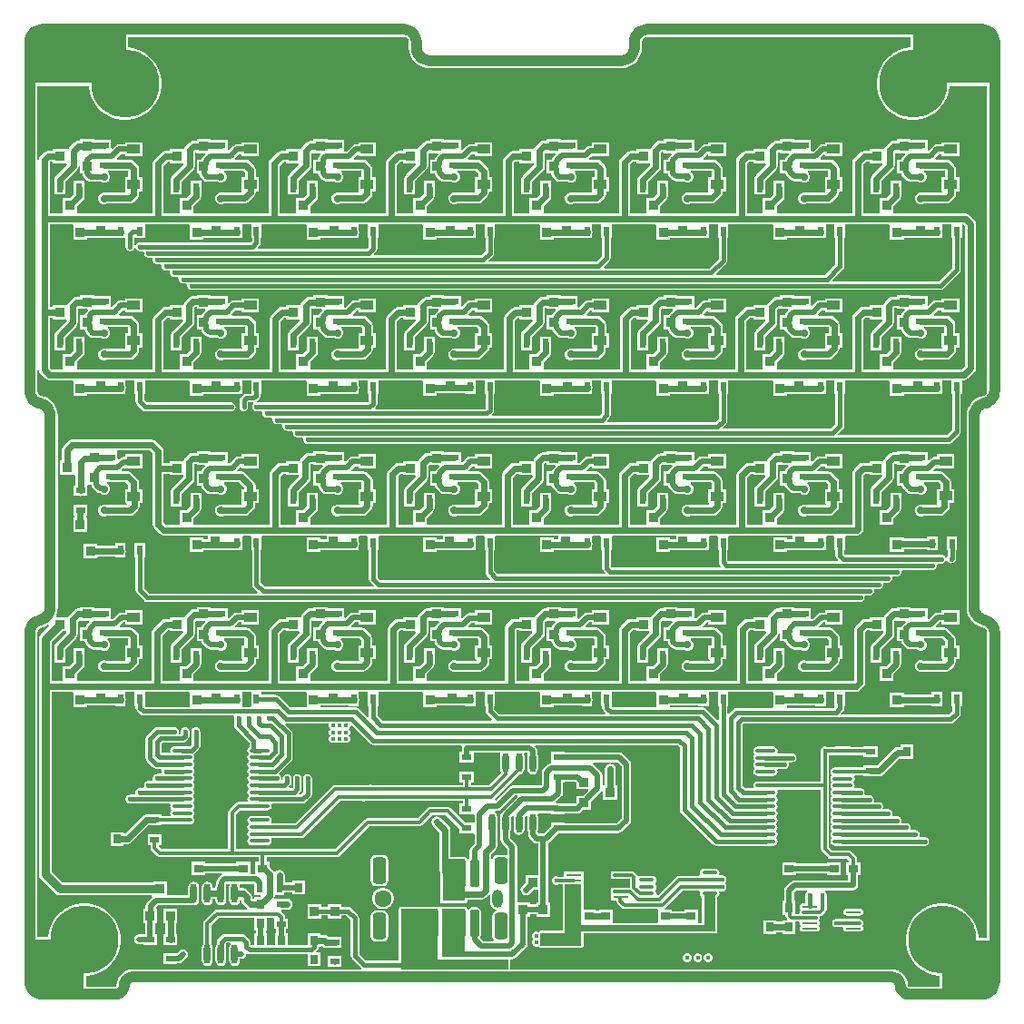
<source format=gbr>
G04*
G04 #@! TF.GenerationSoftware,Altium Limited,Altium Designer,24.1.2 (44)*
G04*
G04 Layer_Physical_Order=4*
G04 Layer_Color=16711680*
%FSLAX44Y44*%
%MOMM*%
G71*
G04*
G04 #@! TF.SameCoordinates,32799FE6-DD90-4EFC-9ADB-317E97FF397D*
G04*
G04*
G04 #@! TF.FilePolarity,Positive*
G04*
G01*
G75*
%ADD11C,0.6000*%
%ADD17C,1.0000*%
%ADD21R,0.9000X0.6000*%
%ADD23R,0.8000X0.9000*%
%ADD24R,0.6000X0.9000*%
%ADD25R,0.9000X0.8000*%
%ADD49C,0.4000*%
%ADD50C,0.3000*%
%ADD51C,0.5000*%
%ADD52C,0.8000*%
%ADD53R,4.8100X4.6900*%
%ADD54R,7.5100X4.6900*%
%ADD55R,8.6100X4.8600*%
%ADD56R,4.8300X4.9900*%
%ADD59C,1.6000*%
%ADD60O,0.9500X1.7000*%
%ADD61C,6.3500*%
%ADD62C,1.5240*%
%ADD63C,0.7000*%
%ADD64C,0.4000*%
%ADD65C,0.3500*%
%ADD66C,0.4500*%
G04:AMPARAMS|DCode=70|XSize=1.2mm|YSize=2.5mm|CornerRadius=0.3mm|HoleSize=0mm|Usage=FLASHONLY|Rotation=180.000|XOffset=0mm|YOffset=0mm|HoleType=Round|Shape=RoundedRectangle|*
%AMROUNDEDRECTD70*
21,1,1.2000,1.9000,0,0,180.0*
21,1,0.6000,2.5000,0,0,180.0*
1,1,0.6000,-0.3000,0.9500*
1,1,0.6000,0.3000,0.9500*
1,1,0.6000,0.3000,-0.9500*
1,1,0.6000,-0.3000,-0.9500*
%
%ADD70ROUNDEDRECTD70*%
G04:AMPARAMS|DCode=71|XSize=0.8mm|YSize=2.6mm|CornerRadius=0.2mm|HoleSize=0mm|Usage=FLASHONLY|Rotation=180.000|XOffset=0mm|YOffset=0mm|HoleType=Round|Shape=RoundedRectangle|*
%AMROUNDEDRECTD71*
21,1,0.8000,2.2000,0,0,180.0*
21,1,0.4000,2.6000,0,0,180.0*
1,1,0.4000,-0.2000,1.1000*
1,1,0.4000,0.2000,1.1000*
1,1,0.4000,0.2000,-1.1000*
1,1,0.4000,-0.2000,-1.1000*
%
%ADD71ROUNDEDRECTD71*%
%ADD72R,0.9000X0.9500*%
%ADD73O,0.6000X1.8000*%
%ADD74R,1.2200X0.9100*%
%ADD75R,0.9500X0.9000*%
%ADD76O,1.8500X0.3800*%
%ADD77O,1.4500X0.2500*%
%ADD78R,1.3970X0.2794*%
%ADD79O,1.4500X0.3500*%
%ADD80C,0.3500*%
%ADD81R,3.4400X4.0600*%
%ADD82R,2.1405X3.9300*%
%ADD83R,1.5300X3.3600*%
G36*
X575900Y892940D02*
X821461D01*
Y882950D01*
X821144D01*
X815897Y882119D01*
X810844Y880477D01*
X806111Y878066D01*
X801813Y874943D01*
X798057Y871187D01*
X794934Y866889D01*
X792523Y862156D01*
X790881Y857103D01*
X790050Y851856D01*
Y846544D01*
X790881Y841297D01*
X792523Y836245D01*
X794934Y831511D01*
X798057Y827213D01*
X801813Y823457D01*
X806111Y820334D01*
X810844Y817923D01*
X815897Y816281D01*
X821144Y815450D01*
X826456D01*
X831703Y816281D01*
X836756Y817923D01*
X841489Y820334D01*
X845787Y823457D01*
X849543Y827213D01*
X852666Y831511D01*
X855077Y836245D01*
X856719Y841297D01*
X857550Y846544D01*
Y847261D01*
X892930D01*
Y562890D01*
X892941Y562803D01*
X892580Y560989D01*
X891503Y559377D01*
X890033Y558395D01*
X888836Y558090D01*
X888246Y557892D01*
X887629Y557636D01*
X885494Y556989D01*
X882193Y555224D01*
X879300Y552850D01*
X876926Y549957D01*
X875161Y546656D01*
X874075Y543075D01*
X873708Y539350D01*
X873740D01*
Y360650D01*
X873708D01*
X874075Y356925D01*
X875161Y353344D01*
X876926Y350043D01*
X879300Y347150D01*
X882193Y344776D01*
X885494Y343011D01*
X887706Y342340D01*
X887928Y342260D01*
X888246Y342128D01*
X888836Y341930D01*
X890033Y341625D01*
X891503Y340643D01*
X892580Y339031D01*
X892723Y338314D01*
X892930Y337130D01*
X892930Y337130D01*
X892940Y335864D01*
Y52939D01*
X884650D01*
Y53452D01*
X883819Y58699D01*
X882177Y63751D01*
X879766Y68484D01*
X876643Y72782D01*
X872887Y76539D01*
X868589Y79661D01*
X863856Y82073D01*
X858803Y83715D01*
X853556Y84545D01*
X848244D01*
X842997Y83715D01*
X837944Y82073D01*
X833211Y79661D01*
X828913Y76539D01*
X825157Y72782D01*
X822034Y68484D01*
X819623Y63751D01*
X817981Y58699D01*
X817150Y53452D01*
Y48139D01*
X817981Y42892D01*
X819623Y37840D01*
X822034Y33107D01*
X825157Y28809D01*
X828913Y25052D01*
X833211Y21930D01*
X837944Y19518D01*
X842997Y17877D01*
X848244Y17046D01*
X848661D01*
Y7060D01*
X820000D01*
X819990Y7059D01*
X819929Y7085D01*
X819073Y8000D01*
X818783Y10941D01*
X817925Y13768D01*
X816532Y16374D01*
X814658Y18658D01*
X812374Y20532D01*
X809768Y21925D01*
X806941Y22783D01*
X804000Y23073D01*
Y23060D01*
X804000Y23060D01*
X448139D01*
Y32200D01*
X448436Y32562D01*
X450087D01*
X451843Y32911D01*
X453331Y33906D01*
X463065Y43640D01*
X464060Y45128D01*
X464409Y46884D01*
Y72422D01*
X466321D01*
Y74584D01*
X472321D01*
Y72422D01*
X485321D01*
Y85922D01*
X483409D01*
Y140988D01*
X484708Y141856D01*
X492687Y149835D01*
X499199D01*
Y150247D01*
X549035D01*
X550791Y150596D01*
X552280Y151591D01*
X559644Y158956D01*
X560639Y160444D01*
X560988Y162200D01*
Y214200D01*
X560639Y215956D01*
X559644Y217444D01*
X552879Y224209D01*
X551391Y225204D01*
X549635Y225553D01*
X499201D01*
Y225965D01*
X486201D01*
Y215965D01*
X485118Y215513D01*
X484744Y215439D01*
X483256Y214444D01*
X478756Y209944D01*
X477761Y208456D01*
X477412Y206700D01*
Y195301D01*
X476699Y194588D01*
X450790D01*
X449034Y194239D01*
X447546Y193244D01*
X434843Y180542D01*
X434235Y180632D01*
X433788Y181981D01*
X456986Y205179D01*
X458301Y205440D01*
X459955Y206545D01*
X461060Y208199D01*
X461448Y210150D01*
Y222150D01*
X461060Y224101D01*
X460932Y224292D01*
X461531Y225412D01*
X464029D01*
X464271Y225171D01*
Y223751D01*
X463952Y222150D01*
Y210150D01*
X464340Y208199D01*
X465445Y206545D01*
X467099Y205440D01*
X469050Y205052D01*
X471001Y205440D01*
X472655Y206545D01*
X473760Y208199D01*
X474148Y210150D01*
Y222150D01*
X473760Y224101D01*
X473447Y224569D01*
Y227071D01*
X473098Y228827D01*
X472103Y230315D01*
X471170Y231248D01*
X471656Y232422D01*
X604111D01*
X606122Y230411D01*
Y172300D01*
X606122Y172300D01*
X606432Y170739D01*
X607316Y169416D01*
X637040Y139692D01*
X637040Y139692D01*
X638364Y138808D01*
X639924Y138497D01*
X686181D01*
X686693Y138599D01*
X693531D01*
X695052Y138902D01*
X696342Y139764D01*
X697204Y141054D01*
X697507Y142576D01*
X697204Y144097D01*
X696342Y145387D01*
Y146264D01*
X697204Y147554D01*
X697507Y149076D01*
X697204Y150597D01*
X696342Y151887D01*
Y152764D01*
X697204Y154054D01*
X697507Y155576D01*
X697204Y157097D01*
X696342Y158387D01*
Y159264D01*
X697204Y160554D01*
X697507Y162076D01*
X697204Y163597D01*
X696342Y164887D01*
Y165764D01*
X697204Y167054D01*
X697507Y168576D01*
X697204Y170097D01*
X696342Y171387D01*
Y172264D01*
X697204Y173554D01*
X697507Y175076D01*
X697204Y176597D01*
X696342Y177887D01*
Y178764D01*
X697204Y180054D01*
X697507Y181576D01*
X697204Y183097D01*
X696342Y184387D01*
Y185264D01*
X697204Y186554D01*
X697507Y188076D01*
X697227Y189482D01*
X697275Y189807D01*
X697780Y190752D01*
X737777D01*
Y135400D01*
X738068Y133937D01*
X738896Y132696D01*
X744096Y127496D01*
X745337Y126668D01*
X746800Y126377D01*
X762216D01*
X764023Y124570D01*
X763857Y123300D01*
X761464D01*
Y111300D01*
X763375D01*
Y106088D01*
X712800D01*
X711044Y105739D01*
X709556Y104744D01*
X704953Y100142D01*
X703959Y98653D01*
X703609Y96898D01*
Y87125D01*
X702198D01*
Y74125D01*
X704849D01*
Y73382D01*
X705121Y72017D01*
X705894Y70859D01*
X706455Y70298D01*
X705969Y69125D01*
X702198D01*
Y67723D01*
X696198D01*
Y69125D01*
X684198D01*
Y56125D01*
X696198D01*
Y57527D01*
X702198D01*
Y56125D01*
X714198D01*
Y67931D01*
X717126D01*
X718168Y66661D01*
X718136Y66500D01*
X718389Y65232D01*
X719107Y64157D01*
Y63843D01*
X718389Y62768D01*
X718136Y61500D01*
X718389Y60232D01*
X719107Y59157D01*
X720182Y58439D01*
X721450Y58186D01*
X733450D01*
X734718Y58439D01*
X735793Y59157D01*
X736511Y60232D01*
X736764Y61500D01*
X736511Y62768D01*
X735793Y63843D01*
Y64157D01*
X736511Y65232D01*
X736764Y66500D01*
X736511Y67768D01*
X736415Y67912D01*
X735723Y68977D01*
X736497Y70134D01*
X736769Y71500D01*
X736736Y71662D01*
X736800Y72927D01*
X737647Y73100D01*
X738166Y73203D01*
X739323Y73977D01*
X742123Y76777D01*
X742897Y77934D01*
X743169Y79300D01*
Y90363D01*
X743600Y91404D01*
Y92996D01*
X742991Y94466D01*
X741866Y95591D01*
X741743Y95642D01*
X741996Y96912D01*
X767964D01*
X769719Y97261D01*
X771208Y98256D01*
X772203Y99744D01*
X772552Y101500D01*
Y111300D01*
X774464D01*
Y123300D01*
X771787D01*
Y126036D01*
X771496Y127500D01*
X770667Y128740D01*
X766504Y132904D01*
X765263Y133732D01*
X763800Y134023D01*
X748384D01*
X745423Y136984D01*
Y194576D01*
Y223252D01*
X750062D01*
X750831Y223099D01*
X765531D01*
X766011Y223195D01*
X777601D01*
Y221468D01*
X790601D01*
Y231468D01*
X777601D01*
Y230842D01*
X766588D01*
X765531Y231052D01*
X750831D01*
X750062Y230899D01*
X742822D01*
X742396Y231076D01*
X740804D01*
X739334Y230467D01*
X738209Y229342D01*
X737600Y227871D01*
Y226280D01*
X737777Y225854D01*
Y198399D01*
X694300D01*
X693531Y198552D01*
X678831D01*
X677309Y198249D01*
X676019Y197387D01*
X675157Y196097D01*
X674854Y194576D01*
X675083Y193424D01*
X674347Y192154D01*
X667114D01*
X664778Y194489D01*
Y251481D01*
X665819Y252522D01*
X859000Y252522D01*
X859000Y252522D01*
X860561Y252832D01*
X861884Y253716D01*
X867164Y258996D01*
X867164Y258996D01*
X868048Y260319D01*
X868358Y261880D01*
X868358Y261880D01*
Y268774D01*
X869280D01*
Y281774D01*
X859280D01*
Y268774D01*
X860202D01*
Y263569D01*
X857311Y260678D01*
X756905Y260678D01*
X756419Y261852D01*
X758350Y263782D01*
X758350Y263782D01*
X759234Y265105D01*
X759544Y266666D01*
X759544Y266666D01*
Y268774D01*
X760466D01*
Y281774D01*
X761683Y281902D01*
X770585D01*
X772536Y282290D01*
X774190Y283395D01*
X777705Y286910D01*
X778810Y288564D01*
X779198Y290515D01*
Y337988D01*
X781262Y340052D01*
X783347D01*
Y338650D01*
X795742D01*
X796070Y337380D01*
X785927Y327237D01*
X784822Y325583D01*
X784434Y323632D01*
Y315923D01*
X784532Y315430D01*
Y309423D01*
X794532D01*
Y315430D01*
X794630Y315923D01*
Y321520D01*
X805005Y331895D01*
X806110Y333549D01*
X806498Y335500D01*
Y347986D01*
X807077Y348427D01*
X808347Y348150D01*
Y348150D01*
X816302D01*
X816788Y346977D01*
X814102Y344291D01*
X813108Y342803D01*
X812978Y342150D01*
X808347D01*
Y329150D01*
X812891D01*
X813108Y328059D01*
X814102Y326570D01*
X817656Y323017D01*
X819144Y322022D01*
X820900Y321673D01*
X827589D01*
X828046Y321216D01*
X830068Y320379D01*
X832255D01*
X834277Y321216D01*
X835824Y322763D01*
X836662Y324785D01*
Y326973D01*
X835824Y328994D01*
X834277Y330541D01*
X833987Y330661D01*
X834240Y331931D01*
X850759D01*
X853502Y329188D01*
Y325459D01*
X850600D01*
Y312359D01*
X850702D01*
X851380Y311089D01*
X851334Y311019D01*
X833123D01*
X832255Y311378D01*
X830068D01*
X828046Y310541D01*
X826499Y308994D01*
X825661Y306973D01*
Y304785D01*
X826499Y302763D01*
X828046Y301216D01*
X830068Y300379D01*
X832255D01*
X833330Y300823D01*
X854722D01*
X856672Y301211D01*
X858326Y302317D01*
X862205Y306195D01*
X863310Y307849D01*
X863698Y309800D01*
Y312359D01*
X866800D01*
Y325459D01*
X863698D01*
Y331300D01*
X863310Y333251D01*
X862205Y334905D01*
X856476Y340634D01*
X854822Y341739D01*
X852871Y342127D01*
X845475D01*
X844989Y343301D01*
X848710Y347021D01*
X850600D01*
Y345059D01*
X866800D01*
Y358159D01*
X850600D01*
Y356197D01*
X846809D01*
X845053Y355848D01*
X843565Y354854D01*
X838500Y349788D01*
X838405D01*
X837301Y350188D01*
Y360188D01*
X831294D01*
X830801Y360286D01*
X821847D01*
Y361150D01*
X808347D01*
Y360198D01*
X805900D01*
X803949Y359810D01*
X802295Y358705D01*
X797795Y354205D01*
X796690Y352551D01*
X796511Y351650D01*
X783347D01*
Y350248D01*
X779150D01*
X777199Y349860D01*
X775545Y348755D01*
X770495Y343705D01*
X769390Y342051D01*
X769002Y340100D01*
Y292626D01*
X768474Y292098D01*
X697920D01*
X696791Y292440D01*
X696791Y293368D01*
Y298730D01*
X702495Y304435D01*
X703601Y306088D01*
X703989Y308039D01*
Y315921D01*
X703891Y316414D01*
Y322421D01*
X693891D01*
Y316414D01*
X693793Y315921D01*
Y310151D01*
X689582Y305940D01*
X683791D01*
X683791Y292440D01*
X682663Y292098D01*
X669698D01*
Y307700D01*
Y319800D01*
Y338088D01*
X671662Y340052D01*
X674547D01*
Y338650D01*
X686281D01*
X686767Y337477D01*
X677127Y327837D01*
X676022Y326183D01*
X675634Y324232D01*
Y315923D01*
X675732Y315430D01*
Y309423D01*
X685732D01*
Y315430D01*
X685830Y315923D01*
Y322120D01*
X696905Y333195D01*
X698010Y334849D01*
X698277Y336190D01*
X699547Y336065D01*
Y329150D01*
X704138D01*
X704308Y328298D01*
X705302Y326809D01*
X709477Y322634D01*
X710966Y321640D01*
X712721Y321290D01*
X719172D01*
X719246Y321216D01*
X721267Y320379D01*
X723456D01*
X725477Y321216D01*
X727024Y322763D01*
X727861Y324785D01*
Y326973D01*
X727024Y328994D01*
X725477Y330541D01*
X725187Y330661D01*
X725440Y331931D01*
X743559D01*
X745002Y330488D01*
Y325459D01*
X741786D01*
Y312359D01*
X741786D01*
X742217Y311089D01*
X742171Y311019D01*
X724323D01*
X723456Y311378D01*
X721267D01*
X719246Y310541D01*
X717699Y308994D01*
X716861Y306973D01*
Y304785D01*
X717699Y302763D01*
X719246Y301216D01*
X721267Y300379D01*
X723456D01*
X724530Y300823D01*
X745421D01*
X747372Y301211D01*
X749026Y302317D01*
X753705Y306995D01*
X754810Y308649D01*
X755198Y310600D01*
Y312359D01*
X757986D01*
Y325459D01*
X755198D01*
Y332600D01*
X754810Y334551D01*
X753705Y336205D01*
X749276Y340634D01*
X747622Y341739D01*
X745671Y342127D01*
X736775D01*
X736289Y343301D01*
X740010Y347021D01*
X741786D01*
Y345059D01*
X757986D01*
Y358159D01*
X741786D01*
Y356197D01*
X738109D01*
X736353Y355848D01*
X734865Y354854D01*
X729900Y349888D01*
X729647D01*
X728501Y350188D01*
Y360188D01*
X722494D01*
X722001Y360286D01*
X713047D01*
Y361150D01*
X699547D01*
Y359598D01*
X697200D01*
X695249Y359210D01*
X693595Y358105D01*
X689695Y354205D01*
X688590Y352551D01*
X688047Y351650D01*
X674547D01*
Y350248D01*
X669550D01*
X667599Y349860D01*
X665945Y348755D01*
X660995Y343805D01*
X659890Y342151D01*
X659502Y340200D01*
Y319800D01*
Y307700D01*
Y292098D01*
X589120D01*
X587991Y292440D01*
X587991Y293368D01*
Y298730D01*
X593695Y304435D01*
X594801Y306088D01*
X595189Y308039D01*
Y315921D01*
X595091Y316414D01*
Y322421D01*
X585091D01*
Y316414D01*
X584993Y315921D01*
Y310151D01*
X580782Y305940D01*
X574991D01*
X574991Y292440D01*
X573863Y292098D01*
X559698D01*
Y337288D01*
X562462Y340052D01*
X565747D01*
Y338650D01*
X577344D01*
X577870Y337380D01*
X568327Y327837D01*
X567222Y326183D01*
X566834Y324232D01*
Y315923D01*
X566932Y315430D01*
Y309423D01*
X576932D01*
Y315430D01*
X577030Y315923D01*
Y322120D01*
X587405Y332495D01*
X588510Y334149D01*
X588898Y336100D01*
Y347436D01*
X589980Y348341D01*
X590747Y348150D01*
Y348150D01*
X598802D01*
X599288Y346977D01*
X596502Y344191D01*
X595508Y342703D01*
X595398Y342150D01*
X590747D01*
Y329150D01*
X595159D01*
Y328807D01*
X595508Y327052D01*
X596502Y325563D01*
X599431Y322634D01*
X600920Y321640D01*
X602676Y321290D01*
X610372D01*
X610446Y321216D01*
X612467Y320379D01*
X614655D01*
X616677Y321216D01*
X618224Y322763D01*
X619062Y324785D01*
Y326973D01*
X618224Y328994D01*
X616677Y330541D01*
X616387Y330661D01*
X616640Y331931D01*
X635874D01*
X636402Y331403D01*
Y325459D01*
X632971D01*
Y312359D01*
X633537D01*
X634216Y311089D01*
X634169Y311019D01*
X615523D01*
X614655Y311378D01*
X612467D01*
X610446Y310541D01*
X608899Y308994D01*
X608061Y306973D01*
Y304785D01*
X608899Y302763D01*
X610446Y301216D01*
X612467Y300379D01*
X614655D01*
X615730Y300823D01*
X637557D01*
X639508Y301211D01*
X641161Y302317D01*
X644676Y305831D01*
X645781Y307485D01*
X646169Y309436D01*
Y312359D01*
X649171D01*
Y325459D01*
X646598D01*
Y333515D01*
X646210Y335465D01*
X645105Y337119D01*
X641590Y340634D01*
X639936Y341739D01*
X637985Y342127D01*
X628312D01*
X627786Y343397D01*
X631410Y347021D01*
X632971D01*
Y345059D01*
X649171D01*
Y358159D01*
X632971D01*
Y356197D01*
X629509D01*
X627753Y355848D01*
X626265Y354854D01*
X621699Y350288D01*
X619701D01*
Y360188D01*
X613694D01*
X613201Y360286D01*
X604247D01*
Y361150D01*
X590747D01*
Y359898D01*
X588600D01*
X586649Y359510D01*
X584995Y358405D01*
X580195Y353605D01*
X579090Y351951D01*
X579030Y351650D01*
X565747D01*
Y350248D01*
X560350D01*
X558399Y349860D01*
X556745Y348755D01*
X550995Y343005D01*
X549890Y341351D01*
X549502Y339400D01*
Y292098D01*
X480320D01*
X479191Y292440D01*
X479191Y293368D01*
Y298730D01*
X484896Y304435D01*
X486001Y306088D01*
X486389Y308039D01*
Y315921D01*
X486291Y316414D01*
Y322421D01*
X476291D01*
Y316414D01*
X476193Y315921D01*
Y310151D01*
X471982Y305940D01*
X466191D01*
X466191Y292440D01*
X465063Y292098D01*
X453598D01*
Y307700D01*
Y319800D01*
Y339488D01*
X454161Y340052D01*
X456947D01*
Y338650D01*
X468181D01*
X468667Y337477D01*
X459527Y328337D01*
X458422Y326683D01*
X458034Y324732D01*
Y315923D01*
X458132Y315430D01*
Y309423D01*
X468132D01*
Y315430D01*
X468230Y315923D01*
Y322620D01*
X478805Y333195D01*
X479910Y334849D01*
X480298Y336800D01*
Y347088D01*
X480864Y347654D01*
X481947Y348150D01*
Y348150D01*
X481947Y348150D01*
X489602D01*
X490088Y346977D01*
X487702Y344591D01*
X486708Y343103D01*
X486518Y342150D01*
X481947D01*
Y329150D01*
X486451D01*
X486708Y327859D01*
X487702Y326370D01*
X491438Y322634D01*
X492927Y321640D01*
X494683Y321290D01*
X501572D01*
X501646Y321216D01*
X503667Y320379D01*
X505855D01*
X507877Y321216D01*
X509424Y322763D01*
X510261Y324785D01*
Y326973D01*
X509424Y328994D01*
X507877Y330541D01*
X507587Y330661D01*
X507840Y331931D01*
X526374D01*
X526902Y331403D01*
Y325459D01*
X524157D01*
Y312359D01*
X524157D01*
X524580Y311089D01*
X524534Y311019D01*
X506723D01*
X505855Y311378D01*
X503667D01*
X501646Y310541D01*
X500099Y308994D01*
X499262Y306973D01*
Y304785D01*
X500099Y302763D01*
X501646Y301216D01*
X503667Y300379D01*
X505855D01*
X506930Y300823D01*
X527921D01*
X529872Y301211D01*
X531526Y302317D01*
X535605Y306395D01*
X536710Y308049D01*
X537098Y310000D01*
Y312359D01*
X540357D01*
Y325459D01*
X537098D01*
Y333515D01*
X536710Y335465D01*
X535605Y337119D01*
X532090Y340634D01*
X530436Y341739D01*
X528485Y342127D01*
X518675D01*
X518189Y343301D01*
X521910Y347021D01*
X524157D01*
Y345059D01*
X540357D01*
Y358159D01*
X524157D01*
Y356197D01*
X520009D01*
X518253Y355848D01*
X516765Y354854D01*
X512171Y350260D01*
X510901Y350786D01*
Y360188D01*
X504894D01*
X504401Y360286D01*
X495447D01*
Y361150D01*
X481947D01*
Y359698D01*
X480600D01*
X478649Y359310D01*
X476995Y358205D01*
X471595Y352805D01*
X471375Y352475D01*
X470447Y351650D01*
X456947D01*
Y350248D01*
X452050D01*
X450099Y349860D01*
X448445Y348755D01*
X444895Y345205D01*
X443790Y343551D01*
X443402Y341600D01*
Y319800D01*
Y307700D01*
Y292098D01*
X371520D01*
X370391Y292440D01*
X370391Y293368D01*
Y298730D01*
X376096Y304435D01*
X377201Y306088D01*
X377589Y308039D01*
Y315921D01*
X377491Y316414D01*
Y322421D01*
X367491D01*
Y316414D01*
X367393Y315921D01*
Y310151D01*
X363182Y305940D01*
X357391D01*
X357391Y292440D01*
X356263Y292098D01*
X343998D01*
Y338288D01*
X345761Y340052D01*
X348147D01*
Y338650D01*
X359481D01*
X359967Y337477D01*
X350727Y328237D01*
X349622Y326583D01*
X349234Y324632D01*
Y315923D01*
X349332Y315430D01*
Y309423D01*
X359332D01*
Y315430D01*
X359430Y315923D01*
Y322520D01*
X370205Y333295D01*
X371310Y334949D01*
X371698Y336900D01*
Y347967D01*
X371898Y348100D01*
X373147Y348150D01*
Y348150D01*
X381502D01*
X381988Y346977D01*
X378903Y343891D01*
X377908Y342403D01*
X377858Y342150D01*
X373147D01*
Y329150D01*
X377559D01*
Y328807D01*
X377908Y327052D01*
X378903Y325563D01*
X381831Y322634D01*
X383320Y321640D01*
X385076Y321290D01*
X392772D01*
X392846Y321216D01*
X394868Y320379D01*
X397056D01*
X399077Y321216D01*
X400624Y322763D01*
X401461Y324785D01*
Y326973D01*
X400624Y328994D01*
X399077Y330541D01*
X398787Y330661D01*
X399040Y331931D01*
X417659D01*
X418602Y330988D01*
Y325459D01*
X415343D01*
Y312359D01*
X415802D01*
X416480Y311089D01*
X416434Y311019D01*
X397923D01*
X397056Y311378D01*
X394868D01*
X392846Y310541D01*
X391299Y308994D01*
X390462Y306973D01*
Y304785D01*
X391299Y302763D01*
X392846Y301216D01*
X394868Y300379D01*
X397056D01*
X398130Y300823D01*
X419821D01*
X421772Y301211D01*
X423426Y302317D01*
X427305Y306195D01*
X428410Y307849D01*
X428798Y309800D01*
Y312359D01*
X431543D01*
Y325459D01*
X428798D01*
Y333100D01*
X428410Y335051D01*
X427305Y336705D01*
X423376Y340634D01*
X421722Y341739D01*
X419771Y342127D01*
X409275D01*
X408789Y343301D01*
X411743Y346255D01*
X415343D01*
Y345059D01*
X431543D01*
Y358159D01*
X415343D01*
Y355431D01*
X409843D01*
X408087Y355082D01*
X406599Y354087D01*
X403371Y350860D01*
X402101Y351386D01*
Y360188D01*
X396094D01*
X395601Y360286D01*
X386647D01*
Y361150D01*
X373147D01*
Y359898D01*
X370200D01*
X368249Y359510D01*
X366595Y358405D01*
X362995Y354805D01*
X361890Y353151D01*
X361591Y351650D01*
X348147D01*
Y350248D01*
X343650D01*
X341699Y349860D01*
X340045Y348755D01*
X335295Y344005D01*
X334190Y342351D01*
X333802Y340400D01*
Y292098D01*
X262720D01*
X261591Y292440D01*
X261591Y293368D01*
Y298730D01*
X267296Y304435D01*
X268401Y306088D01*
X268789Y308039D01*
Y315921D01*
X268691Y316414D01*
Y322421D01*
X258691D01*
Y316414D01*
X258593Y315921D01*
Y310151D01*
X254382Y305940D01*
X248591D01*
X248591Y292440D01*
X247463Y292098D01*
X233298D01*
Y336488D01*
X236861Y340052D01*
X239347D01*
Y338650D01*
X251081D01*
X251567Y337477D01*
X241927Y327837D01*
X240822Y326183D01*
X240434Y324232D01*
Y315923D01*
X240532Y315430D01*
Y309423D01*
X250532D01*
Y315430D01*
X250630Y315923D01*
Y322120D01*
X261505Y332995D01*
X262610Y334649D01*
X262998Y336600D01*
Y347825D01*
X263165Y347937D01*
X264347Y348150D01*
Y348150D01*
X272502D01*
X272988Y346977D01*
X270103Y344091D01*
X269108Y342603D01*
X269018Y342150D01*
X264347D01*
Y329150D01*
X268918D01*
X269108Y328197D01*
X270103Y326709D01*
X274177Y322634D01*
X275666Y321640D01*
X277421Y321290D01*
X283972D01*
X284046Y321216D01*
X286068Y320379D01*
X288256D01*
X290277Y321216D01*
X291824Y322763D01*
X292661Y324785D01*
Y326973D01*
X291824Y328994D01*
X290277Y330541D01*
X289987Y330661D01*
X290240Y331931D01*
X307474D01*
X309057Y330348D01*
Y325459D01*
X306529D01*
Y312359D01*
X306529D01*
X307181Y311089D01*
X307134Y311019D01*
X289123D01*
X288256Y311378D01*
X286068D01*
X284046Y310541D01*
X282499Y308994D01*
X281662Y306973D01*
Y304785D01*
X282499Y302763D01*
X284046Y301216D01*
X286068Y300379D01*
X288256D01*
X289330Y300823D01*
X310522D01*
X312472Y301211D01*
X314126Y302317D01*
X318233Y306424D01*
X319338Y308078D01*
X319727Y310029D01*
Y312359D01*
X322729D01*
Y325459D01*
X319253D01*
Y332459D01*
X318865Y334410D01*
X317760Y336064D01*
X313190Y340634D01*
X311536Y341739D01*
X309585Y342127D01*
X300362D01*
X299836Y343397D01*
X303460Y347021D01*
X306529D01*
Y345059D01*
X322729D01*
Y358159D01*
X306529D01*
Y356197D01*
X301559D01*
X299804Y355848D01*
X298315Y354854D01*
X294571Y351110D01*
X293301Y351636D01*
Y360188D01*
X287294D01*
X286801Y360286D01*
X277847D01*
Y361150D01*
X264347D01*
Y360298D01*
X261900D01*
X259949Y359910D01*
X258295Y358805D01*
X254295Y354805D01*
X253190Y353151D01*
X253119Y352793D01*
X252847Y351650D01*
X252847Y351650D01*
X239347D01*
Y350248D01*
X234750D01*
X232799Y349860D01*
X231145Y348755D01*
X224595Y342205D01*
X223490Y340551D01*
X223102Y338600D01*
Y292098D01*
X153920D01*
X152791Y292440D01*
X152791Y293368D01*
Y298730D01*
X158496Y304435D01*
X159601Y306088D01*
X159989Y308039D01*
Y315921D01*
X159891Y316414D01*
Y322421D01*
X149891D01*
Y316414D01*
X149793Y315921D01*
Y310151D01*
X145582Y305940D01*
X139791D01*
X139791Y292440D01*
X138663Y292098D01*
X123798D01*
Y334888D01*
X128962Y340052D01*
X130547D01*
Y338650D01*
X142444D01*
X142970Y337380D01*
X133127Y327537D01*
X132022Y325883D01*
X131634Y323932D01*
Y315923D01*
X131732Y315430D01*
Y309423D01*
X141732D01*
Y315430D01*
X141830Y315923D01*
Y321820D01*
X152405Y332395D01*
X153510Y334049D01*
X153898Y336000D01*
Y347053D01*
X155015Y348157D01*
X155547Y348150D01*
Y348150D01*
X163274D01*
X163759Y346977D01*
X161303Y344520D01*
X160308Y343031D01*
X160133Y342150D01*
X155547D01*
Y329150D01*
X160079D01*
X160308Y327997D01*
X161303Y326509D01*
X165177Y322634D01*
X166666Y321640D01*
X168421Y321290D01*
X175172D01*
X175246Y321216D01*
X177268Y320379D01*
X179456D01*
X181477Y321216D01*
X183024Y322763D01*
X183862Y324785D01*
Y326973D01*
X183024Y328994D01*
X181477Y330541D01*
X181187Y330661D01*
X181440Y331931D01*
X199874D01*
X200402Y331403D01*
Y325459D01*
X197714D01*
Y312359D01*
X198002D01*
X198680Y311089D01*
X198634Y311019D01*
X180323D01*
X179456Y311378D01*
X177268D01*
X175246Y310541D01*
X173699Y308994D01*
X172862Y306973D01*
Y304785D01*
X173699Y302763D01*
X175246Y301216D01*
X177268Y300379D01*
X179456D01*
X180530Y300823D01*
X202021D01*
X203972Y301211D01*
X205626Y302317D01*
X209705Y306395D01*
X210810Y308049D01*
X211198Y310000D01*
Y312359D01*
X213914D01*
Y325459D01*
X210598D01*
Y333515D01*
X210210Y335465D01*
X209105Y337119D01*
X205590Y340634D01*
X203936Y341739D01*
X201985Y342127D01*
X192012D01*
X191486Y343397D01*
X195110Y347021D01*
X197714D01*
Y345059D01*
X213914D01*
Y358159D01*
X197714D01*
Y356197D01*
X193209D01*
X191453Y355848D01*
X189965Y354854D01*
X185771Y350660D01*
X184501Y351186D01*
Y360188D01*
X178494D01*
X178001Y360286D01*
X169047D01*
Y361150D01*
X155547D01*
Y359498D01*
X153300D01*
X151349Y359110D01*
X149695Y358005D01*
X145195Y353505D01*
X144090Y351851D01*
X144047Y351650D01*
X144047Y351650D01*
X130547D01*
Y350248D01*
X126850D01*
X124899Y349860D01*
X123245Y348755D01*
X115095Y340604D01*
X113990Y338951D01*
X113602Y337000D01*
Y292098D01*
X45120D01*
X43991Y292440D01*
X43991Y293368D01*
Y298730D01*
X49696Y304435D01*
X50801Y306088D01*
X51189Y308039D01*
Y315921D01*
X51091Y316414D01*
Y322421D01*
X41091D01*
Y316414D01*
X40993Y315921D01*
Y310151D01*
X36782Y305940D01*
X30991D01*
X30991Y292440D01*
X29863Y292098D01*
X20617D01*
Y328619D01*
X30648Y338650D01*
X33644D01*
X34170Y337380D01*
X24327Y327537D01*
X23222Y325883D01*
X22834Y323932D01*
Y315923D01*
X22932Y315430D01*
Y309423D01*
X32932D01*
Y315430D01*
X33030Y315923D01*
Y321820D01*
X43505Y332295D01*
X44610Y333949D01*
X44998Y335900D01*
Y347488D01*
X45978Y348468D01*
X46747Y348150D01*
Y348150D01*
X54913D01*
X55399Y346977D01*
X52502Y344081D01*
X51508Y342592D01*
X51420Y342150D01*
X46747D01*
Y329150D01*
X51239D01*
X51508Y327797D01*
X52502Y326309D01*
X56177Y322634D01*
X57666Y321640D01*
X59421Y321290D01*
X66372D01*
X66446Y321216D01*
X68468Y320379D01*
X70656D01*
X72677Y321216D01*
X74224Y322763D01*
X75062Y324785D01*
Y326973D01*
X74224Y328994D01*
X72677Y330541D01*
X72387Y330661D01*
X72640Y331931D01*
X91374D01*
X91902Y331403D01*
Y325459D01*
X88900D01*
Y312359D01*
X88900D01*
X89117Y311089D01*
X89071Y311019D01*
X71523D01*
X70656Y311378D01*
X68468D01*
X66446Y310541D01*
X64899Y308994D01*
X64062Y306973D01*
Y304785D01*
X64899Y302763D01*
X66446Y301216D01*
X68468Y300379D01*
X70656D01*
X71730Y300823D01*
X92322D01*
X94272Y301211D01*
X95926Y302317D01*
X100305Y306695D01*
X101410Y308349D01*
X101798Y310300D01*
Y312359D01*
X105100D01*
Y325459D01*
X102098D01*
Y333515D01*
X101710Y335465D01*
X100605Y337119D01*
X97090Y340634D01*
X95436Y341739D01*
X93485Y342127D01*
X84075D01*
X83589Y343301D01*
X87310Y347021D01*
X88900D01*
Y345059D01*
X105100D01*
Y358159D01*
X88900D01*
Y356197D01*
X85409D01*
X83653Y355848D01*
X82165Y354854D01*
X77200Y349889D01*
X76847D01*
X75701Y350188D01*
Y360188D01*
X69694D01*
X69201Y360286D01*
X60247D01*
Y361150D01*
X46747D01*
Y359748D01*
X44950D01*
X42999Y359360D01*
X41345Y358255D01*
X36295Y353205D01*
X35953Y352692D01*
X35247Y351650D01*
Y351650D01*
X35247Y351650D01*
X25168D01*
X24515Y352739D01*
X24839Y353344D01*
X25925Y356925D01*
X26292Y360650D01*
X26260D01*
Y539350D01*
X26292D01*
X25925Y543075D01*
X24839Y546656D01*
X23074Y549957D01*
X20700Y552850D01*
X17807Y555224D01*
X14506Y556989D01*
X12287Y557662D01*
X11767Y557839D01*
X11734Y557852D01*
X11144Y558050D01*
X9947Y558355D01*
X8477Y559337D01*
X7400Y560949D01*
X7044Y562736D01*
X7060Y562860D01*
Y582132D01*
X8330Y582257D01*
X8690Y580449D01*
X9795Y578795D01*
X14495Y574095D01*
X16149Y572990D01*
X18100Y572602D01*
X39523D01*
X40491Y571873D01*
Y558373D01*
X53491D01*
Y560025D01*
X79421D01*
Y559709D01*
X89421D01*
Y564631D01*
X89519Y565123D01*
Y566208D01*
X89421Y566701D01*
Y572602D01*
X97580D01*
Y559707D01*
X98502D01*
Y552920D01*
X98502Y552920D01*
X98812Y551359D01*
X99696Y550036D01*
X104816Y544916D01*
X106139Y544032D01*
X107700Y543722D01*
X187900D01*
X188294Y543800D01*
X188696D01*
X189067Y543954D01*
X189461Y544032D01*
X189795Y544255D01*
X190166Y544409D01*
X190450Y544693D01*
X190784Y544916D01*
X191007Y545250D01*
X191291Y545534D01*
X191445Y545905D01*
X191668Y546239D01*
X191746Y546633D01*
X191900Y547004D01*
Y547406D01*
X191978Y547800D01*
X191900Y548194D01*
Y548596D01*
X191746Y548967D01*
X191668Y549361D01*
X191445Y549695D01*
X191291Y550066D01*
X191007Y550350D01*
X190784Y550684D01*
X190450Y550907D01*
X190166Y551191D01*
X189795Y551345D01*
X189461Y551568D01*
X189067Y551646D01*
X188696Y551800D01*
X188294D01*
X187900Y551878D01*
X109389D01*
X106658Y554609D01*
Y559707D01*
X107580D01*
Y572602D01*
X148323D01*
X149291Y571873D01*
Y558373D01*
X162291D01*
Y560025D01*
X188235D01*
Y559709D01*
X198043D01*
X198806Y558675D01*
X196785Y556654D01*
X195901Y555331D01*
X195591Y553770D01*
X195591Y553770D01*
Y547910D01*
X195569Y547800D01*
X195647Y547406D01*
Y547004D01*
X195801Y546633D01*
X195879Y546239D01*
X196102Y545905D01*
X196256Y545534D01*
X196540Y545250D01*
X196763Y544916D01*
X197097Y544693D01*
X197381Y544409D01*
X197752Y544255D01*
X198086Y544032D01*
X198480Y543954D01*
X198852Y543800D01*
X199253D01*
X199647Y543722D01*
X200041Y543800D01*
X200443D01*
X200814Y543954D01*
X201208Y544032D01*
X201542Y544255D01*
X201913Y544409D01*
X202197Y544693D01*
X202531Y544916D01*
X202553Y544938D01*
X202553Y544938D01*
X202776Y545272D01*
X203038Y545534D01*
X203180Y545877D01*
X203437Y546261D01*
X203527Y546715D01*
X203647Y547004D01*
Y547318D01*
X203747Y547822D01*
X203747Y547822D01*
Y552035D01*
X208176D01*
X208570Y551371D01*
X208632Y550765D01*
X208510Y550684D01*
X208287Y550350D01*
X208003Y550066D01*
X207850Y549695D01*
X207626Y549361D01*
X207548Y548967D01*
X207394Y548596D01*
Y548194D01*
X207316Y547800D01*
X207394Y547406D01*
Y547004D01*
X207548Y546633D01*
X207626Y546239D01*
X207850Y545905D01*
X208003Y545534D01*
X208287Y545250D01*
X208510Y544916D01*
X208845Y544693D01*
X209128Y544409D01*
X209499Y544255D01*
X209834Y544032D01*
X210228Y543954D01*
X210599Y543800D01*
X211000D01*
X211394Y543722D01*
X216043D01*
X216046Y543720D01*
X216387Y543451D01*
X216915Y542516D01*
Y542094D01*
X216837Y541700D01*
X216915Y541306D01*
Y540924D01*
X217062Y540572D01*
X217148Y540139D01*
X217393Y539772D01*
X217524Y539454D01*
X217768Y539211D01*
X218032Y538816D01*
X218426Y538553D01*
X218650Y538329D01*
X218942Y538208D01*
X219355Y537932D01*
X219842Y537835D01*
X220120Y537720D01*
X220421D01*
X220915Y537622D01*
X225539D01*
X225916Y537329D01*
X226418Y536467D01*
X226437Y536352D01*
Y536034D01*
X226358Y535640D01*
X226437Y535246D01*
Y534844D01*
X226590Y534473D01*
X226669Y534079D01*
X226892Y533745D01*
X227045Y533374D01*
X227330Y533090D01*
X227553Y532756D01*
X227887Y532533D01*
X228171Y532249D01*
X228542Y532095D01*
X228876Y531872D01*
X229270Y531794D01*
X229641Y531640D01*
X230042D01*
X230437Y531562D01*
X230437Y531562D01*
X235073D01*
X235460Y531251D01*
X235958Y530356D01*
Y529954D01*
X235879Y529560D01*
X235958Y529166D01*
Y528764D01*
X236111Y528393D01*
X236190Y527999D01*
X236413Y527665D01*
X236567Y527294D01*
X236851Y527010D01*
X237074Y526676D01*
X237408Y526453D01*
X237692Y526169D01*
X238063Y526015D01*
X238397Y525792D01*
X238791Y525714D01*
X239162Y525560D01*
X239564D01*
X239958Y525482D01*
X239958Y525482D01*
X244594D01*
X244981Y525171D01*
X245479Y524276D01*
Y523874D01*
X245401Y523480D01*
X245479Y523086D01*
Y522684D01*
X245633Y522313D01*
X245711Y521919D01*
X245934Y521585D01*
X246088Y521214D01*
X246372Y520930D01*
X246595Y520596D01*
X246929Y520373D01*
X247213Y520089D01*
X247584Y519935D01*
X247918Y519712D01*
X248312Y519634D01*
X248683Y519480D01*
X249085D01*
X249479Y519402D01*
X249479Y519402D01*
X254116D01*
X254502Y519091D01*
X255000Y518196D01*
Y517794D01*
X254922Y517400D01*
X255000Y517006D01*
Y516604D01*
X255154Y516233D01*
X255232Y515839D01*
X255455Y515505D01*
X255609Y515134D01*
X255893Y514850D01*
X256116Y514516D01*
X256450Y514293D01*
X256734Y514009D01*
X257105Y513855D01*
X257439Y513632D01*
X257833Y513554D01*
X258204Y513400D01*
X258606D01*
X259000Y513322D01*
X856700Y513322D01*
X856700Y513322D01*
X858261Y513632D01*
X859584Y514516D01*
X867164Y522096D01*
X868048Y523419D01*
X868358Y524980D01*
Y559707D01*
X869280D01*
Y572602D01*
X871000D01*
X872951Y572990D01*
X874605Y574095D01*
X880905Y580395D01*
X882010Y582049D01*
X882398Y584000D01*
Y718400D01*
X882010Y720351D01*
X880905Y722005D01*
X876305Y726605D01*
X874651Y727710D01*
X872700Y728098D01*
X806554D01*
X805591Y728840D01*
X805591Y729368D01*
Y734880D01*
X811295Y740585D01*
X812401Y742238D01*
X812789Y744189D01*
Y752321D01*
X812691Y752814D01*
Y758821D01*
X802691D01*
Y752814D01*
X802593Y752321D01*
Y746301D01*
X798632Y742340D01*
X792591D01*
Y729368D01*
X792591Y728840D01*
X791629Y728098D01*
X777198D01*
Y773688D01*
X779961Y776452D01*
X783347D01*
Y775050D01*
X795044D01*
X795570Y773780D01*
X785927Y764137D01*
X784822Y762483D01*
X784434Y760532D01*
Y752323D01*
X784532Y751830D01*
Y745823D01*
X794532D01*
Y751830D01*
X794630Y752323D01*
Y758420D01*
X805505Y769295D01*
X806610Y770949D01*
X806998Y772900D01*
Y783825D01*
X807295Y784023D01*
X808347Y784550D01*
X816302D01*
X816788Y783376D01*
X814102Y780691D01*
X813108Y779203D01*
X812978Y778550D01*
X808347D01*
Y765550D01*
X812859D01*
X813108Y764297D01*
X814102Y762809D01*
X817877Y759034D01*
X819366Y758040D01*
X821121Y757690D01*
X827971D01*
X828046Y757616D01*
X830068Y756779D01*
X832255D01*
X834277Y757616D01*
X835824Y759163D01*
X836662Y761185D01*
Y763373D01*
X835824Y765394D01*
X834277Y766941D01*
X833987Y767061D01*
X834240Y768331D01*
X853074D01*
X853602Y767803D01*
Y761859D01*
X850600D01*
Y748759D01*
X851102D01*
X851780Y747489D01*
X851734Y747419D01*
X833123D01*
X832255Y747778D01*
X830068D01*
X828046Y746941D01*
X826499Y745394D01*
X825661Y743373D01*
Y741184D01*
X826499Y739163D01*
X828046Y737616D01*
X830068Y736779D01*
X832255D01*
X833330Y737224D01*
X855121D01*
X857072Y737611D01*
X858726Y738717D01*
X862305Y742295D01*
X863410Y743949D01*
X863798Y745900D01*
Y748759D01*
X866800D01*
Y761859D01*
X863798D01*
Y769914D01*
X863410Y771865D01*
X862305Y773519D01*
X858790Y777034D01*
X857136Y778139D01*
X855185Y778527D01*
X844875D01*
X844389Y779700D01*
X848110Y783421D01*
X850600D01*
Y781459D01*
X866800D01*
Y794559D01*
X850600D01*
Y792597D01*
X846209D01*
X844453Y792248D01*
X842965Y791254D01*
X838571Y786860D01*
X837301Y787386D01*
Y796588D01*
X831294D01*
X830801Y796686D01*
X821847D01*
Y797550D01*
X808347D01*
Y796098D01*
X805700D01*
X803749Y795710D01*
X802095Y794605D01*
X798295Y790805D01*
X797190Y789151D01*
X797190Y789151D01*
X797033Y788634D01*
X796847Y788050D01*
X783347D01*
Y786648D01*
X777850D01*
X775899Y786260D01*
X774245Y785155D01*
X768495Y779405D01*
X767390Y777751D01*
X767002Y775800D01*
Y728098D01*
X697754D01*
X696791Y728840D01*
X696791Y729368D01*
Y734880D01*
X702495Y740585D01*
X703601Y742238D01*
X703989Y744189D01*
Y752321D01*
X703891Y752814D01*
Y758821D01*
X693891D01*
Y752814D01*
X693793Y752321D01*
Y746301D01*
X689832Y742340D01*
X683791D01*
Y729368D01*
X683791Y728840D01*
X682829Y728098D01*
X668698D01*
Y743900D01*
Y756000D01*
Y774788D01*
X670361Y776452D01*
X674547D01*
Y775050D01*
X686144D01*
X686670Y773780D01*
X677127Y764237D01*
X676022Y762583D01*
X675634Y760632D01*
Y752323D01*
X675732Y751830D01*
Y745823D01*
X685732D01*
Y751830D01*
X685830Y752323D01*
Y758520D01*
X696105Y768795D01*
X697210Y770449D01*
X697598Y772400D01*
Y784806D01*
X698277Y785419D01*
X699547Y784960D01*
Y784550D01*
X707702D01*
X708188Y783376D01*
X705302Y780491D01*
X704308Y779003D01*
X704218Y778550D01*
X699547D01*
Y765550D01*
X704240D01*
X704308Y765209D01*
X705302Y763720D01*
X709605Y759417D01*
X711094Y758422D01*
X712850Y758073D01*
X718789D01*
X719246Y757616D01*
X721267Y756779D01*
X723456D01*
X725477Y757616D01*
X727024Y759163D01*
X727861Y761185D01*
Y763373D01*
X727024Y765394D01*
X725477Y766941D01*
X725187Y767061D01*
X725440Y768331D01*
X744259D01*
X744788Y767803D01*
Y761859D01*
X741786D01*
Y748759D01*
X741786D01*
X741815Y748689D01*
X740966Y747419D01*
X724323D01*
X723456Y747778D01*
X721267D01*
X719246Y746941D01*
X717699Y745394D01*
X716861Y743373D01*
Y741184D01*
X717699Y739163D01*
X719246Y737616D01*
X721267Y736779D01*
X723456D01*
X724530Y737224D01*
X743992D01*
X745943Y737611D01*
X747597Y738717D01*
X753491Y744610D01*
X754596Y746264D01*
X754984Y748215D01*
Y748759D01*
X757986D01*
Y761859D01*
X754984D01*
Y769914D01*
X754596Y771865D01*
X753491Y773519D01*
X749976Y777034D01*
X748322Y778139D01*
X746371Y778527D01*
X737775D01*
X737289Y779700D01*
X740516Y782927D01*
X741786Y782401D01*
Y781459D01*
X757986D01*
Y794559D01*
X741786D01*
Y792597D01*
X739109D01*
X737353Y792248D01*
X735865Y791254D01*
X730749Y786138D01*
X729585D01*
X728501Y786588D01*
Y796588D01*
X722494D01*
X722001Y796686D01*
X713047D01*
Y797550D01*
X699547D01*
Y796098D01*
X696300D01*
X694349Y795710D01*
X692695Y794605D01*
X688895Y790805D01*
X687790Y789151D01*
X687571Y788050D01*
X674547D01*
Y786648D01*
X668250D01*
X666299Y786260D01*
X664645Y785155D01*
X659995Y780505D01*
X658890Y778851D01*
X658502Y776900D01*
Y756000D01*
Y743900D01*
Y728098D01*
X588954D01*
X587991Y728840D01*
X587991Y729368D01*
Y734880D01*
X593695Y740585D01*
X594801Y742238D01*
X595189Y744189D01*
Y752321D01*
X595091Y752814D01*
Y758821D01*
X585091D01*
Y752814D01*
X584993Y752321D01*
Y746301D01*
X581032Y742340D01*
X574991D01*
Y729368D01*
X574991Y728840D01*
X574029Y728098D01*
X559798D01*
Y773788D01*
X562462Y776452D01*
X565747D01*
Y775050D01*
X578402D01*
Y773512D01*
X568327Y763437D01*
X567222Y761783D01*
X566834Y759832D01*
Y752323D01*
X566932Y751830D01*
Y745823D01*
X576932D01*
Y751830D01*
X577030Y752323D01*
Y757720D01*
X587105Y767795D01*
X588210Y769449D01*
X588598Y771400D01*
Y784688D01*
X589477Y785567D01*
X590747Y785041D01*
Y784550D01*
X598302D01*
X598788Y783376D01*
X596502Y781091D01*
X595508Y779603D01*
X595299Y778550D01*
X590747D01*
Y765550D01*
X595167D01*
X595508Y763834D01*
X596502Y762346D01*
X599431Y759417D01*
X600920Y758422D01*
X602676Y758073D01*
X609989D01*
X610446Y757616D01*
X612467Y756779D01*
X614655D01*
X616677Y757616D01*
X618224Y759163D01*
X619062Y761185D01*
Y763373D01*
X618224Y765394D01*
X616677Y766941D01*
X616387Y767061D01*
X616640Y768331D01*
X635674D01*
X636202Y767803D01*
Y761859D01*
X632971D01*
Y748759D01*
X632971D01*
X632851Y747539D01*
X632771Y747419D01*
X615523D01*
X614655Y747778D01*
X612467D01*
X610446Y746941D01*
X608899Y745394D01*
X608061Y743373D01*
Y741184D01*
X608899Y739163D01*
X610446Y737616D01*
X612467Y736779D01*
X614655D01*
X615730Y737224D01*
X636021D01*
X637972Y737611D01*
X639626Y738717D01*
X644905Y743995D01*
X646010Y745649D01*
X646398Y747600D01*
Y748759D01*
X649171D01*
Y761859D01*
X646398D01*
Y769914D01*
X646010Y771865D01*
X644905Y773519D01*
X641390Y777034D01*
X639736Y778139D01*
X637785Y778527D01*
X628612D01*
X628086Y779797D01*
X631702Y783413D01*
X632971Y783401D01*
Y781459D01*
X649171D01*
Y794559D01*
X632971D01*
Y792597D01*
X629809D01*
X628053Y792248D01*
X626565Y791254D01*
X622299Y786988D01*
X619701D01*
Y796588D01*
X613694D01*
X613201Y796686D01*
X604247D01*
Y797550D01*
X590747D01*
Y796298D01*
X587900D01*
X585949Y795910D01*
X584295Y794805D01*
X579895Y790405D01*
X578790Y788751D01*
X578651Y788050D01*
X565747D01*
Y786648D01*
X560350D01*
X558399Y786260D01*
X556745Y785155D01*
X551095Y779504D01*
X549990Y777850D01*
X549602Y775900D01*
Y728098D01*
X480154D01*
X479191Y728840D01*
X479191Y729368D01*
Y734880D01*
X484896Y740585D01*
X486001Y742238D01*
X486389Y744189D01*
Y752321D01*
X486291Y752814D01*
Y758821D01*
X476291D01*
Y752814D01*
X476193Y752321D01*
Y746301D01*
X472232Y742340D01*
X466191D01*
Y729368D01*
X466191Y728840D01*
X465229Y728098D01*
X451298D01*
Y748450D01*
Y760550D01*
Y775188D01*
X452561Y776452D01*
X456947D01*
Y775050D01*
X470025D01*
X470070Y773780D01*
X459527Y763237D01*
X458422Y761583D01*
X458034Y759632D01*
Y752323D01*
X458132Y751830D01*
Y745823D01*
X468132D01*
Y751830D01*
X468230Y752323D01*
Y757520D01*
X478805Y768095D01*
X479910Y769749D01*
X480298Y771700D01*
Y784049D01*
X480756Y784358D01*
X481947Y784550D01*
Y784550D01*
X490202D01*
X490688Y783376D01*
X487702Y780391D01*
X486708Y778903D01*
X486638Y778550D01*
X481947D01*
Y765550D01*
X486359D01*
Y765208D01*
X486708Y763452D01*
X487702Y761963D01*
X490631Y759034D01*
X492120Y758040D01*
X493876Y757690D01*
X501572D01*
X501646Y757616D01*
X503667Y756779D01*
X505855D01*
X507877Y757616D01*
X509424Y759163D01*
X510261Y761185D01*
Y763373D01*
X509424Y765394D01*
X507877Y766941D01*
X507587Y767061D01*
X507840Y768331D01*
X526674D01*
X527202Y767803D01*
Y761859D01*
X524157D01*
Y748759D01*
X524502D01*
X525181Y747489D01*
X525134Y747419D01*
X506723D01*
X505855Y747778D01*
X503667D01*
X501646Y746941D01*
X500099Y745394D01*
X499262Y743373D01*
Y741184D01*
X500099Y739163D01*
X501646Y737616D01*
X503667Y736779D01*
X505855D01*
X506930Y737224D01*
X528521D01*
X530472Y737611D01*
X532126Y738717D01*
X535905Y742495D01*
X537010Y744149D01*
X537398Y746100D01*
Y748759D01*
X540357D01*
Y761859D01*
X537398D01*
Y769914D01*
X537010Y771865D01*
X535905Y773519D01*
X532390Y777034D01*
X530736Y778139D01*
X528785Y778527D01*
X522368D01*
X522140Y778851D01*
X521886Y779797D01*
X523065Y780977D01*
X524157Y781459D01*
Y781459D01*
X524157Y781459D01*
X540357D01*
Y794559D01*
X524157D01*
Y791293D01*
X522305D01*
X520549Y790944D01*
X519061Y789949D01*
X516499Y787388D01*
X510901D01*
Y796588D01*
X504894D01*
X504401Y796686D01*
X495447D01*
Y797550D01*
X481947D01*
Y796298D01*
X479400D01*
X477449Y795910D01*
X475795Y794805D01*
X471595Y790605D01*
X470490Y788951D01*
X470311Y788050D01*
X456947D01*
Y786648D01*
X450450D01*
X448499Y786260D01*
X446845Y785155D01*
X442595Y780905D01*
X441490Y779251D01*
X441102Y777300D01*
Y760550D01*
Y748450D01*
Y728098D01*
X371354D01*
X370391Y728840D01*
X370391Y729368D01*
Y734880D01*
X376096Y740585D01*
X377201Y742238D01*
X377589Y744189D01*
Y752321D01*
X377491Y752814D01*
Y758821D01*
X367491D01*
Y752814D01*
X367393Y752321D01*
Y746301D01*
X363432Y742340D01*
X357391D01*
Y729368D01*
X357391Y728840D01*
X356429Y728098D01*
X342598D01*
Y773388D01*
X345661Y776452D01*
X348147D01*
Y775050D01*
X359844D01*
X360370Y773780D01*
X350727Y764137D01*
X349622Y762483D01*
X349234Y760532D01*
Y752323D01*
X349332Y751830D01*
Y745823D01*
X359332D01*
Y751830D01*
X359430Y752323D01*
Y758420D01*
X370105Y769095D01*
X371210Y770749D01*
X371598Y772700D01*
Y783906D01*
X372679Y784743D01*
X373147Y784550D01*
Y784550D01*
X380602D01*
X381088Y783376D01*
X378903Y781191D01*
X377908Y779703D01*
X377679Y778550D01*
X373147D01*
Y765550D01*
X377718D01*
X377908Y764597D01*
X378903Y763109D01*
X382977Y759034D01*
X384466Y758040D01*
X386221Y757690D01*
X392772D01*
X392846Y757616D01*
X394868Y756779D01*
X397056D01*
X399077Y757616D01*
X400624Y759163D01*
X401461Y761185D01*
Y763373D01*
X400624Y765394D01*
X399077Y766941D01*
X398787Y767061D01*
X399040Y768331D01*
X415402D01*
X418345Y765388D01*
Y761859D01*
X415343D01*
Y748759D01*
X415343D01*
X414933Y747659D01*
X414772Y747419D01*
X397923D01*
X397056Y747778D01*
X394868D01*
X392846Y746941D01*
X391299Y745394D01*
X390462Y743373D01*
Y741184D01*
X391299Y739163D01*
X392846Y737616D01*
X394868Y736779D01*
X397056D01*
X398130Y737224D01*
X418023D01*
X419974Y737611D01*
X421628Y738717D01*
X427048Y744136D01*
X428153Y745790D01*
X428541Y747741D01*
Y748759D01*
X431543D01*
Y761859D01*
X428541D01*
Y767500D01*
X428153Y769451D01*
X427048Y771105D01*
X421119Y777034D01*
X419465Y778139D01*
X417514Y778527D01*
X409175D01*
X408689Y779700D01*
X412410Y783421D01*
X415343D01*
Y781459D01*
X431543D01*
Y794559D01*
X415343D01*
Y792597D01*
X410509D01*
X408753Y792248D01*
X407265Y791254D01*
X403371Y787360D01*
X402101Y787886D01*
Y796588D01*
X396094D01*
X395601Y796686D01*
X386647D01*
Y797550D01*
X373147D01*
Y796098D01*
X371100D01*
X369149Y795710D01*
X367495Y794605D01*
X362895Y790005D01*
X361790Y788351D01*
X361771Y788252D01*
X361647Y788050D01*
X348147D01*
Y786648D01*
X343550D01*
X341599Y786260D01*
X339945Y785155D01*
X333895Y779105D01*
X332790Y777451D01*
X332402Y775500D01*
Y728098D01*
X262554D01*
X261591Y728840D01*
X261591Y729368D01*
Y734880D01*
X267296Y740585D01*
X268401Y742238D01*
X268789Y744189D01*
Y752321D01*
X268691Y752814D01*
Y758821D01*
X258691D01*
Y752814D01*
X258593Y752321D01*
Y746301D01*
X254632Y742340D01*
X248591D01*
Y729368D01*
X248591Y728840D01*
X247629Y728098D01*
X232798D01*
Y772388D01*
X236861Y776452D01*
X239347D01*
Y775050D01*
X250381D01*
X250867Y773876D01*
X241927Y764937D01*
X240822Y763283D01*
X240434Y761332D01*
Y752323D01*
X240532Y751830D01*
Y745823D01*
X250532D01*
Y751830D01*
X250630Y752323D01*
Y759220D01*
X261405Y769995D01*
X262510Y771649D01*
X262898Y773600D01*
Y783867D01*
X263260Y784108D01*
X264347Y784550D01*
Y784550D01*
X270947D01*
X271433Y783376D01*
X270103Y782046D01*
X269108Y780557D01*
X268759Y778802D01*
Y778550D01*
X264347D01*
Y765550D01*
X268767D01*
X269108Y763834D01*
X270103Y762346D01*
X273031Y759417D01*
X274520Y758422D01*
X276276Y758073D01*
X283589D01*
X284046Y757616D01*
X286068Y756779D01*
X288256D01*
X290277Y757616D01*
X291824Y759163D01*
X292661Y761185D01*
Y763373D01*
X291824Y765394D01*
X290277Y766941D01*
X289987Y767061D01*
X290240Y768331D01*
X308674D01*
X309202Y767803D01*
Y761859D01*
X306529D01*
Y748759D01*
X306529D01*
X306717Y747489D01*
X306671Y747419D01*
X289123D01*
X288256Y747778D01*
X286068D01*
X284046Y746941D01*
X282499Y745394D01*
X281662Y743373D01*
Y741184D01*
X282499Y739163D01*
X284046Y737616D01*
X286068Y736779D01*
X288256D01*
X289330Y737224D01*
X309921D01*
X311872Y737611D01*
X313526Y738717D01*
X317905Y743095D01*
X319010Y744749D01*
X319398Y746700D01*
Y748759D01*
X322729D01*
Y761859D01*
X319398D01*
Y769914D01*
X319010Y771865D01*
X317905Y773519D01*
X314390Y777034D01*
X312736Y778139D01*
X310785Y778527D01*
X302575D01*
X302089Y779700D01*
X305259Y782870D01*
X306529Y782344D01*
Y781459D01*
X322729D01*
Y794559D01*
X306529D01*
Y792597D01*
X303909D01*
X302153Y792248D01*
X300665Y791254D01*
X295549Y786138D01*
X294385D01*
X293301Y786588D01*
Y796588D01*
X287294D01*
X286801Y796686D01*
X277847D01*
Y797550D01*
X264347D01*
Y795998D01*
X261600D01*
X259649Y795610D01*
X257995Y794505D01*
X254195Y790705D01*
X253178Y789183D01*
X253090Y789051D01*
X252847Y788050D01*
X252847Y788050D01*
X239347D01*
Y786648D01*
X234750D01*
X232799Y786260D01*
X231145Y785155D01*
X224095Y778105D01*
X222990Y776451D01*
X222602Y774500D01*
Y728098D01*
X153754D01*
X152791Y728840D01*
X152791Y729368D01*
Y734880D01*
X158496Y740585D01*
X159601Y742238D01*
X159989Y744189D01*
Y752321D01*
X159891Y752814D01*
Y758821D01*
X149891D01*
Y752814D01*
X149793Y752321D01*
Y746301D01*
X145832Y742340D01*
X139791D01*
Y729368D01*
X139791Y728840D01*
X138829Y728098D01*
X124898D01*
Y772488D01*
X128861Y776452D01*
X130547D01*
Y775050D01*
X142844D01*
X143370Y773780D01*
X133127Y763537D01*
X132022Y761883D01*
X131634Y759932D01*
Y752323D01*
X131732Y751830D01*
Y745823D01*
X141732D01*
Y751830D01*
X141830Y752323D01*
Y757820D01*
X152505Y768495D01*
X153610Y770149D01*
X153998Y772100D01*
Y784462D01*
X154277Y784674D01*
X155547Y784550D01*
Y784550D01*
X163202D01*
X163688Y783376D01*
X161303Y780991D01*
X160308Y779503D01*
X160118Y778550D01*
X155547D01*
Y765550D01*
X158012D01*
Y765208D01*
X158361Y763452D01*
X159356Y761963D01*
X162285Y759034D01*
X163773Y758040D01*
X165529Y757690D01*
X175172D01*
X175246Y757616D01*
X177268Y756779D01*
X179456D01*
X181477Y757616D01*
X183024Y759163D01*
X183862Y761185D01*
Y763373D01*
X183024Y765394D01*
X181477Y766941D01*
X181187Y767061D01*
X181440Y768331D01*
X198959D01*
X200716Y766574D01*
Y761859D01*
X197714D01*
Y748759D01*
X197714D01*
X197743Y748689D01*
X196895Y747419D01*
X180326D01*
X179456Y747780D01*
X177268D01*
X175246Y746943D01*
X173699Y745396D01*
X172862Y743374D01*
Y741186D01*
X173699Y739165D01*
X175246Y737617D01*
X177268Y736780D01*
X179456D01*
X180526Y737224D01*
X200121D01*
X202072Y737611D01*
X203726Y738717D01*
X209405Y744395D01*
X210510Y746049D01*
X210898Y748000D01*
Y748759D01*
X213914D01*
Y761859D01*
X210912D01*
Y768686D01*
X210524Y770637D01*
X209419Y772290D01*
X204676Y777034D01*
X203022Y778139D01*
X201071Y778527D01*
X191812D01*
X191286Y779797D01*
X194910Y783421D01*
X197714D01*
Y781459D01*
X213914D01*
Y794559D01*
X197714D01*
Y792597D01*
X193009D01*
X191253Y792248D01*
X189765Y791254D01*
X185771Y787260D01*
X184501Y787786D01*
Y796588D01*
X178494D01*
X178001Y796686D01*
X169047D01*
Y797550D01*
X155547D01*
Y796148D01*
X152415D01*
X150464Y795760D01*
X148810Y794655D01*
X145295Y791140D01*
X144190Y789486D01*
X143904Y788050D01*
X130547D01*
Y786648D01*
X126750D01*
X124799Y786260D01*
X123145Y785155D01*
X116195Y778205D01*
X115090Y776551D01*
X114702Y774600D01*
Y728098D01*
X44954D01*
X43991Y728840D01*
X43991Y729368D01*
Y734880D01*
X49696Y740585D01*
X50801Y742238D01*
X51189Y744189D01*
Y752321D01*
X51091Y752814D01*
Y758821D01*
X41091D01*
Y752814D01*
X40993Y752321D01*
Y746301D01*
X37032Y742340D01*
X30991D01*
Y729368D01*
X30991Y728840D01*
X30029Y728098D01*
X18498D01*
Y775923D01*
X19026Y776452D01*
X21747D01*
Y775050D01*
X33944D01*
X34470Y773780D01*
X24327Y763637D01*
X23222Y761983D01*
X22834Y760032D01*
Y752323D01*
X22932Y751830D01*
Y745823D01*
X32932D01*
Y751830D01*
X33030Y752323D01*
Y757920D01*
X44005Y768895D01*
X45110Y770549D01*
X45498Y772500D01*
X46747Y772449D01*
Y765550D01*
X49012D01*
Y765500D01*
X49361Y763744D01*
X50356Y762256D01*
X53577Y759034D01*
X55066Y758040D01*
X56821Y757690D01*
X66372D01*
X66446Y757616D01*
X68468Y756779D01*
X70656D01*
X72677Y757616D01*
X74224Y759163D01*
X75062Y761185D01*
Y763373D01*
X74224Y765394D01*
X72677Y766941D01*
X72387Y767061D01*
X72640Y768331D01*
X91374D01*
X91902Y767803D01*
Y761859D01*
X88900D01*
Y748759D01*
X89287D01*
X89966Y747489D01*
X89919Y747419D01*
X71523D01*
X70656Y747778D01*
X68468D01*
X66446Y746941D01*
X64899Y745394D01*
X64062Y743373D01*
Y741184D01*
X64899Y739163D01*
X66446Y737616D01*
X68468Y736779D01*
X70656D01*
X71730Y737224D01*
X93307D01*
X95258Y737611D01*
X96911Y738717D01*
X100605Y742410D01*
X101710Y744064D01*
X102098Y746015D01*
Y748759D01*
X105100D01*
Y761859D01*
X102098D01*
Y769914D01*
X101710Y771865D01*
X100605Y773519D01*
X97090Y777034D01*
X95436Y778139D01*
X93485Y778527D01*
X81632D01*
X81106Y779797D01*
X84730Y783421D01*
X88900D01*
Y781459D01*
X105100D01*
Y794559D01*
X88900D01*
Y792597D01*
X82830D01*
X81074Y792248D01*
X79585Y791254D01*
X76874Y788543D01*
X75701Y789029D01*
Y796588D01*
X69694D01*
X69201Y796686D01*
X60247D01*
Y797550D01*
X46747D01*
Y796148D01*
X45350D01*
X43399Y795760D01*
X41745Y794655D01*
X36795Y789705D01*
X36200Y788814D01*
X35248Y788051D01*
X34508Y788050D01*
X21747D01*
Y786648D01*
X16915D01*
X14964Y786260D01*
X13310Y785155D01*
X9795Y781640D01*
X8690Y779986D01*
X8330Y778178D01*
X7060Y778303D01*
Y847261D01*
X55150D01*
Y846544D01*
X55981Y841297D01*
X57623Y836245D01*
X60034Y831511D01*
X63157Y827213D01*
X66913Y823457D01*
X71211Y820334D01*
X75944Y817923D01*
X80997Y816281D01*
X86244Y815450D01*
X91556D01*
X96803Y816281D01*
X101855Y817923D01*
X106589Y820334D01*
X110887Y823457D01*
X114643Y827213D01*
X117766Y831511D01*
X120177Y836245D01*
X121819Y841297D01*
X122650Y846544D01*
Y851856D01*
X121819Y857103D01*
X120177Y862156D01*
X117766Y866889D01*
X114643Y871187D01*
X110887Y874943D01*
X106589Y878066D01*
X101855Y880477D01*
X96803Y882119D01*
X91556Y882950D01*
X91539D01*
Y892940D01*
X348700D01*
X348787Y892951D01*
X350601Y892590D01*
X352213Y891513D01*
X353290Y889901D01*
X353651Y888087D01*
X353640Y888000D01*
Y882700D01*
X353608D01*
X353975Y878975D01*
X355061Y875394D01*
X356826Y872093D01*
X359200Y869200D01*
X362093Y866826D01*
X365394Y865061D01*
X368975Y863975D01*
X372700Y863608D01*
Y863640D01*
X551900D01*
Y863608D01*
X555625Y863975D01*
X559206Y865061D01*
X562507Y866826D01*
X565400Y869200D01*
X567774Y872093D01*
X569539Y875394D01*
X570625Y878975D01*
X570992Y882700D01*
X570960D01*
X570960Y882700D01*
Y886736D01*
X570960Y886763D01*
X570960Y888000D01*
X571167Y889184D01*
X571310Y889901D01*
X572387Y891513D01*
X573999Y892590D01*
X575813Y892951D01*
X575900Y892940D01*
D02*
G37*
G36*
X859280Y705174D02*
X860202D01*
Y677769D01*
X847411Y664978D01*
X748905D01*
X748419Y666152D01*
X758350Y676082D01*
X758350Y676082D01*
X759234Y677405D01*
X759544Y678966D01*
Y705174D01*
X760466D01*
Y717902D01*
X801054D01*
X802091Y717340D01*
Y703840D01*
X815091D01*
Y705492D01*
X841121D01*
Y705175D01*
X851121D01*
Y710098D01*
X851219Y710590D01*
Y711675D01*
X851121Y712168D01*
Y717902D01*
X859280D01*
Y705174D01*
D02*
G37*
G36*
X750466D02*
X751387D01*
Y680655D01*
X741744Y671012D01*
X640439D01*
X639953Y672185D01*
X649535Y681768D01*
X650419Y683091D01*
X650730Y684651D01*
X650730Y684652D01*
Y705174D01*
X651651D01*
Y717902D01*
X692254D01*
X693291Y717340D01*
Y703840D01*
X706291D01*
Y705492D01*
X732307D01*
Y705175D01*
X742307D01*
Y710098D01*
X742405Y710590D01*
Y711675D01*
X742307Y712168D01*
Y717902D01*
X750466D01*
Y705174D01*
D02*
G37*
G36*
X641651D02*
X642573D01*
Y686341D01*
X633277Y677045D01*
X535902D01*
X535416Y678218D01*
X540721Y683523D01*
X540721Y683523D01*
X541605Y684846D01*
X541916Y686407D01*
Y705174D01*
X542837D01*
Y717902D01*
X583454D01*
X584491Y717340D01*
Y703840D01*
X597491D01*
Y705492D01*
X623493D01*
Y705175D01*
X633493D01*
Y710098D01*
X633591Y710590D01*
Y711675D01*
X633493Y712168D01*
Y717902D01*
X641651D01*
Y705174D01*
D02*
G37*
G36*
X532837D02*
X533759D01*
Y688096D01*
X528741Y683078D01*
X428299D01*
X427813Y684252D01*
X431907Y688345D01*
X432791Y689668D01*
X433101Y691229D01*
X433101Y691229D01*
Y705174D01*
X434023D01*
Y717902D01*
X474654D01*
X475691Y717340D01*
Y703840D01*
X488691D01*
Y705492D01*
X514678D01*
Y705175D01*
X524678D01*
Y710098D01*
X524776Y710590D01*
Y711675D01*
X524678Y712168D01*
Y717902D01*
X532837D01*
Y705174D01*
D02*
G37*
G36*
X424023D02*
X424944D01*
Y692918D01*
X421138Y689112D01*
X321269D01*
X320783Y690285D01*
X323092Y692595D01*
X323092Y692595D01*
X323977Y693918D01*
X324287Y695479D01*
Y705174D01*
X325209D01*
Y717902D01*
X365854D01*
X366891Y717340D01*
Y703840D01*
X379891D01*
Y705492D01*
X405864D01*
Y705175D01*
X415864D01*
Y710098D01*
X415962Y710590D01*
Y711675D01*
X415864Y712168D01*
Y717902D01*
X424023D01*
Y705174D01*
D02*
G37*
G36*
X315209D02*
X316130D01*
Y697168D01*
X314107Y695145D01*
X212792D01*
X212306Y696318D01*
X214278Y698290D01*
X215162Y699613D01*
X215473Y701174D01*
X215473Y701174D01*
Y705174D01*
X216394D01*
Y717902D01*
X257054D01*
X258091Y717340D01*
Y703840D01*
X271091D01*
Y705492D01*
X297050D01*
Y705175D01*
X307050D01*
Y710098D01*
X307148Y710590D01*
Y711675D01*
X307050Y712168D01*
Y717902D01*
X315209D01*
Y705174D01*
D02*
G37*
G36*
X206394D02*
X207316D01*
Y702863D01*
X205631Y701178D01*
X102580D01*
X102186Y701100D01*
X101784D01*
X101413Y700946D01*
X101019Y700868D01*
X100685Y700645D01*
X100314Y700491D01*
X100030Y700207D01*
X99696Y699984D01*
X99473Y699650D01*
X99189Y699366D01*
X99035Y698995D01*
X98812Y698661D01*
X98748Y698619D01*
X97478Y699171D01*
Y703946D01*
X97580Y705174D01*
X107580D01*
Y717902D01*
X148254D01*
X149291Y717340D01*
Y703840D01*
X162291D01*
Y705492D01*
X188235D01*
Y705175D01*
X198235D01*
Y710098D01*
X198333Y710590D01*
Y711675D01*
X198235Y712168D01*
Y717902D01*
X206394D01*
Y705174D01*
D02*
G37*
G36*
X872202Y716288D02*
Y586112D01*
X868888Y582798D01*
X806623D01*
X805591Y583373D01*
X805591Y584068D01*
Y589664D01*
X811295Y595368D01*
X812401Y597022D01*
X812789Y598973D01*
Y606855D01*
X812691Y607347D01*
Y613355D01*
X802691D01*
Y607347D01*
X802593Y606855D01*
Y601084D01*
X798382Y596873D01*
X792591D01*
Y584068D01*
X792591Y583373D01*
X791560Y582798D01*
X777098D01*
Y628988D01*
X779212Y631102D01*
X783347D01*
Y629583D01*
X795181D01*
X795603Y628313D01*
X785927Y618637D01*
X784822Y616983D01*
X784434Y615032D01*
Y606856D01*
X784532Y606363D01*
Y600356D01*
X794532D01*
Y606363D01*
X794630Y606856D01*
Y612920D01*
X804605Y622895D01*
X805710Y624549D01*
X806098Y626500D01*
Y639888D01*
X806812Y640602D01*
X808347D01*
Y639083D01*
X815735D01*
X816221Y637910D01*
X814102Y635791D01*
X813108Y634303D01*
X812865Y633083D01*
X808347D01*
Y620083D01*
X812932D01*
X813108Y619197D01*
X814102Y617709D01*
X818244Y613568D01*
X819732Y612573D01*
X821488Y612224D01*
X827971D01*
X828046Y612149D01*
X830068Y611312D01*
X832255D01*
X834277Y612149D01*
X835824Y613696D01*
X836662Y615718D01*
Y617906D01*
X835824Y619927D01*
X834277Y621475D01*
X833987Y621595D01*
X834240Y622865D01*
X852574D01*
X853102Y622336D01*
Y616393D01*
X850600D01*
Y603293D01*
X851265D01*
X851944Y602023D01*
X851898Y601953D01*
X833123D01*
X832255Y602312D01*
X830068D01*
X828046Y601474D01*
X826499Y599927D01*
X825661Y597906D01*
Y595718D01*
X826499Y593696D01*
X828046Y592149D01*
X830068Y591312D01*
X832255D01*
X833330Y591757D01*
X855285D01*
X857236Y592145D01*
X858890Y593250D01*
X862405Y596765D01*
X863510Y598419D01*
X863898Y600369D01*
Y603293D01*
X866800D01*
Y616393D01*
X863298D01*
Y624448D01*
X862910Y626399D01*
X861805Y628053D01*
X858290Y631567D01*
X856636Y632672D01*
X854685Y633060D01*
X843809D01*
X843322Y634234D01*
X847043Y637954D01*
X850600D01*
Y635993D01*
X866800D01*
Y649092D01*
X850600D01*
Y647131D01*
X845143D01*
X843387Y646781D01*
X841898Y645787D01*
X838474Y642363D01*
X837301Y642849D01*
Y651121D01*
X831294D01*
X830801Y651219D01*
X821847D01*
Y652083D01*
X808347D01*
Y650798D01*
X804700D01*
X802749Y650410D01*
X801095Y649305D01*
X797395Y645605D01*
X796290Y643951D01*
X796018Y642583D01*
X783347D01*
Y641298D01*
X777100D01*
X775149Y640910D01*
X773495Y639805D01*
X768395Y634705D01*
X767290Y633051D01*
X766902Y631100D01*
Y582798D01*
X697823D01*
X696791Y583373D01*
X696791Y584068D01*
Y589664D01*
X702495Y595368D01*
X703601Y597022D01*
X703989Y598973D01*
Y606855D01*
X703891Y607347D01*
Y613355D01*
X693891D01*
Y607347D01*
X693793Y606855D01*
Y601084D01*
X689582Y596873D01*
X683791D01*
Y584068D01*
X683791Y583373D01*
X682760Y582798D01*
X668198D01*
Y600950D01*
Y613050D01*
Y627388D01*
X671795Y630985D01*
X674547D01*
Y629583D01*
X685677D01*
X686204Y628313D01*
X677127Y619237D01*
X676022Y617583D01*
X675634Y615632D01*
Y606856D01*
X675732Y606363D01*
Y600356D01*
X685732D01*
Y606363D01*
X685830Y606856D01*
Y613520D01*
X695805Y623495D01*
X696910Y625149D01*
X697298Y627100D01*
Y638788D01*
X698277Y639767D01*
X699547Y639241D01*
Y639083D01*
X706935D01*
X707421Y637910D01*
X705302Y635791D01*
X704308Y634303D01*
X704065Y633083D01*
X699547D01*
Y620083D01*
X704171D01*
X704308Y619397D01*
X705302Y617909D01*
X709644Y613568D01*
X711132Y612573D01*
X712888Y612224D01*
X719172D01*
X719246Y612149D01*
X721267Y611312D01*
X723456D01*
X725477Y612149D01*
X727024Y613696D01*
X727861Y615718D01*
Y617906D01*
X727024Y619927D01*
X725477Y621475D01*
X725187Y621595D01*
X725440Y622865D01*
X744374D01*
X744902Y622336D01*
Y616393D01*
X741786D01*
Y603293D01*
X741786D01*
X741523Y602131D01*
X741404Y601953D01*
X724323D01*
X723456Y602312D01*
X721267D01*
X719246Y601474D01*
X717699Y599927D01*
X716861Y597906D01*
Y595718D01*
X717699Y593696D01*
X719246Y592149D01*
X721267Y591312D01*
X723456D01*
X724530Y591757D01*
X744655D01*
X746606Y592145D01*
X748260Y593250D01*
X753605Y598595D01*
X754710Y600249D01*
X755098Y602200D01*
Y603293D01*
X757986D01*
Y616393D01*
X755098D01*
Y624448D01*
X754710Y626399D01*
X753605Y628053D01*
X750090Y631567D01*
X748436Y632672D01*
X746485Y633060D01*
X735609D01*
X735123Y634234D01*
X738843Y637954D01*
X741786D01*
Y635993D01*
X757986D01*
Y649092D01*
X741786D01*
Y647131D01*
X736943D01*
X735187Y646781D01*
X733698Y645787D01*
X729771Y641860D01*
X728501Y642386D01*
Y651121D01*
X722494D01*
X722001Y651219D01*
X713047D01*
Y652083D01*
X699547D01*
Y650498D01*
X696700D01*
X694749Y650110D01*
X693095Y649005D01*
X688595Y644505D01*
X687490Y642851D01*
X687437Y642583D01*
X674547D01*
Y641181D01*
X669683D01*
X667732Y640793D01*
X666078Y639688D01*
X659495Y633105D01*
X658390Y631451D01*
X658002Y629500D01*
Y613050D01*
Y600950D01*
Y582798D01*
X589023D01*
X587991Y583373D01*
X587991Y584068D01*
Y589664D01*
X593695Y595368D01*
X594801Y597022D01*
X595189Y598973D01*
Y606855D01*
X595091Y607347D01*
Y613355D01*
X585091D01*
Y607347D01*
X584993Y606855D01*
Y601084D01*
X580782Y596873D01*
X574991D01*
Y584068D01*
X574991Y583373D01*
X573960Y582798D01*
X560298D01*
Y627788D01*
X563495Y630985D01*
X565747D01*
Y629583D01*
X576214D01*
X576700Y628410D01*
X568327Y620037D01*
X567222Y618383D01*
X566834Y616432D01*
Y606856D01*
X566932Y606363D01*
Y600356D01*
X576932D01*
Y606363D01*
X577030Y606856D01*
Y614320D01*
X587305Y624595D01*
X588410Y626249D01*
X588798Y628200D01*
Y638687D01*
X589524Y639256D01*
X590747Y639083D01*
Y639083D01*
X599235D01*
X599721Y637910D01*
X596502Y634691D01*
X595508Y633203D01*
X595484Y633083D01*
X590747D01*
Y620083D01*
X595352D01*
X595508Y619297D01*
X596502Y617809D01*
X600744Y613568D01*
X602232Y612573D01*
X603988Y612224D01*
X610372D01*
X610446Y612149D01*
X612467Y611312D01*
X614655D01*
X616677Y612149D01*
X618224Y613696D01*
X619062Y615718D01*
Y617906D01*
X618224Y619927D01*
X616677Y621475D01*
X616387Y621595D01*
X616640Y622865D01*
X634026D01*
X636102Y620788D01*
Y616393D01*
X632971D01*
Y603293D01*
X633635D01*
X634314Y602023D01*
X634267Y601953D01*
X615523D01*
X614655Y602312D01*
X612467D01*
X610446Y601474D01*
X608899Y599927D01*
X608061Y597906D01*
Y595718D01*
X608899Y593696D01*
X610446Y592149D01*
X612467Y591312D01*
X614655D01*
X615730Y591757D01*
X637655D01*
X639606Y592145D01*
X641260Y593250D01*
X644805Y596795D01*
X645910Y598449D01*
X646298Y600400D01*
Y603293D01*
X649171D01*
Y616393D01*
X646298D01*
Y622900D01*
X645910Y624851D01*
X644805Y626505D01*
X639742Y631567D01*
X638088Y632672D01*
X636138Y633060D01*
X628909D01*
X628422Y634234D01*
X631702Y637513D01*
X632971Y636987D01*
Y635993D01*
X649171D01*
Y649092D01*
X632971D01*
Y647131D01*
X630243D01*
X628487Y646781D01*
X626998Y645787D01*
X621883Y640671D01*
X620785D01*
X619701Y641121D01*
Y651121D01*
X613694D01*
X613201Y651219D01*
X604247D01*
Y652083D01*
X590747D01*
Y650498D01*
X588000D01*
X586049Y650110D01*
X584395Y649005D01*
X580095Y644705D01*
X578990Y643051D01*
X578897Y642583D01*
X565747D01*
Y641181D01*
X561383D01*
X559432Y640793D01*
X557778Y639688D01*
X551595Y633505D01*
X550490Y631851D01*
X550102Y629900D01*
Y582798D01*
X480223D01*
X479191Y583373D01*
X479191Y584068D01*
Y589664D01*
X484896Y595368D01*
X486001Y597022D01*
X486389Y598973D01*
Y606855D01*
X486291Y607347D01*
Y613355D01*
X476291D01*
Y607347D01*
X476193Y606855D01*
Y601084D01*
X471982Y596873D01*
X466191D01*
Y584068D01*
X466191Y583373D01*
X465160Y582798D01*
X452598D01*
Y628488D01*
X455095Y630985D01*
X456947D01*
Y629583D01*
X468478D01*
X469004Y628313D01*
X459527Y618837D01*
X458422Y617183D01*
X458034Y615232D01*
Y606856D01*
X458132Y606363D01*
Y600356D01*
X468132D01*
Y606363D01*
X468230Y606856D01*
Y613120D01*
X478505Y623395D01*
X479610Y625049D01*
X479998Y627000D01*
Y639957D01*
X480526Y640485D01*
X481947D01*
Y639083D01*
X490035D01*
X490521Y637910D01*
X487702Y635091D01*
X486708Y633603D01*
X486604Y633083D01*
X481947D01*
Y620083D01*
X486611D01*
X486708Y619597D01*
X487702Y618109D01*
X492244Y613568D01*
X493732Y612573D01*
X495488Y612224D01*
X501572D01*
X501646Y612149D01*
X503667Y611312D01*
X505855D01*
X507877Y612149D01*
X509424Y613696D01*
X510261Y615718D01*
Y617906D01*
X509424Y619927D01*
X507877Y621475D01*
X507587Y621595D01*
X507840Y622865D01*
X526774D01*
X527302Y622336D01*
Y616393D01*
X524157D01*
Y603293D01*
X524723D01*
X525401Y602023D01*
X525355Y601953D01*
X506723D01*
X505855Y602312D01*
X503667D01*
X501646Y601474D01*
X500099Y599927D01*
X499262Y597906D01*
Y595718D01*
X500099Y593696D01*
X501646Y592149D01*
X503667Y591312D01*
X505855D01*
X506930Y591757D01*
X528742D01*
X530693Y592145D01*
X532347Y593250D01*
X535862Y596765D01*
X536967Y598419D01*
X537355Y600369D01*
Y603293D01*
X540357D01*
Y616393D01*
X537498D01*
Y624448D01*
X537110Y626399D01*
X536005Y628053D01*
X532490Y631567D01*
X530836Y632672D01*
X528885Y633060D01*
X519809D01*
X519322Y634234D01*
X522887Y637799D01*
X524157Y637578D01*
Y635993D01*
X540357D01*
Y649092D01*
X524157D01*
Y647131D01*
X521143D01*
X519387Y646781D01*
X517898Y645787D01*
X512783Y640671D01*
X511985D01*
X510901Y641121D01*
Y651121D01*
X504894D01*
X504401Y651219D01*
X495447D01*
Y652083D01*
X481947D01*
Y650681D01*
X478415D01*
X476464Y650293D01*
X474810Y649188D01*
X471295Y645673D01*
X470190Y644019D01*
X469904Y642583D01*
X456947D01*
Y641181D01*
X452983D01*
X451032Y640793D01*
X449378Y639688D01*
X443895Y634205D01*
X442790Y632551D01*
X442402Y630600D01*
Y582798D01*
X371423D01*
X370391Y583373D01*
X370391Y584068D01*
Y589414D01*
X376096Y595118D01*
X377201Y596772D01*
X377589Y598723D01*
Y606855D01*
X377491Y607347D01*
Y613355D01*
X367491D01*
Y607347D01*
X367393Y606855D01*
Y600834D01*
X363432Y596873D01*
X357391D01*
Y584068D01*
X357391Y583373D01*
X356360Y582798D01*
X342598D01*
Y627688D01*
X345895Y630985D01*
X348147D01*
Y629583D01*
X359614D01*
X360100Y628410D01*
X350727Y619037D01*
X349622Y617383D01*
X349234Y615432D01*
Y606856D01*
X349332Y606363D01*
Y600356D01*
X359332D01*
Y606363D01*
X359430Y606856D01*
Y613320D01*
X370105Y623995D01*
X371210Y625649D01*
X371598Y627600D01*
Y638899D01*
X371877Y639111D01*
X373147Y639083D01*
Y639083D01*
X380835D01*
X381321Y637910D01*
X378903Y635491D01*
X377908Y634003D01*
X377725Y633083D01*
X373147D01*
Y620083D01*
X377559D01*
Y619741D01*
X377908Y617985D01*
X378903Y616497D01*
X381831Y613568D01*
X383320Y612573D01*
X385076Y612224D01*
X392772D01*
X392846Y612149D01*
X394868Y611312D01*
X397056D01*
X399077Y612149D01*
X400624Y613696D01*
X401461Y615718D01*
Y617906D01*
X400624Y619927D01*
X399077Y621475D01*
X398787Y621595D01*
X399040Y622865D01*
X416526D01*
X418502Y620888D01*
Y616393D01*
X415343D01*
Y603293D01*
X415343D01*
X415381Y603201D01*
X414523Y601953D01*
X397923D01*
X397056Y602312D01*
X394868D01*
X392846Y601474D01*
X391299Y599927D01*
X390462Y597906D01*
Y595718D01*
X391299Y593696D01*
X392846Y592149D01*
X394868Y591312D01*
X397056D01*
X398130Y591757D01*
X417440D01*
X419391Y592145D01*
X421045Y593250D01*
X427205Y599410D01*
X428310Y601064D01*
X428698Y603015D01*
Y603293D01*
X431543D01*
Y616393D01*
X428698D01*
Y623000D01*
X428310Y624951D01*
X427205Y626605D01*
X422242Y631567D01*
X420588Y632672D01*
X418638Y633060D01*
X409608D01*
X409122Y634234D01*
X412843Y637954D01*
X415343D01*
Y635993D01*
X431543D01*
Y649092D01*
X415343D01*
Y647131D01*
X410942D01*
X409187Y646781D01*
X407698Y645787D01*
X403371Y641460D01*
X402101Y641986D01*
Y651121D01*
X396094D01*
X395601Y651219D01*
X386647D01*
Y652083D01*
X373147D01*
Y650585D01*
X370015D01*
X368064Y650197D01*
X366410Y649092D01*
X362895Y645577D01*
X361790Y643923D01*
X361524Y642583D01*
X348147D01*
Y641181D01*
X343783D01*
X341832Y640793D01*
X340178Y639688D01*
X333895Y633405D01*
X332790Y631751D01*
X332402Y629800D01*
Y582798D01*
X262623D01*
X261591Y583373D01*
X261591Y584068D01*
Y589664D01*
X267296Y595368D01*
X268401Y597022D01*
X268789Y598973D01*
Y606855D01*
X268691Y607347D01*
Y613355D01*
X258691D01*
Y607347D01*
X258593Y606855D01*
Y601084D01*
X254382Y596873D01*
X248591D01*
Y584068D01*
X248591Y583373D01*
X247560Y582798D01*
X233998D01*
Y627588D01*
X237395Y630985D01*
X239347D01*
Y629583D01*
X251278D01*
X251804Y628313D01*
X241927Y618437D01*
X240822Y616783D01*
X240434Y614832D01*
Y606856D01*
X240532Y606363D01*
Y600356D01*
X250532D01*
Y606363D01*
X250630Y606856D01*
Y612720D01*
X260905Y622995D01*
X262010Y624649D01*
X262398Y626600D01*
Y639409D01*
X263077Y639983D01*
X264347Y639505D01*
Y639083D01*
X272135D01*
X272621Y637910D01*
X270103Y635391D01*
X269108Y633903D01*
X268945Y633083D01*
X264347D01*
Y620083D01*
X268967D01*
X269108Y619375D01*
X270103Y617887D01*
X274422Y613568D01*
X275910Y612573D01*
X277666Y612224D01*
X283972D01*
X284046Y612149D01*
X286068Y611312D01*
X288256D01*
X290277Y612149D01*
X291824Y613696D01*
X292661Y615718D01*
Y617906D01*
X291824Y619927D01*
X290277Y621475D01*
X289987Y621595D01*
X290240Y622865D01*
X308426D01*
X309702Y621588D01*
Y616393D01*
X306529D01*
Y603293D01*
X306572D01*
X307250Y602023D01*
X307204Y601953D01*
X289123D01*
X288256Y602312D01*
X286068D01*
X284046Y601474D01*
X282499Y599927D01*
X281662Y597906D01*
Y595718D01*
X282499Y593696D01*
X284046Y592149D01*
X286068Y591312D01*
X288256D01*
X289330Y591757D01*
X310455D01*
X312406Y592145D01*
X314060Y593250D01*
X318405Y597595D01*
X319510Y599249D01*
X319898Y601200D01*
Y603293D01*
X322729D01*
Y616393D01*
X319898D01*
Y623700D01*
X319510Y625651D01*
X318405Y627305D01*
X314142Y631567D01*
X312488Y632672D01*
X310537Y633060D01*
X301709D01*
X301222Y634234D01*
X304943Y637954D01*
X306529D01*
Y635993D01*
X322729D01*
Y649092D01*
X306529D01*
Y647131D01*
X303043D01*
X301287Y646781D01*
X299798Y645787D01*
X294683Y640671D01*
X294385D01*
X293301Y641121D01*
Y651121D01*
X287294D01*
X286801Y651219D01*
X277847D01*
Y652083D01*
X264347D01*
Y650798D01*
X261200D01*
X259249Y650410D01*
X257595Y649305D01*
X253695Y645405D01*
X252590Y643751D01*
X252358Y642583D01*
X239347D01*
Y641181D01*
X235283D01*
X233332Y640793D01*
X231678Y639688D01*
X225295Y633305D01*
X224190Y631651D01*
X223802Y629700D01*
Y582798D01*
X153823D01*
X152791Y583373D01*
X152791Y584068D01*
Y589414D01*
X158496Y595118D01*
X159601Y596772D01*
X159989Y598723D01*
Y606855D01*
X159891Y607347D01*
Y613355D01*
X149891D01*
Y607347D01*
X149793Y606855D01*
Y600834D01*
X145832Y596873D01*
X139791D01*
Y584068D01*
X139791Y583373D01*
X138760Y582798D01*
X124998D01*
Y627188D01*
X128795Y630985D01*
X130547D01*
Y629583D01*
X142378D01*
X142904Y628313D01*
X133127Y618537D01*
X132022Y616883D01*
X131634Y614932D01*
Y606856D01*
X131732Y606363D01*
Y600356D01*
X141732D01*
Y606363D01*
X141830Y606856D01*
Y612820D01*
X152005Y622995D01*
X153110Y624649D01*
X153498Y626600D01*
Y640088D01*
X154112Y640702D01*
X155547D01*
Y639083D01*
X163435D01*
X163921Y637910D01*
X161303Y635291D01*
X160308Y633803D01*
X160165Y633083D01*
X155547D01*
Y620083D01*
X159993D01*
X160308Y618497D01*
X161303Y617009D01*
X164361Y613950D01*
X165850Y612956D01*
X167605Y612606D01*
X174789D01*
X175246Y612149D01*
X177268Y611312D01*
X179456D01*
X181477Y612149D01*
X183024Y613696D01*
X183862Y615718D01*
Y617906D01*
X183024Y619927D01*
X181477Y621475D01*
X181187Y621595D01*
X181440Y622865D01*
X200574D01*
X201102Y622336D01*
Y616393D01*
X197714D01*
Y603293D01*
X198666D01*
X199344Y602023D01*
X199298Y601953D01*
X180323D01*
X179456Y602312D01*
X177268D01*
X175246Y601474D01*
X173699Y599927D01*
X172862Y597906D01*
Y595718D01*
X173699Y593696D01*
X175246Y592149D01*
X177268Y591312D01*
X179456D01*
X180530Y591757D01*
X202685D01*
X204636Y592145D01*
X206290Y593250D01*
X209805Y596765D01*
X210910Y598419D01*
X211298Y600369D01*
Y603293D01*
X213914D01*
Y616393D01*
X211298D01*
Y624448D01*
X210910Y626399D01*
X209805Y628053D01*
X206290Y631567D01*
X204636Y632672D01*
X202685Y633060D01*
X188819D01*
X188333Y634234D01*
X192054Y637954D01*
X197714D01*
Y635993D01*
X213914D01*
Y649092D01*
X197714D01*
Y647131D01*
X190153D01*
X188398Y646781D01*
X186909Y645787D01*
X185674Y644552D01*
X184501Y645038D01*
Y651121D01*
X178494D01*
X178001Y651219D01*
X169047D01*
Y652083D01*
X155547D01*
Y650898D01*
X152000D01*
X150049Y650510D01*
X148395Y649405D01*
X144795Y645805D01*
X143690Y644151D01*
X143378Y642583D01*
X130547D01*
Y641181D01*
X126683D01*
X124732Y640793D01*
X123078Y639688D01*
X116295Y632905D01*
X115190Y631251D01*
X114802Y629300D01*
Y582798D01*
X45023D01*
X43991Y583373D01*
X43991Y584068D01*
Y589414D01*
X49696Y595118D01*
X50801Y596772D01*
X51189Y598723D01*
Y606855D01*
X51091Y607347D01*
Y613355D01*
X41091D01*
Y607347D01*
X40993Y606855D01*
Y600834D01*
X37032Y596873D01*
X30991D01*
Y584068D01*
X30991Y583373D01*
X29960Y582798D01*
X20212D01*
X18498Y584512D01*
Y630985D01*
X21747D01*
Y629583D01*
X34323D01*
X34604Y628313D01*
X24327Y618037D01*
X23222Y616383D01*
X22834Y614432D01*
Y606856D01*
X22932Y606363D01*
Y600356D01*
X32932D01*
Y606363D01*
X33030Y606856D01*
Y612320D01*
X43505Y622795D01*
X44610Y624449D01*
X44998Y626400D01*
Y639196D01*
X45477Y639654D01*
X46747Y639111D01*
Y639083D01*
X53528D01*
X54014Y637910D01*
X52502Y636399D01*
X51508Y634910D01*
X51159Y633154D01*
Y633083D01*
X46747D01*
Y620083D01*
X51159D01*
Y619741D01*
X51508Y617985D01*
X52502Y616497D01*
X55431Y613568D01*
X56920Y612573D01*
X58676Y612224D01*
X66372D01*
X66446Y612149D01*
X68468Y611312D01*
X70656D01*
X72677Y612149D01*
X74224Y613696D01*
X75062Y615718D01*
Y617906D01*
X74224Y619927D01*
X72677Y621475D01*
X72387Y621595D01*
X72640Y622865D01*
X91174D01*
X91702Y622336D01*
Y616393D01*
X88900D01*
Y603293D01*
X89466D01*
X90144Y602023D01*
X90098Y601953D01*
X71523D01*
X70656Y602312D01*
X68468D01*
X66446Y601474D01*
X64899Y599927D01*
X64062Y597906D01*
Y595718D01*
X64899Y593696D01*
X66446Y592149D01*
X68468Y591312D01*
X70656D01*
X71730Y591757D01*
X93485D01*
X95436Y592145D01*
X97090Y593250D01*
X100605Y596765D01*
X101710Y598419D01*
X102098Y600369D01*
Y603293D01*
X105100D01*
Y616393D01*
X101898D01*
Y624448D01*
X101510Y626399D01*
X100405Y628053D01*
X96890Y631567D01*
X95236Y632672D01*
X93285Y633060D01*
X83708D01*
X83222Y634234D01*
X86943Y637954D01*
X88900D01*
Y635993D01*
X105100D01*
Y649092D01*
X88900D01*
Y647131D01*
X85042D01*
X83287Y646781D01*
X81798Y645787D01*
X76857Y640846D01*
X75701Y641368D01*
Y651121D01*
X69694D01*
X69201Y651219D01*
X60247D01*
Y652083D01*
X46747D01*
Y650513D01*
X43415D01*
X41464Y650125D01*
X39810Y649019D01*
X36295Y645505D01*
X35190Y643851D01*
X34938Y642583D01*
X21747D01*
Y641181D01*
X18498D01*
Y717902D01*
X39454D01*
X40491Y717340D01*
Y703840D01*
X53491D01*
Y705492D01*
X79421D01*
Y705175D01*
X89322D01*
Y697100D01*
X89400Y696706D01*
Y696304D01*
X89554Y695933D01*
X89632Y695539D01*
X89855Y695205D01*
X90009Y694834D01*
X90293Y694550D01*
X90516Y694216D01*
X90850Y693993D01*
X91134Y693709D01*
X91505Y693555D01*
X91839Y693332D01*
X92233Y693254D01*
X92604Y693100D01*
X93006D01*
X93400Y693021D01*
X93794Y693100D01*
X94196D01*
X94567Y693254D01*
X94961Y693332D01*
X95295Y693555D01*
X95666Y693709D01*
X95950Y693993D01*
X96284Y694216D01*
X96507Y694550D01*
X96791Y694834D01*
X96945Y695205D01*
X97168Y695539D01*
X97246Y695933D01*
X97400Y696304D01*
X98580D01*
X98734Y695933D01*
X98812Y695539D01*
X99035Y695205D01*
X99189Y694834D01*
X99473Y694550D01*
X99696Y694216D01*
X100030Y693993D01*
X100314Y693709D01*
X100685Y693555D01*
X101019Y693332D01*
X101413Y693254D01*
X101784Y693100D01*
X102186D01*
X102580Y693021D01*
X105734D01*
X106099Y692753D01*
X106650Y691862D01*
Y691461D01*
X106572Y691067D01*
X106650Y690673D01*
Y690271D01*
X106804Y689900D01*
X106882Y689506D01*
X107105Y689172D01*
X107259Y688801D01*
X107543Y688517D01*
X107766Y688183D01*
X108100Y687960D01*
X108384Y687675D01*
X108755Y687522D01*
X109089Y687299D01*
X109483Y687220D01*
X109854Y687067D01*
X110256D01*
X110650Y686988D01*
X110650Y686988D01*
X113804D01*
X114169Y686720D01*
X114720Y685829D01*
Y685427D01*
X114642Y685033D01*
X114720Y684639D01*
Y684238D01*
X114874Y683867D01*
X114952Y683473D01*
X115175Y683138D01*
X115329Y682767D01*
X115613Y682484D01*
X115836Y682149D01*
X116170Y681926D01*
X116454Y681642D01*
X116825Y681489D01*
X117159Y681265D01*
X117553Y681187D01*
X117924Y681033D01*
X118326D01*
X118720Y680955D01*
X121874D01*
X122239Y680686D01*
X122755Y679853D01*
X122790Y679685D01*
Y679394D01*
X122712Y679000D01*
X122790Y678606D01*
Y678204D01*
X122944Y677833D01*
X123022Y677439D01*
X123245Y677105D01*
X123399Y676734D01*
X123683Y676450D01*
X123906Y676116D01*
X124240Y675893D01*
X124524Y675609D01*
X124895Y675455D01*
X125229Y675232D01*
X125623Y675154D01*
X125994Y675000D01*
X126396D01*
X126790Y674922D01*
X129944D01*
X130309Y674653D01*
X130825Y673819D01*
X130860Y673652D01*
Y673361D01*
X130782Y672967D01*
X130860Y672573D01*
Y672171D01*
X131014Y671800D01*
X131092Y671406D01*
X131315Y671072D01*
X131469Y670701D01*
X131753Y670417D01*
X131976Y670083D01*
X132310Y669860D01*
X132594Y669576D01*
X132965Y669422D01*
X133299Y669199D01*
X133693Y669120D01*
X134064Y668967D01*
X134466D01*
X134860Y668888D01*
X135180Y668952D01*
X135500Y668888D01*
X138014D01*
X138379Y668620D01*
X138930Y667729D01*
Y667327D01*
X138852Y666933D01*
X138930Y666539D01*
Y666138D01*
X139084Y665767D01*
X139162Y665373D01*
X139385Y665039D01*
X139539Y664668D01*
X139823Y664383D01*
X140046Y664050D01*
X140380Y663826D01*
X140664Y663542D01*
X141035Y663389D01*
X141369Y663165D01*
X141763Y663087D01*
X142134Y662933D01*
X142536D01*
X142930Y662855D01*
X143090Y662887D01*
X143250Y662855D01*
X146084D01*
X146449Y662586D01*
X147000Y661696D01*
Y661294D01*
X146922Y660900D01*
X147000Y660506D01*
Y660104D01*
X147154Y659733D01*
X147232Y659339D01*
X147455Y659005D01*
X147609Y658634D01*
X147893Y658350D01*
X148116Y658016D01*
X148450Y657793D01*
X148734Y657509D01*
X149105Y657355D01*
X149439Y657132D01*
X149833Y657054D01*
X150204Y656900D01*
X150606D01*
X151000Y656822D01*
X151000Y656822D01*
X849100D01*
X849100Y656822D01*
X850661Y657132D01*
X851984Y658016D01*
X867164Y673196D01*
X868048Y674519D01*
X868358Y676080D01*
X868358Y676080D01*
Y705174D01*
X869280D01*
Y717902D01*
X870588D01*
X872202Y716288D01*
D02*
G37*
G36*
X859280Y559707D02*
X860202D01*
Y526669D01*
X855011Y521478D01*
X754305D01*
X753819Y522652D01*
X758350Y527182D01*
X758350Y527182D01*
X759234Y528505D01*
X759544Y530066D01*
Y559707D01*
X760466D01*
Y572602D01*
X801123D01*
X802091Y571873D01*
Y558373D01*
X815091D01*
Y560025D01*
X841121D01*
Y559709D01*
X851121D01*
Y564631D01*
X851219Y565123D01*
Y566208D01*
X851121Y566701D01*
Y572602D01*
X859280D01*
Y559707D01*
D02*
G37*
G36*
X750466D02*
X751387D01*
Y531755D01*
X747191Y527558D01*
X646885D01*
X646399Y528732D01*
X649535Y531868D01*
X650419Y533191D01*
X650730Y534752D01*
X650730Y534752D01*
Y559707D01*
X651651D01*
Y572602D01*
X692323D01*
X693291Y571873D01*
Y558373D01*
X706291D01*
Y560025D01*
X732307D01*
Y559709D01*
X742307D01*
Y564631D01*
X742405Y565123D01*
Y566208D01*
X742307Y566701D01*
Y572602D01*
X750466D01*
Y559707D01*
D02*
G37*
G36*
X641651D02*
X642573D01*
Y536441D01*
X639771Y533638D01*
X538865D01*
X538379Y534812D01*
X540721Y537153D01*
X540721Y537153D01*
X541605Y538476D01*
X541916Y540037D01*
X541916Y540037D01*
Y559707D01*
X542837D01*
Y572602D01*
X583523D01*
X584491Y571873D01*
Y558373D01*
X597491D01*
Y560025D01*
X623493D01*
Y559709D01*
X633493D01*
Y564631D01*
X633591Y565123D01*
Y566208D01*
X633493Y566701D01*
Y572602D01*
X641651D01*
Y559707D01*
D02*
G37*
G36*
X532837D02*
X533759D01*
Y541726D01*
X531751Y539718D01*
X431345D01*
X430859Y540892D01*
X431907Y541939D01*
X431907Y541939D01*
X432791Y543262D01*
X433101Y544823D01*
Y559707D01*
X434023D01*
Y572602D01*
X474723D01*
X475691Y571873D01*
Y558373D01*
X488691D01*
Y560025D01*
X514678D01*
Y559709D01*
X524678D01*
Y564631D01*
X524776Y565123D01*
Y566208D01*
X524678Y566701D01*
Y572602D01*
X532837D01*
Y559707D01*
D02*
G37*
G36*
X424023D02*
X424944D01*
Y546512D01*
X424211Y545778D01*
X322505Y545778D01*
X322019Y546952D01*
X323092Y548025D01*
X323092Y548025D01*
X323977Y549348D01*
X324287Y550909D01*
X324287Y550909D01*
Y559707D01*
X325209D01*
Y572602D01*
X365923D01*
X366891Y571873D01*
Y558373D01*
X379891D01*
Y560568D01*
X405864D01*
Y559709D01*
X415864D01*
Y565173D01*
X415962Y565666D01*
Y566208D01*
X415864Y566701D01*
Y572602D01*
X424023D01*
Y559707D01*
D02*
G37*
G36*
X315209D02*
X316130D01*
Y552598D01*
X315411Y551878D01*
X211964D01*
X211579Y553148D01*
X211700Y553230D01*
X214044Y555573D01*
X214044Y555573D01*
X214928Y556896D01*
X215238Y558457D01*
Y559707D01*
X216394D01*
Y572602D01*
X257123D01*
X258091Y571873D01*
Y558373D01*
X271091D01*
Y560025D01*
X297050D01*
Y559709D01*
X307050D01*
Y564631D01*
X307148Y565123D01*
Y566208D01*
X307050Y566701D01*
Y572602D01*
X315209D01*
Y559707D01*
D02*
G37*
G36*
X206394Y560192D02*
X202012D01*
X200451Y559881D01*
X199242Y559074D01*
X198632Y559497D01*
X198235Y559897D01*
Y564631D01*
X198333Y565123D01*
Y566208D01*
X198235Y566701D01*
Y572602D01*
X206394D01*
Y560192D01*
D02*
G37*
G36*
X750466Y281774D02*
Y268774D01*
X750466D01*
X750514Y267898D01*
X749535Y266878D01*
X707329D01*
X706291Y267440D01*
Y269092D01*
X732307D01*
Y268775D01*
X742307D01*
Y273697D01*
X742405Y274190D01*
Y275275D01*
X742307Y275768D01*
Y281775D01*
X743524Y281902D01*
X749249D01*
X750466Y281774D01*
D02*
G37*
G36*
X641651D02*
Y268774D01*
X642573D01*
Y255954D01*
X641400Y255468D01*
X630684Y266184D01*
X629361Y267068D01*
X627800Y267378D01*
X627800Y267378D01*
X598736D01*
X597491Y267440D01*
Y269092D01*
X623493D01*
Y268775D01*
X633493D01*
Y273697D01*
X633591Y274190D01*
Y275275D01*
X633493Y275768D01*
Y281775D01*
X634710Y281902D01*
X640434D01*
X641651Y281774D01*
D02*
G37*
G36*
X532837D02*
Y268774D01*
X533759D01*
Y267263D01*
X533759Y267263D01*
X534069Y265702D01*
X534953Y264379D01*
X536881Y262452D01*
X536395Y261278D01*
X437489D01*
X433101Y265666D01*
Y268774D01*
X434023D01*
Y281774D01*
X435240Y281902D01*
X474948D01*
X475691Y280940D01*
Y267440D01*
X488691D01*
Y269092D01*
X514678D01*
Y268775D01*
X524678D01*
Y273697D01*
X524776Y274190D01*
Y275275D01*
X524678Y275768D01*
Y281775D01*
X525896Y281902D01*
X531620D01*
X532837Y281774D01*
D02*
G37*
G36*
X424023D02*
Y268774D01*
X424944D01*
Y263977D01*
X424944Y263977D01*
X425255Y262416D01*
X426139Y261093D01*
X430881Y256352D01*
X430395Y255178D01*
X329089D01*
X324287Y259981D01*
Y268774D01*
X325209D01*
Y281774D01*
X326426Y281902D01*
X366148D01*
X366891Y280940D01*
Y267440D01*
X379891D01*
Y269092D01*
X405864D01*
Y268775D01*
X415864D01*
Y273697D01*
X415962Y274190D01*
Y275275D01*
X415864Y275768D01*
Y281775D01*
X417081Y281902D01*
X422806D01*
X424023Y281774D01*
D02*
G37*
G36*
X315209D02*
Y268774D01*
X316130D01*
Y259133D01*
X314860Y258607D01*
X307284Y266184D01*
X305961Y267068D01*
X304400Y267378D01*
X304400Y267378D01*
X272336D01*
X271091Y267440D01*
Y269092D01*
X297050D01*
Y268775D01*
X307050D01*
Y273697D01*
X307148Y274190D01*
Y275275D01*
X307050Y275768D01*
Y281775D01*
X308267Y281902D01*
X313992D01*
X315209Y281774D01*
D02*
G37*
G36*
X206394D02*
Y268774D01*
X205412Y268078D01*
X199217D01*
X198235Y268775D01*
Y273697D01*
X198333Y274190D01*
Y275275D01*
X198235Y275768D01*
Y281775D01*
X199453Y281902D01*
X205177D01*
X206394Y281774D01*
D02*
G37*
G36*
X149291Y280940D02*
Y268078D01*
X108562D01*
X107580Y268774D01*
Y281774D01*
X108797Y281902D01*
X148548D01*
X149291Y280940D01*
D02*
G37*
G36*
X584491D02*
Y267440D01*
X583247Y267378D01*
X543489D01*
X543240Y267628D01*
X542837Y268774D01*
X542837D01*
X542837Y268774D01*
Y281774D01*
X544054Y281902D01*
X583748D01*
X584491Y280940D01*
D02*
G37*
G36*
X258091D02*
Y267440D01*
X256847Y267378D01*
X242989D01*
X232210Y278158D01*
X230887Y279042D01*
X229326Y279352D01*
X229326Y279352D01*
X216394D01*
Y281774D01*
X217611Y281902D01*
X257348D01*
X258091Y280940D01*
D02*
G37*
G36*
X693291D02*
Y267440D01*
X692254Y266878D01*
X659100D01*
X657539Y266568D01*
X656216Y265684D01*
X656216Y265684D01*
X652000Y261467D01*
X650730Y261994D01*
Y268774D01*
X651651D01*
Y281774D01*
X652868Y281902D01*
X692548D01*
X693291Y280940D01*
D02*
G37*
G36*
X279062Y251466D02*
X278950Y251196D01*
Y249604D01*
X279559Y248134D01*
X280318Y247375D01*
X279559Y246616D01*
X278950Y245146D01*
Y243554D01*
X279559Y242084D01*
X280318Y241325D01*
X279559Y240566D01*
X278950Y239096D01*
Y237504D01*
X279559Y236034D01*
X280684Y234909D01*
X282154Y234300D01*
X283746D01*
X285216Y234909D01*
X285975Y235668D01*
X286734Y234909D01*
X288204Y234300D01*
X289796D01*
X291266Y234909D01*
X292025Y235668D01*
X292784Y234909D01*
X294254Y234300D01*
X295846D01*
X297316Y234909D01*
X298441Y236034D01*
X299050Y237504D01*
Y239096D01*
X298441Y240566D01*
X297682Y241325D01*
X298441Y242084D01*
X299050Y243554D01*
Y245146D01*
X298441Y246616D01*
X297682Y247375D01*
X298441Y248134D01*
X299050Y249604D01*
Y250186D01*
X300320Y250712D01*
X317416Y233616D01*
X318739Y232732D01*
X320300Y232422D01*
X320300Y232422D01*
X402296D01*
X403142Y231152D01*
X402913Y230000D01*
Y225965D01*
X401001D01*
Y215965D01*
X414001D01*
Y221021D01*
X414089Y221465D01*
X414001Y221908D01*
Y225412D01*
X438469D01*
X439068Y224292D01*
X438940Y224101D01*
X438552Y222150D01*
Y210150D01*
X438940Y208199D01*
X439922Y206729D01*
X428416Y195223D01*
X411323D01*
Y197806D01*
X414000D01*
Y207806D01*
X401000D01*
Y197806D01*
X403677D01*
Y195223D01*
X318922D01*
X318496Y195400D01*
X316904D01*
X316478Y195223D01*
X284900D01*
X283437Y194932D01*
X282196Y194104D01*
X247866Y159774D01*
X225780D01*
X225275Y160718D01*
X225227Y161044D01*
X225507Y162450D01*
X225205Y163972D01*
X224342Y165262D01*
X223053Y166124D01*
X221531Y166427D01*
X206831D01*
X205309Y166124D01*
X204019Y165262D01*
X203157Y163972D01*
X202854Y162450D01*
X203157Y160928D01*
X204019Y159638D01*
Y158762D01*
X203157Y157472D01*
X202854Y155950D01*
X203157Y154429D01*
X204019Y153139D01*
Y152262D01*
X203157Y150972D01*
X202854Y149450D01*
X203157Y147928D01*
X204019Y146638D01*
Y145762D01*
X203157Y144472D01*
X202854Y142950D01*
X203157Y141428D01*
X204019Y140139D01*
X205309Y139277D01*
X206831Y138974D01*
X221531D01*
X223053Y139277D01*
X224342Y140139D01*
X225205Y141428D01*
X225507Y142950D01*
X225227Y144357D01*
X225275Y144682D01*
X225780Y145627D01*
X253450D01*
X254913Y145918D01*
X256154Y146747D01*
X289684Y180277D01*
X309778D01*
X310204Y180100D01*
X311796D01*
X312222Y180277D01*
X403677D01*
Y177994D01*
X401000D01*
Y167994D01*
X413667D01*
X414029Y167964D01*
X414883Y167090D01*
Y160739D01*
X413999Y159835D01*
X406406D01*
X392438Y173804D01*
X391197Y174632D01*
X389734Y174923D01*
X373700D01*
X372237Y174632D01*
X370996Y173804D01*
X361416Y164223D01*
X315100D01*
X313637Y163932D01*
X312396Y163104D01*
X284616Y135323D01*
X192623D01*
Y168116D01*
X196134Y171627D01*
X206062D01*
X206831Y171474D01*
X221531D01*
X223053Y171776D01*
X224342Y172638D01*
X225205Y173928D01*
X225507Y175450D01*
X225278Y176602D01*
X226014Y177872D01*
X254450D01*
X254450Y177872D01*
X256011Y178182D01*
X257334Y179066D01*
X261884Y183616D01*
X262768Y184939D01*
X263078Y186500D01*
X263078Y186500D01*
Y201450D01*
X263000Y201844D01*
Y202246D01*
X262846Y202617D01*
X262768Y203011D01*
X262545Y203345D01*
X262391Y203716D01*
X262107Y204000D01*
X261884Y204334D01*
X261550Y204557D01*
X261266Y204841D01*
X260895Y204995D01*
X260561Y205218D01*
X260167Y205296D01*
X259796Y205450D01*
X259394D01*
X259000Y205528D01*
X258606Y205450D01*
X258204D01*
X257833Y205296D01*
X257439Y205218D01*
X257105Y204995D01*
X256734Y204841D01*
X256450Y204557D01*
X256116Y204334D01*
X255893Y204000D01*
X255609Y203716D01*
X255455Y203345D01*
X255232Y203011D01*
X255154Y202617D01*
X255000Y202246D01*
Y201844D01*
X254922Y201450D01*
Y188189D01*
X252761Y186028D01*
X251355D01*
X250870Y187202D01*
X252363Y188695D01*
X252363Y188695D01*
X253247Y190018D01*
X253557Y191579D01*
Y201450D01*
X253479Y201844D01*
Y202246D01*
X253325Y202617D01*
X253247Y203011D01*
X253024Y203345D01*
X252870Y203716D01*
X252586Y204000D01*
X252363Y204334D01*
X252029Y204557D01*
X251745Y204841D01*
X251374Y204995D01*
X251040Y205218D01*
X250646Y205296D01*
X250275Y205450D01*
X249873D01*
X249479Y205528D01*
X249085Y205450D01*
X248683D01*
X248312Y205296D01*
X247918Y205218D01*
X247584Y204995D01*
X247213Y204841D01*
X246929Y204557D01*
X246595Y204334D01*
X246372Y204000D01*
X246088Y203716D01*
X245934Y203345D01*
X245711Y203011D01*
X245633Y202617D01*
X245479Y202246D01*
Y201844D01*
X245401Y201450D01*
Y193268D01*
X244661Y192528D01*
X242355D01*
X241869Y193702D01*
X242841Y194674D01*
X243726Y195997D01*
X244036Y197558D01*
X244036Y197558D01*
Y201450D01*
X243958Y201844D01*
Y202246D01*
X243804Y202617D01*
X243726Y203011D01*
X243502Y203345D01*
X243349Y203716D01*
X243065Y204000D01*
X242841Y204334D01*
X242507Y204557D01*
X242223Y204841D01*
X241852Y204995D01*
X241518Y205218D01*
X241124Y205296D01*
X240753Y205450D01*
X240352D01*
X239958Y205528D01*
X239564Y205450D01*
X239162D01*
X238791Y205296D01*
X238397Y205218D01*
X238063Y204995D01*
X237692Y204841D01*
X237408Y204557D01*
X237074Y204334D01*
X236851Y204000D01*
X236567Y203716D01*
X236413Y203345D01*
X236190Y203011D01*
X236111Y202617D01*
X235958Y202246D01*
Y201844D01*
X235879Y201450D01*
Y200096D01*
X235541Y200002D01*
X235203Y200202D01*
X234436Y201013D01*
Y201056D01*
X234515Y201450D01*
X234436Y201844D01*
Y202246D01*
X234283Y202617D01*
X234205Y203011D01*
X233981Y203345D01*
X233828Y203716D01*
X233544Y204000D01*
X233320Y204334D01*
X232986Y204557D01*
X232702Y204841D01*
X232493Y205884D01*
X232568Y206301D01*
X243984Y217716D01*
X243984Y217716D01*
X244868Y219039D01*
X245178Y220600D01*
X245178Y220600D01*
Y242800D01*
X245178Y242800D01*
X244868Y244361D01*
X243984Y245684D01*
X243984Y245684D01*
X238385Y251283D01*
X238453Y251671D01*
X238942Y252522D01*
X278356D01*
X279062Y251466D01*
D02*
G37*
G36*
X551812Y212299D02*
Y164100D01*
X547135Y159423D01*
X499199D01*
Y159835D01*
X486199D01*
Y156324D01*
X479563Y149688D01*
X474901D01*
X473763Y150826D01*
Y151713D01*
X474148Y153650D01*
Y165650D01*
X473772Y167542D01*
X473757Y167766D01*
X474412Y168812D01*
X486200D01*
Y167994D01*
X499200D01*
Y168406D01*
X510505D01*
X512261Y168755D01*
X513749Y169750D01*
X516139Y172139D01*
X523150D01*
Y178902D01*
X523639Y179634D01*
X523640Y179641D01*
X532844Y188845D01*
X533380Y189647D01*
X534650Y189261D01*
Y181639D01*
X548150D01*
Y194639D01*
X546498D01*
Y209900D01*
X546110Y211851D01*
X545005Y213505D01*
X543351Y214610D01*
X541400Y214998D01*
X539449Y214610D01*
X537795Y213505D01*
X536690Y211851D01*
X536302Y209900D01*
Y195537D01*
X535818Y195054D01*
X534388Y195252D01*
X534188Y195718D01*
Y204500D01*
X533839Y206256D01*
X532844Y207744D01*
X526144Y214444D01*
X525153Y215107D01*
X525538Y216377D01*
X547735D01*
X551812Y212299D01*
D02*
G37*
G36*
X509650Y197651D02*
Y191139D01*
X520502D01*
X520988Y189966D01*
X516161Y185139D01*
X509650D01*
Y178628D01*
X508604Y177582D01*
X499200D01*
Y177994D01*
X491189D01*
X490753Y179264D01*
X495944Y184456D01*
X496939Y185944D01*
X497288Y187700D01*
Y197806D01*
X499200D01*
Y198218D01*
X509083D01*
X509650Y197651D01*
D02*
G37*
G36*
X454950Y184238D02*
X440597Y169886D01*
X440281Y169412D01*
X440045Y169255D01*
X438940Y167601D01*
X438552Y165650D01*
Y153650D01*
X438940Y151699D01*
X439062Y151517D01*
Y144196D01*
X439411Y142440D01*
X440406Y140952D01*
X445542Y135815D01*
Y130425D01*
X444272Y129741D01*
X442580Y130078D01*
X436580D01*
X434629Y129690D01*
X432975Y128585D01*
X431870Y126931D01*
X431768Y126417D01*
X430498Y126542D01*
Y130888D01*
X434555Y134945D01*
X435660Y136599D01*
X436048Y138550D01*
Y159650D01*
Y165650D01*
X435660Y167601D01*
X434555Y169255D01*
X433853Y169723D01*
X434239Y170993D01*
X436372D01*
X438128Y171343D01*
X439616Y172337D01*
X452691Y185412D01*
X454464D01*
X454950Y184238D01*
D02*
G37*
G36*
X18289Y343593D02*
X10174Y335479D01*
X8848Y333494D01*
X8382Y331153D01*
Y262200D01*
Y250100D01*
Y238000D01*
Y111800D01*
X8848Y109459D01*
X10174Y107474D01*
X23774Y93874D01*
X25759Y92548D01*
X28100Y92083D01*
X113738D01*
X113990Y91718D01*
X114224Y90813D01*
X109256Y85844D01*
X108261Y84356D01*
X107912Y82600D01*
Y79950D01*
X105658D01*
Y66450D01*
X107571D01*
Y56173D01*
X105660D01*
Y55788D01*
X101800D01*
X100044Y55439D01*
X98556Y54444D01*
X97561Y52956D01*
X97212Y51200D01*
X97561Y49444D01*
X98556Y47956D01*
X100044Y46961D01*
X101800Y46612D01*
X105660D01*
Y46173D01*
X118660D01*
Y56173D01*
X116747D01*
Y66450D01*
X118658D01*
Y79950D01*
X118135D01*
X117609Y81220D01*
X119600Y83212D01*
X151041D01*
X152850Y82852D01*
X154801Y83240D01*
X156455Y84345D01*
X157560Y85999D01*
X157948Y87950D01*
Y99950D01*
X157560Y101901D01*
X156455Y103555D01*
X154801Y104660D01*
X152850Y105048D01*
X150899Y104660D01*
X149245Y103555D01*
X148140Y101901D01*
X147752Y99950D01*
Y92388D01*
X128158D01*
Y104950D01*
X115158D01*
Y104318D01*
X30634D01*
X20617Y114334D01*
Y238000D01*
Y250100D01*
Y262200D01*
Y281902D01*
X39748D01*
X40491Y280940D01*
Y267440D01*
X53491D01*
Y269635D01*
X79421D01*
Y268775D01*
X89421D01*
Y274240D01*
X89519Y274733D01*
Y275275D01*
X89421Y275768D01*
Y281775D01*
X90639Y281902D01*
X96363D01*
X97580Y281774D01*
Y268774D01*
X98502D01*
Y267220D01*
X98502Y267220D01*
X98812Y265659D01*
X99696Y264336D01*
X102916Y261116D01*
X102916Y261116D01*
X104239Y260232D01*
X105800Y259922D01*
X189802D01*
X190058Y259690D01*
X190675Y258667D01*
X190522Y258296D01*
Y257894D01*
X190443Y257500D01*
Y250973D01*
X190443Y250973D01*
X190754Y249412D01*
X191638Y248089D01*
X204752Y234974D01*
Y230752D01*
X204019Y230262D01*
X203157Y228972D01*
X202854Y227450D01*
X203157Y225928D01*
X204019Y224638D01*
Y223762D01*
X203157Y222472D01*
X202854Y220950D01*
X203157Y219428D01*
X204019Y218138D01*
Y217262D01*
X203157Y215972D01*
X202854Y214450D01*
X203157Y212928D01*
X204019Y211638D01*
Y210762D01*
X203157Y209472D01*
X202854Y207950D01*
X203157Y206428D01*
X204019Y205138D01*
Y204262D01*
X203157Y202972D01*
X202854Y201450D01*
X203157Y199928D01*
X204019Y198638D01*
Y197762D01*
X203157Y196472D01*
X202854Y194950D01*
X203157Y193428D01*
X204019Y192138D01*
Y191262D01*
X203157Y189972D01*
X202854Y188450D01*
X203157Y186928D01*
X204019Y185638D01*
Y184762D01*
X203157Y183472D01*
X202854Y181950D01*
X203134Y180544D01*
X203087Y180218D01*
X202582Y179274D01*
X194550D01*
X193087Y178983D01*
X191847Y178154D01*
X186096Y172404D01*
X185268Y171163D01*
X184977Y169700D01*
Y135323D01*
X123084D01*
X120386Y138021D01*
X120616Y139291D01*
X122899D01*
Y149291D01*
X109899D01*
Y139291D01*
X112577D01*
Y136600D01*
X112868Y135137D01*
X113696Y133897D01*
X118796Y128796D01*
X120037Y127968D01*
X121500Y127677D01*
X213177D01*
Y123400D01*
X210564D01*
Y112188D01*
X205564D01*
Y123400D01*
X192564D01*
Y121988D01*
X163798D01*
Y123400D01*
X150798D01*
Y111400D01*
X163798D01*
Y112812D01*
X178814D01*
X179200Y111542D01*
X178156Y110844D01*
X175197Y107886D01*
X174202Y106397D01*
X173853Y104641D01*
Y102369D01*
X173540Y101901D01*
X173152Y99950D01*
Y99048D01*
X170648D01*
Y99950D01*
X170260Y101901D01*
X169155Y103555D01*
X167501Y104660D01*
X165550Y105048D01*
X163599Y104660D01*
X161945Y103555D01*
X160840Y101901D01*
X160452Y99950D01*
Y87950D01*
X160840Y85999D01*
X161945Y84345D01*
X163599Y83240D01*
X165550Y82852D01*
X167501Y83240D01*
X169155Y84345D01*
X170260Y85999D01*
X170648Y87950D01*
Y88852D01*
X173152D01*
Y87950D01*
X173540Y85999D01*
X174645Y84345D01*
X176299Y83240D01*
X178250Y82852D01*
X180201Y83240D01*
X181855Y84345D01*
X182960Y85999D01*
X183348Y87950D01*
Y99950D01*
X183029Y101551D01*
Y102741D01*
X183300Y103012D01*
X185646D01*
X186043Y102269D01*
X186208Y101742D01*
X185852Y99950D01*
Y87950D01*
X186240Y85999D01*
X187345Y84345D01*
X188999Y83240D01*
X190950Y82852D01*
X192901Y83240D01*
X194555Y84345D01*
X195660Y85999D01*
X195952Y87467D01*
X197202Y87515D01*
X197590Y85564D01*
X198695Y83910D01*
X202210Y80395D01*
X202662Y80093D01*
X202276Y78823D01*
X174550D01*
X173087Y78532D01*
X171846Y77704D01*
X162846Y68704D01*
X162018Y67463D01*
X161726Y66000D01*
Y46728D01*
X160840Y45401D01*
X160452Y43450D01*
Y31450D01*
X160840Y29499D01*
X161945Y27845D01*
X163599Y26740D01*
X165550Y26352D01*
X167501Y26740D01*
X169155Y27845D01*
X170260Y29499D01*
X170648Y31450D01*
Y43450D01*
X170260Y45401D01*
X169373Y46728D01*
Y64416D01*
X176134Y71177D01*
X209500D01*
Y59500D01*
X210912D01*
Y57014D01*
X209500D01*
Y45578D01*
X206489D01*
X205778Y46289D01*
Y48600D01*
X205778Y48600D01*
X205468Y50161D01*
X204584Y51484D01*
X204584Y51484D01*
X201084Y54984D01*
X199761Y55868D01*
X198200Y56178D01*
X198200Y56178D01*
X182000D01*
X180439Y55868D01*
X179116Y54984D01*
X175749Y51617D01*
X174865Y50293D01*
X174554Y48733D01*
X174554Y48733D01*
Y46919D01*
X173540Y45401D01*
X173152Y43450D01*
Y31450D01*
X173540Y29499D01*
X174645Y27845D01*
X176299Y26740D01*
X178250Y26352D01*
X180201Y26740D01*
X181855Y27845D01*
X182960Y29499D01*
X183348Y31450D01*
Y43450D01*
X182960Y45401D01*
X182711Y45773D01*
Y47043D01*
X183689Y48022D01*
X186680D01*
X187143Y46752D01*
X186240Y45401D01*
X185852Y43450D01*
Y31450D01*
X186240Y29499D01*
X187345Y27845D01*
X188999Y26740D01*
X190950Y26352D01*
X192901Y26740D01*
X194555Y27845D01*
X195660Y29499D01*
X196048Y31450D01*
Y32862D01*
X197300D01*
X199056Y33211D01*
X200544Y34206D01*
X201539Y35694D01*
X201828Y37148D01*
X202216Y37498D01*
X202463Y37623D01*
X203110Y37819D01*
X203239Y37732D01*
X204800Y37422D01*
X204800Y37422D01*
X259500D01*
Y31457D01*
X259412Y31014D01*
X259500Y30570D01*
Y26014D01*
X271500D01*
Y39014D01*
X267741D01*
X267255Y40187D01*
X268484Y41416D01*
X268484Y41416D01*
X269368Y42739D01*
X269622Y44014D01*
X271500D01*
Y44394D01*
X272770Y44920D01*
X272804Y44886D01*
X274458Y43781D01*
X276409Y43393D01*
X284500D01*
X284993Y43491D01*
X291000D01*
Y53491D01*
X284993D01*
X284500Y53589D01*
X278521D01*
X278005Y54105D01*
X276351Y55210D01*
X274400Y55598D01*
X271500D01*
Y57014D01*
X259500D01*
Y45578D01*
X240400D01*
Y57014D01*
X238988D01*
Y60731D01*
X240899D01*
Y70731D01*
X238222D01*
Y72301D01*
X237931Y73764D01*
X237102Y75005D01*
X234585Y77522D01*
X234732Y78247D01*
X235061Y78792D01*
X239990D01*
X240483Y78890D01*
X240900D01*
Y78973D01*
X241941Y79180D01*
X243595Y80285D01*
X243705Y80395D01*
X244810Y82049D01*
X245198Y84000D01*
X244810Y85951D01*
X243705Y87605D01*
X242051Y88710D01*
X240100Y89098D01*
X239547Y88988D01*
X234400D01*
X233908Y88890D01*
X228897D01*
X228603Y89207D01*
X228072Y90160D01*
X228398Y91800D01*
Y92699D01*
X237659D01*
Y94729D01*
X244606D01*
Y92935D01*
X256606D01*
Y105935D01*
X244606D01*
Y103905D01*
X237757D01*
Y110900D01*
X237369Y112851D01*
X236264Y114505D01*
X234610Y115610D01*
X232659Y115998D01*
X230708Y115610D01*
X229054Y114505D01*
X228998Y114421D01*
X227471D01*
X226905Y115269D01*
X223564Y118610D01*
Y123400D01*
X220823D01*
Y127677D01*
X286200D01*
X287663Y127968D01*
X288904Y128796D01*
X316684Y156577D01*
X363000D01*
X364463Y156868D01*
X365704Y157696D01*
X375284Y167277D01*
X388150D01*
X400999Y154428D01*
Y149835D01*
X413999D01*
X414883Y148932D01*
Y140872D01*
X411386Y137374D01*
X410391Y135886D01*
X410042Y134130D01*
Y126911D01*
X409746Y126714D01*
X409214Y125917D01*
X408338Y126043D01*
X407913Y126256D01*
X407789Y126880D01*
X407347Y127542D01*
X406685Y127984D01*
X405905Y128139D01*
X392598D01*
Y152895D01*
X392210Y154846D01*
X391105Y156500D01*
X383200Y164405D01*
X381546Y165510D01*
X379595Y165898D01*
X377644Y165510D01*
X375990Y164405D01*
X374885Y162751D01*
X374497Y160800D01*
X374885Y158849D01*
X375990Y157195D01*
X382402Y150783D01*
Y114402D01*
X382461Y114106D01*
Y86800D01*
X382616Y86020D01*
X383058Y85358D01*
X383720Y84916D01*
X384500Y84761D01*
X405905D01*
X406685Y84916D01*
X407347Y85358D01*
X407789Y86020D01*
X407944Y86800D01*
Y88387D01*
X421885D01*
X423836Y88775D01*
X425490Y89881D01*
X428302Y92692D01*
X429572Y92166D01*
Y85730D01*
X429804Y83968D01*
X430484Y82326D01*
X431566Y80916D01*
X432976Y79834D01*
X434618Y79154D01*
X435136Y79086D01*
X435178Y77799D01*
X434629Y77690D01*
X432975Y76585D01*
X431870Y74931D01*
X431482Y72980D01*
Y53980D01*
X431870Y52029D01*
X432653Y50858D01*
X432041Y49588D01*
X422795D01*
X419763Y52620D01*
X420398Y53569D01*
X420708Y55130D01*
Y77130D01*
X420398Y78691D01*
X419514Y80014D01*
X418191Y80898D01*
X416630Y81208D01*
X412630D01*
X411069Y80898D01*
X409746Y80014D01*
X409214Y79217D01*
X407944Y79603D01*
Y79700D01*
X407789Y80480D01*
X407347Y81142D01*
X406685Y81584D01*
X405905Y81739D01*
X384600D01*
X383820Y81584D01*
X383158Y81142D01*
X382142D01*
X381480Y81584D01*
X380700Y81739D01*
X346300D01*
X345520Y81584D01*
X344858Y81142D01*
X344416Y80480D01*
X344261Y79700D01*
Y31611D01*
X313585D01*
X307356Y37840D01*
Y70972D01*
X307045Y72533D01*
X306161Y73856D01*
X306161Y73856D01*
X299633Y80384D01*
X298310Y81268D01*
X296749Y81578D01*
X296749Y81578D01*
X291000D01*
Y84250D01*
X278000D01*
Y81578D01*
X272000D01*
Y84250D01*
X259000D01*
Y70750D01*
X272000D01*
Y73422D01*
X278000D01*
Y70750D01*
X291000D01*
Y73422D01*
X295060D01*
X299199Y69283D01*
Y36151D01*
X299199Y36151D01*
X299509Y34590D01*
X300394Y33267D01*
X309012Y24649D01*
X309012Y24649D01*
X309489Y24330D01*
X309103Y23060D01*
X96000D01*
X96000Y23060D01*
Y23073D01*
X93060Y22783D01*
X90232Y21925D01*
X87626Y20532D01*
X85342Y18658D01*
X83468Y16374D01*
X82075Y13768D01*
X81217Y10941D01*
X80927Y8000D01*
X80071Y7085D01*
X80010Y7059D01*
X80000Y7060D01*
X52639D01*
Y17046D01*
X53456D01*
X58703Y17877D01*
X63755Y19518D01*
X68489Y21930D01*
X72787Y25052D01*
X76543Y28809D01*
X79666Y33107D01*
X82077Y37840D01*
X83719Y42892D01*
X84550Y48139D01*
Y53452D01*
X83719Y58699D01*
X82077Y63751D01*
X79666Y68484D01*
X76543Y72782D01*
X72787Y76539D01*
X68489Y79661D01*
X63755Y82073D01*
X58703Y83715D01*
X53456Y84545D01*
X48144D01*
X42897Y83715D01*
X37845Y82073D01*
X33111Y79661D01*
X28813Y76539D01*
X25057Y72782D01*
X21934Y68484D01*
X19523Y63751D01*
X17881Y58699D01*
X17111Y53839D01*
X7060D01*
Y337150D01*
X7049Y337237D01*
X7410Y339051D01*
X8487Y340663D01*
X9956Y341645D01*
X11154Y341950D01*
X11744Y342148D01*
X11800Y342171D01*
X12296Y342341D01*
X14506Y343011D01*
X17524Y344624D01*
X18289Y343593D01*
D02*
G37*
G36*
X209412Y102771D02*
Y99700D01*
X209500Y99257D01*
Y92700D01*
X215331D01*
X215817Y91527D01*
X214790Y90500D01*
X209500D01*
Y89098D01*
X207926D01*
X207398Y89626D01*
Y90435D01*
X207010Y92386D01*
X205905Y94040D01*
X202390Y97555D01*
X200736Y98660D01*
X198785Y99048D01*
X196048D01*
Y99950D01*
X195692Y101742D01*
X195857Y102269D01*
X196254Y103012D01*
X209170D01*
X209412Y102771D01*
D02*
G37*
G36*
X451281Y165797D02*
X451252Y165650D01*
Y153650D01*
X451640Y151699D01*
X452745Y150045D01*
X454399Y148940D01*
X456350Y148552D01*
X458301Y148940D01*
X459955Y150045D01*
X461060Y151699D01*
X461448Y153650D01*
Y165059D01*
X462811Y166422D01*
X463981Y165797D01*
X463952Y165650D01*
Y153650D01*
X464340Y151699D01*
X464586Y151330D01*
Y148925D01*
X464936Y147170D01*
X465930Y145681D01*
X469756Y141856D01*
X471244Y140861D01*
X473000Y140512D01*
X474233D01*
Y110922D01*
X462821D01*
Y104632D01*
X459595Y101406D01*
X458995Y101005D01*
X457890Y99351D01*
X457502Y97400D01*
X457890Y95449D01*
X458995Y93795D01*
X460649Y92690D01*
X462600Y92302D01*
X462799D01*
X464750Y92690D01*
X466404Y93795D01*
X470031Y97422D01*
X474233D01*
Y85922D01*
X472321D01*
Y83760D01*
X466321D01*
Y85922D01*
X454719D01*
Y137716D01*
X454369Y139472D01*
X453375Y140960D01*
X448238Y146096D01*
Y151517D01*
X448360Y151699D01*
X448748Y153650D01*
Y165059D01*
X450111Y166422D01*
X451281Y165797D01*
D02*
G37*
G36*
X724951Y95642D02*
X724386Y95264D01*
X723447Y93858D01*
X723117Y92200D01*
Y84814D01*
X721450D01*
X720182Y84561D01*
X719107Y83843D01*
X718389Y82768D01*
X718136Y81500D01*
X718389Y80232D01*
X718484Y80088D01*
X719177Y79023D01*
X718403Y77866D01*
X718131Y76500D01*
X718164Y76339D01*
X717121Y75069D01*
X714198D01*
Y87125D01*
X712786D01*
Y94997D01*
X714700Y96912D01*
X724566D01*
X724951Y95642D01*
D02*
G37*
G36*
X227899Y70731D02*
Y60731D01*
X229811D01*
Y57014D01*
X228400D01*
Y45578D01*
X221500D01*
Y57014D01*
X220088D01*
Y59500D01*
X221500D01*
Y71177D01*
X226813D01*
X227899Y70731D01*
D02*
G37*
G36*
X405905Y39600D02*
X446100D01*
Y34700D01*
X384600D01*
Y79700D01*
X405905D01*
Y39600D01*
D02*
G37*
G36*
X380700Y32200D02*
X446100D01*
Y23000D01*
X346300D01*
Y79700D01*
X380700D01*
X380700Y32200D01*
D02*
G37*
%LPC*%
G36*
X114000Y517198D02*
X39500D01*
X37549Y516810D01*
X35895Y515705D01*
X31295Y511105D01*
X30190Y509451D01*
X29802Y507500D01*
Y497760D01*
X28150D01*
Y484760D01*
X41650D01*
X42303Y483760D01*
Y474668D01*
X40901D01*
Y464668D01*
X46909D01*
X47401Y464570D01*
X47894Y464668D01*
X53901D01*
Y474301D01*
X53901Y474668D01*
X54926Y475260D01*
X57565D01*
X57911Y473518D01*
X58906Y472030D01*
X62452Y468484D01*
X63941Y467489D01*
X65696Y467140D01*
X65989D01*
X66446Y466683D01*
X68468Y465845D01*
X70656D01*
X72677Y466683D01*
X74224Y468230D01*
X75062Y470251D01*
Y472439D01*
X74224Y474461D01*
X72677Y476008D01*
X71877Y476339D01*
X72130Y477609D01*
X74707D01*
X75200Y477511D01*
X89479D01*
X91602Y475388D01*
Y470926D01*
X88900D01*
Y457826D01*
X89668D01*
X90347Y456556D01*
X90301Y456486D01*
X71523D01*
X70656Y456845D01*
X68468D01*
X66446Y456008D01*
X64899Y454461D01*
X64062Y452439D01*
Y450251D01*
X64899Y448230D01*
X66446Y446683D01*
X68468Y445845D01*
X70656D01*
X71730Y446290D01*
X93688D01*
X95639Y446678D01*
X97293Y447783D01*
X100905Y451395D01*
X102010Y453049D01*
X102398Y455000D01*
Y457826D01*
X105100D01*
Y470926D01*
X101798D01*
Y477500D01*
X101410Y479451D01*
X100305Y481105D01*
X95196Y486214D01*
X93542Y487319D01*
X91591Y487707D01*
X86155D01*
X85669Y488881D01*
X87779Y490990D01*
X88900Y490526D01*
Y490526D01*
X105100D01*
Y503626D01*
X88900D01*
Y501288D01*
X87000D01*
X85244Y500939D01*
X83756Y499944D01*
X82874Y499063D01*
X81701Y499549D01*
Y505768D01*
X81701D01*
X81788Y507002D01*
X111888D01*
X114702Y504188D01*
Y438100D01*
X115090Y436149D01*
X116195Y434495D01*
X121295Y429395D01*
X122949Y428290D01*
X124900Y427902D01*
X166300D01*
Y424755D01*
X162291D01*
Y426407D01*
X149291D01*
Y412907D01*
X162291D01*
Y414559D01*
X188235D01*
Y414242D01*
X198235D01*
Y419164D01*
X198333Y419657D01*
Y420742D01*
X198235Y421234D01*
Y427242D01*
X199232Y427902D01*
X205398D01*
X206394Y427241D01*
X206394Y426632D01*
Y414241D01*
X207316D01*
Y382006D01*
X207316Y382006D01*
X207626Y380445D01*
X208510Y379122D01*
X212491Y375142D01*
X212005Y373968D01*
X111299D01*
X106658Y378609D01*
Y407684D01*
X107580D01*
Y420684D01*
X97580D01*
Y407684D01*
X98502D01*
Y376920D01*
X98502Y376920D01*
X98812Y375359D01*
X99696Y374036D01*
X106726Y367006D01*
X108049Y366122D01*
X109610Y365812D01*
X109610Y365812D01*
X774600D01*
X774994Y365890D01*
X775396D01*
X775767Y366044D01*
X776161Y366122D01*
X776495Y366345D01*
X776866Y366499D01*
X777150Y366783D01*
X777484Y367006D01*
X777707Y367340D01*
X777991Y367624D01*
X778145Y367995D01*
X778368Y368329D01*
X778446Y368723D01*
X778600Y369094D01*
Y369496D01*
X778678Y369890D01*
X778600Y370284D01*
Y370686D01*
X779179Y371573D01*
X779531Y371822D01*
X783175D01*
X783531Y371893D01*
X783971D01*
X784376Y372061D01*
X784736Y372132D01*
X785040Y372336D01*
X785441Y372501D01*
X785747Y372808D01*
X786059Y373016D01*
X786267Y373328D01*
X786566Y373627D01*
X786728Y374017D01*
X786943Y374339D01*
X787018Y374719D01*
X787175Y375097D01*
Y375506D01*
X787253Y375900D01*
X787175Y376294D01*
Y376688D01*
X787744Y377561D01*
X788113Y377822D01*
X791750D01*
X792119Y377895D01*
X792546D01*
X792940Y378058D01*
X793311Y378132D01*
X793625Y378342D01*
X794016Y378504D01*
X794315Y378803D01*
X794634Y379016D01*
X794847Y379335D01*
X795141Y379629D01*
X795300Y380013D01*
X795518Y380339D01*
X795594Y380724D01*
X795750Y381099D01*
Y381506D01*
X795828Y381900D01*
X795750Y382294D01*
Y382691D01*
X796326Y383568D01*
X796688Y383822D01*
X800325D01*
X800706Y383898D01*
X801121D01*
X801503Y384056D01*
X801886Y384132D01*
X802210Y384349D01*
X802591Y384506D01*
X802882Y384798D01*
X803209Y385016D01*
X803427Y385343D01*
X803716Y385632D01*
X803872Y386009D01*
X804093Y386339D01*
X804170Y386728D01*
X804325Y387102D01*
Y387506D01*
X804403Y387900D01*
X804325Y388294D01*
Y388693D01*
X804908Y389575D01*
X805263Y389822D01*
X808900D01*
X809294Y389900D01*
X809696D01*
X810067Y390054D01*
X810461Y390132D01*
X810795Y390355D01*
X811166Y390509D01*
X811450Y390793D01*
X811784Y391016D01*
X812007Y391350D01*
X812291Y391634D01*
X812445Y392005D01*
X812668Y392339D01*
X812746Y392733D01*
X812900Y393104D01*
Y393506D01*
X812978Y393900D01*
X812900Y394294D01*
Y394696D01*
X813490Y395581D01*
X813838Y395822D01*
X841900D01*
X842294Y395900D01*
X842696D01*
X843067Y396054D01*
X843461Y396132D01*
X843795Y396355D01*
X844166Y396509D01*
X844450Y396793D01*
X844784Y397016D01*
X845007Y397350D01*
X845291Y397634D01*
X845445Y398005D01*
X845668Y398339D01*
X845746Y398733D01*
X845900Y399104D01*
Y399506D01*
X845978Y399900D01*
X845900Y400294D01*
Y400696D01*
X846491Y401581D01*
X846838Y401822D01*
X850600D01*
X850994Y401900D01*
X851396D01*
X851767Y402054D01*
X852161Y402132D01*
X852495Y402355D01*
X852866Y402509D01*
X853150Y402793D01*
X853484Y403016D01*
X853707Y403350D01*
X853991Y403634D01*
X854145Y404005D01*
X854228Y404130D01*
X854591Y404223D01*
X855019Y404241D01*
X855625Y404150D01*
X855655Y404105D01*
X855809Y403734D01*
X856093Y403450D01*
X856316Y403116D01*
X856650Y402893D01*
X856934Y402609D01*
X857305Y402455D01*
X857639Y402232D01*
X858033Y402154D01*
X858404Y402000D01*
X858806D01*
X859200Y401922D01*
X859594Y402000D01*
X859996D01*
X860367Y402154D01*
X860761Y402232D01*
X861095Y402455D01*
X861466Y402609D01*
X861750Y402893D01*
X862084Y403116D01*
X862864Y403896D01*
X862864Y403896D01*
X863748Y405219D01*
X864058Y406780D01*
X864058Y406780D01*
Y413900D01*
X864980D01*
Y426900D01*
X854980D01*
Y413900D01*
X855902D01*
Y408358D01*
X855809Y408266D01*
X855655Y407895D01*
X855572Y407770D01*
X855209Y407677D01*
X854781Y407659D01*
X854175Y407750D01*
X854145Y407795D01*
X853991Y408166D01*
X853707Y408450D01*
X853484Y408784D01*
X853150Y409007D01*
X852866Y409291D01*
X852495Y409445D01*
X852161Y409668D01*
X851767Y409746D01*
X851396Y409900D01*
X850994D01*
X850600Y409978D01*
X760489D01*
X759544Y410924D01*
Y414241D01*
X760466D01*
Y426632D01*
X760466Y427241D01*
X761462Y427902D01*
X771700D01*
X773651Y428290D01*
X775305Y429395D01*
X775905Y429995D01*
X777010Y431649D01*
X777398Y433600D01*
Y483888D01*
X779112Y485602D01*
X783347D01*
Y484117D01*
X794311D01*
X794837Y482846D01*
X785927Y473937D01*
X784822Y472283D01*
X784434Y470332D01*
Y461389D01*
X784532Y460897D01*
Y454889D01*
X794532D01*
Y460897D01*
X794630Y461389D01*
Y468220D01*
X804605Y478195D01*
X805710Y479849D01*
X806098Y481800D01*
Y494088D01*
X807077Y495067D01*
X808347Y495018D01*
Y493616D01*
X816507D01*
X816993Y492443D01*
X814102Y489553D01*
X813108Y488064D01*
X813019Y487617D01*
X808347D01*
Y474617D01*
X812965D01*
X813108Y473898D01*
X814102Y472409D01*
X818410Y468101D01*
X819899Y467106D01*
X821655Y466757D01*
X827971D01*
X828046Y466683D01*
X830068Y465845D01*
X832255D01*
X834277Y466683D01*
X835824Y468230D01*
X836662Y470251D01*
Y472439D01*
X835824Y474461D01*
X834277Y476008D01*
X833987Y476128D01*
X834240Y477398D01*
X847393D01*
X849002Y475788D01*
Y471150D01*
X846300D01*
Y458050D01*
X846300D01*
X846382Y456780D01*
X846151Y456486D01*
X833123D01*
X832255Y456845D01*
X830068D01*
X828046Y456008D01*
X826499Y454461D01*
X825661Y452439D01*
Y450251D01*
X826499Y448230D01*
X828046Y446683D01*
X830068Y445845D01*
X832255D01*
X833330Y446290D01*
X849204D01*
X851155Y446678D01*
X852809Y447783D01*
X856324Y451298D01*
X857429Y452952D01*
X857817Y454903D01*
Y458050D01*
X862500D01*
Y471150D01*
X859198D01*
Y477900D01*
X858810Y479851D01*
X857705Y481505D01*
X853109Y486101D01*
X851455Y487206D01*
X849504Y487594D01*
X842842D01*
X842356Y488767D01*
X845030Y491441D01*
X846300Y490915D01*
Y490750D01*
X862500D01*
Y503850D01*
X846300D01*
Y501260D01*
X843772D01*
X842016Y500911D01*
X840527Y499916D01*
X838474Y497863D01*
X837301Y498349D01*
Y505655D01*
X831294D01*
X830801Y505753D01*
X821847D01*
Y506617D01*
X808347D01*
Y505298D01*
X805000D01*
X803049Y504910D01*
X801395Y503805D01*
X797395Y499805D01*
X796290Y498151D01*
X796084Y497117D01*
X783347D01*
Y495798D01*
X777000D01*
X775049Y495410D01*
X773395Y494305D01*
X768695Y489605D01*
X767590Y487951D01*
X767202Y486000D01*
Y438098D01*
X696791D01*
Y444197D01*
X702495Y449901D01*
X703601Y451555D01*
X703989Y453506D01*
Y461388D01*
X703891Y461881D01*
Y467888D01*
X693891D01*
Y461881D01*
X693793Y461388D01*
Y455618D01*
X689582Y451407D01*
X683791D01*
Y438098D01*
X669298D01*
Y481988D01*
X672828Y485518D01*
X674547D01*
Y484117D01*
X685148D01*
X685634Y482943D01*
X677127Y474437D01*
X676022Y472783D01*
X675634Y470832D01*
Y461389D01*
X675732Y460897D01*
Y454889D01*
X685732D01*
Y460897D01*
X685830Y461389D01*
Y468720D01*
X696405Y479295D01*
X697510Y480949D01*
X697898Y482900D01*
Y493582D01*
X698277Y493887D01*
X699547Y493616D01*
Y493616D01*
X707124D01*
X707610Y492443D01*
X705302Y490135D01*
X704308Y488647D01*
X704103Y487617D01*
X699547D01*
Y474617D01*
X704125D01*
X704308Y473697D01*
X705302Y472209D01*
X709028Y468484D01*
X710516Y467489D01*
X712272Y467140D01*
X718789D01*
X719246Y466683D01*
X721267Y465845D01*
X723456D01*
X725477Y466683D01*
X727024Y468230D01*
X727861Y470251D01*
Y472439D01*
X727024Y474461D01*
X725477Y476008D01*
X725187Y476128D01*
X725440Y477398D01*
X742592D01*
X744602Y475388D01*
Y470926D01*
X741786D01*
Y457826D01*
X742166D01*
X742844Y456556D01*
X742798Y456486D01*
X724323D01*
X723456Y456845D01*
X721267D01*
X719246Y456008D01*
X717699Y454461D01*
X716861Y452439D01*
Y450251D01*
X717699Y448230D01*
X719246Y446683D01*
X721267Y445845D01*
X723456D01*
X724530Y446290D01*
X746185D01*
X748136Y446678D01*
X749790Y447783D01*
X753305Y451298D01*
X754410Y452952D01*
X754798Y454903D01*
Y457826D01*
X757986D01*
Y470926D01*
X754798D01*
Y477500D01*
X754410Y479451D01*
X753305Y481105D01*
X748309Y486101D01*
X746655Y487206D01*
X744704Y487594D01*
X735042D01*
X734556Y488767D01*
X738276Y492488D01*
X741786D01*
Y490526D01*
X757986D01*
Y503626D01*
X741786D01*
Y501664D01*
X736376D01*
X734620Y501315D01*
X733132Y500320D01*
X729674Y496863D01*
X728501Y497349D01*
Y505655D01*
X722494D01*
X722001Y505753D01*
X713047D01*
Y506617D01*
X699547D01*
Y505198D01*
X696400D01*
X694449Y504810D01*
X692795Y503705D01*
X689195Y500105D01*
X688090Y498451D01*
X687825Y497117D01*
X674547D01*
Y495714D01*
X670716D01*
X668766Y495326D01*
X667112Y494221D01*
X660595Y487705D01*
X659490Y486051D01*
X659102Y484100D01*
Y438098D01*
X587991D01*
Y444197D01*
X593695Y449901D01*
X594801Y451555D01*
X595189Y453506D01*
Y461388D01*
X595091Y461881D01*
Y467888D01*
X585091D01*
Y461881D01*
X584993Y461388D01*
Y455618D01*
X580782Y451407D01*
X574991D01*
Y438098D01*
X559598D01*
Y481488D01*
X563628Y485518D01*
X565747D01*
Y484117D01*
X577411D01*
X577937Y482846D01*
X568327Y473237D01*
X567222Y471583D01*
X566834Y469632D01*
Y461389D01*
X566932Y460897D01*
Y454889D01*
X576932D01*
Y460897D01*
X577030Y461389D01*
Y467520D01*
X587405Y477895D01*
X588510Y479549D01*
X588898Y481500D01*
Y492988D01*
X589491Y493582D01*
X590747Y493616D01*
Y493616D01*
X598890D01*
X599376Y492443D01*
X596502Y489569D01*
X595508Y488081D01*
X595415Y487617D01*
X590747D01*
Y474617D01*
X595335D01*
X595508Y473747D01*
X596502Y472259D01*
X600661Y468101D01*
X602149Y467106D01*
X603905Y466757D01*
X610372D01*
X610446Y466683D01*
X612467Y465845D01*
X614655D01*
X616677Y466683D01*
X618224Y468230D01*
X619062Y470251D01*
Y472439D01*
X618224Y474461D01*
X616677Y476008D01*
X616387Y476128D01*
X616640Y477398D01*
X635192D01*
X635902Y476688D01*
Y470926D01*
X632971D01*
Y457826D01*
X633168D01*
X633847Y456556D01*
X633801Y456486D01*
X615523D01*
X614655Y456845D01*
X612467D01*
X610446Y456008D01*
X608899Y454461D01*
X608061Y452439D01*
Y450251D01*
X608899Y448230D01*
X610446Y446683D01*
X612467Y445845D01*
X614655D01*
X615730Y446290D01*
X637188D01*
X639139Y446678D01*
X640793Y447783D01*
X644605Y451595D01*
X645710Y453249D01*
X646098Y455200D01*
Y457826D01*
X649171D01*
Y470926D01*
X646098D01*
Y478800D01*
X645710Y480751D01*
X644605Y482405D01*
X640909Y486101D01*
X639255Y487206D01*
X637304Y487594D01*
X625242D01*
X624756Y488767D01*
X628476Y492488D01*
X632971D01*
Y490526D01*
X649171D01*
Y503626D01*
X632971D01*
Y501664D01*
X626576D01*
X624820Y501315D01*
X623331Y500320D01*
X620874Y497863D01*
X619701Y498349D01*
Y505655D01*
X613694D01*
X613201Y505753D01*
X604247D01*
Y506617D01*
X590747D01*
Y504698D01*
X588300D01*
X586349Y504310D01*
X584695Y503205D01*
X580195Y498705D01*
X579134Y497117D01*
X565747D01*
Y495714D01*
X561516D01*
X559566Y495326D01*
X557912Y494221D01*
X550895Y487205D01*
X549790Y485551D01*
X549402Y483600D01*
Y438098D01*
X479191D01*
Y444197D01*
X484896Y449901D01*
X486001Y451555D01*
X486389Y453506D01*
Y461388D01*
X486291Y461881D01*
Y467888D01*
X476291D01*
Y461881D01*
X476193Y461388D01*
Y455618D01*
X471982Y451407D01*
X466191D01*
Y438098D01*
X450298D01*
Y451300D01*
Y463400D01*
Y481688D01*
X454128Y485518D01*
X456947D01*
Y484117D01*
X468721D01*
X469237Y482846D01*
X459527Y473137D01*
X458422Y471483D01*
X458034Y469532D01*
Y461389D01*
X458132Y460897D01*
Y454889D01*
X468132D01*
Y460897D01*
X468230Y461389D01*
Y467420D01*
X478305Y477495D01*
X479410Y479149D01*
X479798Y481100D01*
Y494480D01*
X480691Y495354D01*
X481947Y495287D01*
Y493616D01*
X489807D01*
X490293Y492443D01*
X487702Y489853D01*
X486708Y488364D01*
X486559Y487617D01*
X481947D01*
Y474617D01*
X486505D01*
X486708Y473597D01*
X487702Y472109D01*
X491710Y468101D01*
X493199Y467106D01*
X494955Y466757D01*
X501572D01*
X501646Y466683D01*
X503667Y465845D01*
X505855D01*
X507877Y466683D01*
X509424Y468230D01*
X510261Y470251D01*
Y472439D01*
X509424Y474461D01*
X507877Y476008D01*
X507587Y476128D01*
X507840Y477398D01*
X525993D01*
X527202Y476188D01*
Y470926D01*
X524157D01*
Y457826D01*
X524668D01*
X525347Y456556D01*
X525300Y456486D01*
X506723D01*
X505855Y456845D01*
X503667D01*
X501646Y456008D01*
X500099Y454461D01*
X499262Y452439D01*
Y450251D01*
X500099Y448230D01*
X501646Y446683D01*
X503667Y445845D01*
X505855D01*
X506930Y446290D01*
X528688D01*
X530639Y446678D01*
X532293Y447783D01*
X535905Y451395D01*
X537010Y453049D01*
X537398Y455000D01*
Y457826D01*
X540357D01*
Y470926D01*
X537398D01*
Y478300D01*
X537010Y480251D01*
X535905Y481905D01*
X531709Y486101D01*
X530055Y487206D01*
X528104Y487594D01*
X519678D01*
X519152Y488864D01*
X522776Y492488D01*
X524157D01*
Y490526D01*
X540357D01*
Y503626D01*
X524157D01*
Y501664D01*
X520876D01*
X519120Y501315D01*
X517632Y500320D01*
X513200Y495888D01*
X510901D01*
Y505655D01*
X504894D01*
X504401Y505753D01*
X495447D01*
Y506617D01*
X481947D01*
Y505598D01*
X478600D01*
X476649Y505210D01*
X474995Y504105D01*
X471095Y500205D01*
X469990Y498551D01*
X469705Y497117D01*
X456947D01*
Y495714D01*
X452016D01*
X450066Y495326D01*
X448412Y494221D01*
X441595Y487405D01*
X440490Y485751D01*
X440102Y483800D01*
Y463400D01*
Y451300D01*
Y438098D01*
X370391D01*
Y444197D01*
X376096Y449901D01*
X377201Y451555D01*
X377589Y453506D01*
Y461388D01*
X377491Y461881D01*
Y467888D01*
X367491D01*
Y461881D01*
X367393Y461388D01*
Y455618D01*
X363182Y451407D01*
X357391D01*
Y438098D01*
X343498D01*
Y482988D01*
X346028Y485518D01*
X348147D01*
Y484117D01*
X359548D01*
X360034Y482943D01*
X350727Y473637D01*
X349622Y471983D01*
X349234Y470032D01*
Y461389D01*
X349332Y460897D01*
Y454889D01*
X359332D01*
Y460897D01*
X359430Y461389D01*
Y467920D01*
X370305Y478795D01*
X371410Y480449D01*
X371798Y482400D01*
Y492925D01*
X372838Y493745D01*
X373147Y493616D01*
Y493616D01*
X381336D01*
X381822Y492443D01*
X379106Y489727D01*
X378111Y488239D01*
X378016Y487760D01*
X377920Y487617D01*
X373147D01*
Y474617D01*
X377641D01*
X377908Y473273D01*
X378903Y471785D01*
X382586Y468101D01*
X384075Y467106D01*
X385830Y466757D01*
X392772D01*
X392846Y466683D01*
X394868Y465845D01*
X397056D01*
X399077Y466683D01*
X400624Y468230D01*
X401461Y470251D01*
Y472439D01*
X400624Y474461D01*
X399077Y476008D01*
X398787Y476128D01*
X399040Y477398D01*
X416493D01*
X418202Y475688D01*
Y470926D01*
X415343D01*
Y457826D01*
X415343D01*
X415062Y456672D01*
X414937Y456486D01*
X397923D01*
X397056Y456845D01*
X394868D01*
X392846Y456008D01*
X391299Y454461D01*
X390462Y452439D01*
Y450251D01*
X391299Y448230D01*
X392846Y446683D01*
X394868Y445845D01*
X397056D01*
X398130Y446290D01*
X418188D01*
X420139Y446678D01*
X421793Y447783D01*
X426705Y452695D01*
X427810Y454349D01*
X428198Y456300D01*
Y457826D01*
X431543D01*
Y470926D01*
X428398D01*
Y477800D01*
X428010Y479751D01*
X426905Y481405D01*
X422209Y486101D01*
X420555Y487206D01*
X418604Y487594D01*
X409678D01*
X409152Y488864D01*
X412776Y492488D01*
X415343D01*
Y490526D01*
X431543D01*
Y503626D01*
X415343D01*
Y501664D01*
X410876D01*
X409120Y501315D01*
X407631Y500320D01*
X403499Y496188D01*
X402101D01*
Y505655D01*
X396094D01*
X395601Y505753D01*
X386647D01*
Y506617D01*
X373147D01*
Y505198D01*
X371500D01*
X369549Y504810D01*
X367895Y503705D01*
X363095Y498905D01*
X362510Y498029D01*
X361647Y497117D01*
X348147D01*
Y495714D01*
X343917D01*
X341966Y495326D01*
X340312Y494221D01*
X334795Y488705D01*
X333690Y487051D01*
X333302Y485100D01*
Y438098D01*
X261591D01*
Y444197D01*
X267296Y449901D01*
X268401Y451555D01*
X268789Y453506D01*
Y461388D01*
X268691Y461881D01*
Y467888D01*
X258691D01*
Y461881D01*
X258593Y461388D01*
Y455618D01*
X254382Y451407D01*
X248591D01*
Y438098D01*
X233698D01*
Y482888D01*
X236328Y485518D01*
X239347D01*
Y484117D01*
X250511D01*
X251037Y482846D01*
X241927Y473737D01*
X240822Y472083D01*
X240434Y470132D01*
Y461389D01*
X240532Y460897D01*
Y454889D01*
X250532D01*
Y460897D01*
X250630Y461389D01*
Y468020D01*
X260605Y477995D01*
X261710Y479649D01*
X262098Y481600D01*
Y494490D01*
X262626Y495019D01*
X264347D01*
Y493616D01*
X272768D01*
X273255Y492443D01*
X270103Y489291D01*
X269108Y487803D01*
X269071Y487617D01*
X264347D01*
Y474617D01*
X268759D01*
Y474274D01*
X269108Y472518D01*
X270103Y471030D01*
X273031Y468101D01*
X274520Y467106D01*
X276276Y466757D01*
X283972D01*
X284046Y466683D01*
X286068Y465845D01*
X288256D01*
X290277Y466683D01*
X291824Y468230D01*
X292661Y470251D01*
Y472439D01*
X291824Y474461D01*
X290277Y476008D01*
X289987Y476128D01*
X290240Y477398D01*
X309074D01*
X309602Y476870D01*
Y470926D01*
X306529D01*
Y457826D01*
X306568D01*
X307247Y456556D01*
X307201Y456486D01*
X289123D01*
X288256Y456845D01*
X286068D01*
X284046Y456008D01*
X282499Y454461D01*
X281662Y452439D01*
Y450251D01*
X282499Y448230D01*
X284046Y446683D01*
X286068Y445845D01*
X288256D01*
X289330Y446290D01*
X310588D01*
X312539Y446678D01*
X314193Y447783D01*
X318305Y451895D01*
X319410Y453549D01*
X319798Y455500D01*
Y457826D01*
X322729D01*
Y470926D01*
X319798D01*
Y478981D01*
X319410Y480932D01*
X318305Y482586D01*
X314790Y486101D01*
X313136Y487206D01*
X311185Y487594D01*
X300079D01*
X299552Y488864D01*
X302929Y492240D01*
X306529D01*
Y490526D01*
X322729D01*
Y503626D01*
X306529D01*
Y501417D01*
X301029D01*
X299273Y501068D01*
X297784Y500073D01*
X294571Y496860D01*
X293301Y497386D01*
Y505655D01*
X287294D01*
X286801Y505753D01*
X277847D01*
Y506617D01*
X264347D01*
Y505215D01*
X260515D01*
X258564Y504826D01*
X256910Y503721D01*
X253395Y500207D01*
X252290Y498553D01*
X252004Y497117D01*
X239347D01*
Y495714D01*
X234216D01*
X232266Y495326D01*
X230612Y494221D01*
X224995Y488605D01*
X223890Y486951D01*
X223502Y485000D01*
Y438098D01*
X152791D01*
Y444197D01*
X158496Y449901D01*
X159601Y451555D01*
X159989Y453506D01*
Y461388D01*
X159891Y461881D01*
Y467888D01*
X149891D01*
Y461881D01*
X149793Y461388D01*
Y455618D01*
X145582Y451407D01*
X139791D01*
Y438098D01*
X127012D01*
X124898Y440212D01*
Y485518D01*
X130547D01*
Y484117D01*
X143103D01*
X143337Y482846D01*
X133127Y472637D01*
X132022Y470983D01*
X131634Y469032D01*
Y461389D01*
X131732Y460897D01*
Y454889D01*
X141732D01*
Y460897D01*
X141830Y461389D01*
Y466920D01*
X152205Y477295D01*
X153310Y478949D01*
X153698Y480900D01*
Y494488D01*
X154226Y495017D01*
X155547D01*
Y493616D01*
X162868D01*
X163354Y492443D01*
X161303Y490391D01*
X160308Y488903D01*
X160052Y487617D01*
X155547D01*
Y474617D01*
X159959D01*
Y474411D01*
X160308Y472655D01*
X161303Y471167D01*
X164368Y468101D01*
X165857Y467106D01*
X167613Y466757D01*
X175172D01*
X175246Y466683D01*
X177268Y465845D01*
X179456D01*
X181477Y466683D01*
X183024Y468230D01*
X183862Y470251D01*
Y472439D01*
X183024Y474461D01*
X181477Y476008D01*
X181187Y476128D01*
X181440Y477398D01*
X195292D01*
X200391Y472299D01*
Y470926D01*
X197714D01*
Y457826D01*
X197714D01*
X197534Y456631D01*
X197437Y456486D01*
X180323D01*
X179456Y456845D01*
X177268D01*
X175246Y456008D01*
X173699Y454461D01*
X172862Y452439D01*
Y450251D01*
X173699Y448230D01*
X175246Y446683D01*
X177268Y445845D01*
X179456D01*
X180530Y446290D01*
X200688D01*
X202639Y446678D01*
X204293Y447783D01*
X209005Y452495D01*
X210110Y454149D01*
X210498Y456100D01*
Y457826D01*
X213914D01*
Y470926D01*
X210587D01*
Y474411D01*
X210199Y476362D01*
X209094Y478016D01*
X201009Y486101D01*
X199355Y487206D01*
X197404Y487594D01*
X193842D01*
X193356Y488767D01*
X196444Y491856D01*
X197714Y491330D01*
Y490526D01*
X213914D01*
Y503626D01*
X197714D01*
Y501631D01*
X195143D01*
X193387Y501282D01*
X191899Y500288D01*
X186816Y495205D01*
X185585D01*
X184501Y495655D01*
Y505655D01*
X178494D01*
X178001Y505753D01*
X169047D01*
Y506617D01*
X155547D01*
Y505213D01*
X152115D01*
X150164Y504825D01*
X148510Y503719D01*
X144995Y500205D01*
X143890Y498551D01*
X143605Y497117D01*
X130547D01*
Y495714D01*
X124898D01*
Y506300D01*
X124510Y508251D01*
X123405Y509905D01*
X117605Y515705D01*
X115951Y516810D01*
X114000Y517198D01*
D02*
G37*
G36*
X812691Y467888D02*
X802691D01*
Y461881D01*
X802593Y461388D01*
Y455618D01*
X798382Y451407D01*
X792591D01*
Y437907D01*
X805591D01*
Y444197D01*
X811295Y449901D01*
X812401Y451555D01*
X812789Y453506D01*
Y461388D01*
X812691Y461881D01*
Y467888D01*
D02*
G37*
G36*
X47400Y456607D02*
X47161D01*
X46668Y456509D01*
X40900D01*
Y446509D01*
X42063D01*
Y444850D01*
X40661D01*
Y431350D01*
X53661D01*
Y444850D01*
X52259D01*
Y446509D01*
X53900D01*
Y456509D01*
X47892D01*
X47400Y456607D01*
D02*
G37*
G36*
X846821Y426901D02*
X836821D01*
Y425127D01*
X815091D01*
Y426407D01*
X802091D01*
Y412907D01*
X815091D01*
Y414931D01*
X836821D01*
Y413901D01*
X846821D01*
Y419536D01*
X846919Y420029D01*
Y420401D01*
X846821Y420894D01*
Y426901D01*
D02*
G37*
G36*
X89421Y420685D02*
X79421D01*
Y418198D01*
X63161D01*
Y419850D01*
X50161D01*
Y406350D01*
X63161D01*
Y407357D01*
X64200Y407914D01*
X77200D01*
Y408002D01*
X79421D01*
Y407685D01*
X89421D01*
Y412607D01*
X89519Y413100D01*
X89421Y413592D01*
Y420685D01*
D02*
G37*
G36*
X812691Y322421D02*
X802691D01*
Y316414D01*
X802593Y315921D01*
Y310151D01*
X798382Y305940D01*
X792591D01*
Y292440D01*
X805591D01*
Y298730D01*
X811295Y304435D01*
X812401Y306088D01*
X812789Y308039D01*
Y315921D01*
X812691Y316414D01*
Y322421D01*
D02*
G37*
G36*
X851121Y281775D02*
X841121D01*
Y279288D01*
X815091D01*
Y280940D01*
X802091D01*
Y267440D01*
X815091D01*
Y269092D01*
X841121D01*
Y268775D01*
X851121D01*
Y273697D01*
X851219Y274190D01*
Y275275D01*
X851121Y275768D01*
Y281775D01*
D02*
G37*
G36*
X824300Y232699D02*
X812300D01*
Y230834D01*
X809536D01*
X807585Y230445D01*
X805931Y229340D01*
X789998Y213407D01*
X784100D01*
X783607Y213309D01*
X777600D01*
Y211533D01*
X765877D01*
X765751Y211508D01*
X765531Y211552D01*
X750831D01*
X749309Y211249D01*
X748019Y210387D01*
X747157Y209097D01*
X746854Y207576D01*
X747157Y206054D01*
X748019Y204764D01*
Y203887D01*
X747157Y202597D01*
X746854Y201076D01*
X747157Y199554D01*
X748019Y198264D01*
Y197387D01*
X747157Y196097D01*
X746854Y194576D01*
X747157Y193054D01*
X748019Y191764D01*
Y190887D01*
X747157Y189597D01*
X746854Y188076D01*
X747157Y186554D01*
X748019Y185264D01*
Y184387D01*
X747157Y183097D01*
X746854Y181576D01*
X747157Y180054D01*
X748019Y178764D01*
Y177887D01*
X747157Y176597D01*
X746854Y175076D01*
X747157Y173554D01*
X748019Y172264D01*
Y171388D01*
X747157Y170097D01*
X746854Y168576D01*
X747157Y167054D01*
X748019Y165764D01*
Y164888D01*
X747157Y163598D01*
X746854Y162076D01*
X747157Y160554D01*
X748019Y159264D01*
Y158387D01*
X747157Y157098D01*
X746854Y155576D01*
X747157Y154054D01*
X748019Y152764D01*
Y151888D01*
X747157Y150597D01*
X746854Y149076D01*
X747157Y147554D01*
X748019Y146264D01*
Y145387D01*
X747157Y144097D01*
X746854Y142576D01*
X747157Y141054D01*
X748019Y139764D01*
X749309Y138902D01*
X750831Y138599D01*
X757668D01*
X758181Y138497D01*
X834625D01*
X835019Y138576D01*
X835420D01*
X835791Y138729D01*
X836186Y138808D01*
X836519Y139031D01*
X836891Y139185D01*
X837175Y139469D01*
X837509Y139692D01*
X837732Y140026D01*
X838016Y140310D01*
X838169Y140681D01*
X838393Y141015D01*
X838471Y141409D01*
X838625Y141780D01*
Y142182D01*
X838703Y142576D01*
X838625Y142970D01*
Y143371D01*
X838471Y143743D01*
X838393Y144136D01*
X838169Y144471D01*
X838016Y144842D01*
X837732Y145126D01*
X837509Y145460D01*
X837175Y145683D01*
X836891Y145967D01*
X836519Y146121D01*
X836186Y146344D01*
X835791Y146422D01*
X835420Y146576D01*
X835019D01*
X834625Y146654D01*
X830770D01*
X830514Y146886D01*
X829896Y147909D01*
X830050Y148280D01*
Y148682D01*
X830128Y149076D01*
X830050Y149470D01*
Y149872D01*
X829896Y150243D01*
X829818Y150637D01*
X829594Y150971D01*
X829441Y151342D01*
X829157Y151626D01*
X828934Y151960D01*
X828600Y152183D01*
X828316Y152467D01*
X827944Y152620D01*
X827610Y152844D01*
X827216Y152922D01*
X826845Y153076D01*
X826444D01*
X826050Y153154D01*
X822195D01*
X821939Y153386D01*
X821321Y154409D01*
X821475Y154780D01*
Y155182D01*
X821553Y155576D01*
X821475Y155970D01*
Y156371D01*
X821321Y156742D01*
X821243Y157136D01*
X821020Y157471D01*
X820866Y157842D01*
X820582Y158126D01*
X820359Y158460D01*
X820025Y158683D01*
X819741Y158967D01*
X819370Y159121D01*
X819035Y159344D01*
X818642Y159422D01*
X818270Y159576D01*
X817869D01*
X817475Y159654D01*
X813620D01*
X813364Y159886D01*
X812746Y160909D01*
X812900Y161280D01*
Y161682D01*
X812978Y162076D01*
X812900Y162470D01*
Y162871D01*
X812746Y163242D01*
X812668Y163636D01*
X812445Y163971D01*
X812291Y164342D01*
X812007Y164626D01*
X811784Y164960D01*
X811450Y165183D01*
X811166Y165467D01*
X810795Y165620D01*
X810461Y165844D01*
X810067Y165922D01*
X809696Y166076D01*
X809294D01*
X808900Y166154D01*
X805045D01*
X804789Y166386D01*
X804171Y167409D01*
X804325Y167780D01*
Y168182D01*
X804403Y168576D01*
X804325Y168970D01*
Y169371D01*
X804171Y169743D01*
X804093Y170137D01*
X803870Y170471D01*
X803716Y170842D01*
X803432Y171126D01*
X803209Y171460D01*
X802875Y171683D01*
X802591Y171967D01*
X802220Y172120D01*
X801886Y172344D01*
X801492Y172422D01*
X801121Y172576D01*
X800719D01*
X800325Y172654D01*
X796470D01*
X796214Y172886D01*
X795596Y173909D01*
X795750Y174280D01*
Y174682D01*
X795828Y175076D01*
X795750Y175470D01*
Y175871D01*
X795596Y176243D01*
X795518Y176637D01*
X795295Y176971D01*
X795141Y177342D01*
X794857Y177626D01*
X794634Y177960D01*
X794300Y178183D01*
X794016Y178467D01*
X793645Y178620D01*
X793311Y178844D01*
X792917Y178922D01*
X792546Y179076D01*
X792144D01*
X791750Y179154D01*
X787895D01*
X787639Y179386D01*
X787021Y180409D01*
X787175Y180780D01*
Y181182D01*
X787253Y181576D01*
X787175Y181970D01*
Y182371D01*
X787021Y182743D01*
X786943Y183137D01*
X786720Y183470D01*
X786566Y183841D01*
X786282Y184125D01*
X786059Y184460D01*
X785725Y184683D01*
X785441Y184967D01*
X785070Y185121D01*
X784736Y185344D01*
X784342Y185422D01*
X783971Y185576D01*
X783569D01*
X783175Y185654D01*
X779320D01*
X779064Y185886D01*
X778446Y186909D01*
X778600Y187280D01*
Y187682D01*
X778678Y188076D01*
X778600Y188470D01*
Y188871D01*
X778446Y189242D01*
X778368Y189636D01*
X778145Y189970D01*
X777991Y190341D01*
X777707Y190625D01*
X777484Y190960D01*
X777150Y191183D01*
X776866Y191467D01*
X776495Y191620D01*
X776161Y191844D01*
X775767Y191922D01*
X775396Y192076D01*
X774994D01*
X774600Y192154D01*
X770014D01*
X769278Y193424D01*
X769507Y194576D01*
X769204Y196097D01*
X768342Y197387D01*
Y198264D01*
X769204Y199554D01*
X769507Y201076D01*
X769204Y202597D01*
X769091Y202766D01*
X769690Y203887D01*
X777600D01*
Y203309D01*
X783607D01*
X784100Y203211D01*
X792109D01*
X794060Y203599D01*
X795714Y204704D01*
X811030Y220020D01*
X812300Y219699D01*
Y219699D01*
X824300D01*
Y232699D01*
D02*
G37*
G36*
X693531Y231052D02*
X678831D01*
X677309Y230749D01*
X676019Y229887D01*
X675157Y228597D01*
X674854Y227076D01*
X675157Y225554D01*
X676019Y224264D01*
Y223387D01*
X675157Y222097D01*
X674854Y220576D01*
X675157Y219054D01*
X676019Y217764D01*
Y216887D01*
X675157Y215597D01*
X674854Y214076D01*
X675157Y212554D01*
X676019Y211264D01*
Y210387D01*
X675157Y209097D01*
X674854Y207575D01*
X675157Y206054D01*
X676019Y204764D01*
X677309Y203902D01*
X678831Y203599D01*
X693531D01*
X695052Y203902D01*
X696342Y204764D01*
X697204Y206054D01*
X697507Y207575D01*
X697278Y208727D01*
X698014Y209997D01*
X703700D01*
X704094Y210075D01*
X704496D01*
X704867Y210229D01*
X705261Y210308D01*
X705595Y210531D01*
X705966Y210685D01*
X706250Y210968D01*
X706584Y211192D01*
X706807Y211526D01*
X707091Y211810D01*
X707245Y212181D01*
X707468Y212515D01*
X707546Y212909D01*
X707700Y213280D01*
Y213682D01*
X707778Y214076D01*
X707700Y214469D01*
Y214871D01*
X707546Y215242D01*
X708164Y216266D01*
X708420Y216497D01*
X711100D01*
X711494Y216576D01*
X711896D01*
X712267Y216729D01*
X712661Y216808D01*
X712995Y217031D01*
X713366Y217185D01*
X713650Y217468D01*
X713984Y217692D01*
X714207Y218026D01*
X714491Y218310D01*
X714645Y218681D01*
X714868Y219015D01*
X714946Y219409D01*
X715100Y219780D01*
Y220182D01*
X715178Y220576D01*
X715100Y220969D01*
Y221371D01*
X714946Y221742D01*
X714868Y222136D01*
X714645Y222470D01*
X714491Y222841D01*
X714207Y223125D01*
X713984Y223459D01*
X713650Y223682D01*
X713366Y223967D01*
X712995Y224120D01*
X712661Y224343D01*
X712267Y224422D01*
X711896Y224576D01*
X711494D01*
X711100Y224654D01*
X698014D01*
X697278Y225924D01*
X697507Y227076D01*
X697204Y228597D01*
X696342Y229887D01*
X695052Y230749D01*
X693531Y231052D01*
D02*
G37*
G36*
X756464Y123300D02*
X743464D01*
Y121888D01*
X714698D01*
Y123300D01*
X701698D01*
Y111300D01*
X714698D01*
Y112712D01*
X743464D01*
Y111300D01*
X756464D01*
Y123300D01*
D02*
G37*
G36*
X639450Y117073D02*
X628450D01*
X626987Y116782D01*
X625746Y115954D01*
X624918Y114713D01*
X624627Y113250D01*
X624918Y111787D01*
X625050Y111589D01*
X624371Y110319D01*
X605850D01*
X604484Y110047D01*
X603327Y109273D01*
X586572Y92519D01*
X585738Y92583D01*
X584773Y93750D01*
X584482Y95213D01*
X583854Y96153D01*
X583732Y97000D01*
X583854Y97847D01*
X584482Y98787D01*
X584773Y100250D01*
X584482Y101713D01*
X583654Y102954D01*
Y104046D01*
X584482Y105287D01*
X584773Y106750D01*
X584482Y108213D01*
X583654Y109454D01*
X582413Y110282D01*
X580950Y110574D01*
X569950D01*
X568487Y110282D01*
X568091Y110018D01*
X566722Y110507D01*
X566652Y110584D01*
X565923Y111674D01*
X564166Y113431D01*
X563008Y114205D01*
X561643Y114476D01*
X545600D01*
X544738Y114305D01*
X541959D01*
Y107511D01*
X544738D01*
X545600Y107339D01*
X559831D01*
Y99816D01*
X559404Y99465D01*
X545600D01*
X544738Y99293D01*
X541959D01*
Y87495D01*
X547331D01*
Y86700D01*
X547603Y85334D01*
X548377Y84177D01*
X552077Y80477D01*
X553234Y79703D01*
X554600Y79431D01*
X585100D01*
X586067Y78700D01*
X586067Y78161D01*
Y67697D01*
X584910Y66428D01*
X544871Y66462D01*
X543700Y66700D01*
Y78700D01*
X530700D01*
Y77798D01*
X528000D01*
Y78700D01*
X516339D01*
Y102300D01*
X516241Y102794D01*
Y114305D01*
X498271D01*
Y109521D01*
X493253D01*
X492096Y110000D01*
X490504D01*
X489034Y109391D01*
X487909Y108266D01*
X487300Y106796D01*
Y105204D01*
X487909Y103734D01*
X489034Y102609D01*
X490504Y102000D01*
X492096D01*
X493021Y102383D01*
X496892D01*
X496961Y102300D01*
Y69325D01*
Y59139D01*
X476400D01*
X475620Y58984D01*
X474958Y58542D01*
X474516Y57880D01*
X474444Y57842D01*
X473096Y58400D01*
X471504D01*
X470034Y57791D01*
X468909Y56666D01*
X468300Y55196D01*
Y53604D01*
X468909Y52134D01*
X469668Y51375D01*
X468909Y50616D01*
X468300Y49146D01*
Y47554D01*
X468909Y46084D01*
X470034Y44959D01*
X471504Y44350D01*
X473096D01*
X474075Y44756D01*
X474516Y44520D01*
X474958Y43858D01*
X475620Y43416D01*
X476400Y43261D01*
X514300D01*
X515080Y43416D01*
X515742Y43858D01*
X516184Y44520D01*
X516339Y45300D01*
Y56561D01*
X639300D01*
X640080Y56716D01*
X640742Y57158D01*
X641184Y57820D01*
X641339Y58600D01*
X641339Y90502D01*
X642154Y91046D01*
X642982Y92287D01*
X643273Y93750D01*
X642982Y95213D01*
X642900Y95337D01*
X643579Y96607D01*
X644123D01*
X645104Y96200D01*
X646696D01*
X648166Y96809D01*
X649291Y97934D01*
X649900Y99404D01*
Y100996D01*
X649291Y102466D01*
X648207Y103550D01*
X649191Y104534D01*
X649800Y106004D01*
Y107596D01*
X649191Y109066D01*
X648066Y110191D01*
X646596Y110800D01*
X645004D01*
X643782Y110294D01*
X643512D01*
X642833Y111564D01*
X642982Y111787D01*
X643273Y113250D01*
X642982Y114713D01*
X642154Y115954D01*
X640913Y116782D01*
X639450Y117073D01*
D02*
G37*
G36*
X773950Y79814D02*
X761950D01*
X760682Y79561D01*
X759607Y78843D01*
X758889Y77768D01*
X758636Y76500D01*
X758889Y75232D01*
X759607Y74157D01*
X760682Y73439D01*
X761950Y73186D01*
X773950D01*
X775218Y73439D01*
X776293Y74157D01*
X777011Y75232D01*
X777264Y76500D01*
X777011Y77768D01*
X776293Y78843D01*
X775218Y79561D01*
X773950Y79814D01*
D02*
G37*
G36*
X753096Y70500D02*
X751504D01*
X750034Y69891D01*
X748909Y68766D01*
X748300Y67296D01*
Y65704D01*
X748909Y64234D01*
X750034Y63109D01*
X751504Y62500D01*
X753096D01*
X754137Y62931D01*
X757626D01*
X758668Y61661D01*
X758636Y61500D01*
X758889Y60232D01*
X759607Y59157D01*
X760682Y58439D01*
X761950Y58186D01*
X773950D01*
X775218Y58439D01*
X776293Y59157D01*
X777011Y60232D01*
X777264Y61500D01*
X777011Y62768D01*
X776915Y62912D01*
X776223Y63977D01*
X776997Y65134D01*
X777269Y66500D01*
X776997Y67866D01*
X776223Y69023D01*
X775066Y69797D01*
X773700Y70069D01*
X754137D01*
X753096Y70500D01*
D02*
G37*
G36*
X633596Y38000D02*
X632004D01*
X630534Y37391D01*
X629409Y36266D01*
X628800Y34796D01*
Y33204D01*
X629409Y31734D01*
X630534Y30609D01*
X632004Y30000D01*
X633596D01*
X635066Y30609D01*
X636191Y31734D01*
X636800Y33204D01*
Y34796D01*
X636191Y36266D01*
X635066Y37391D01*
X633596Y38000D01*
D02*
G37*
G36*
X623796D02*
X622204D01*
X620734Y37391D01*
X619609Y36266D01*
X619000Y34796D01*
Y33204D01*
X619609Y31734D01*
X620734Y30609D01*
X622204Y30000D01*
X623796D01*
X625266Y30609D01*
X626391Y31734D01*
X627000Y33204D01*
Y34796D01*
X626391Y36266D01*
X625266Y37391D01*
X623796Y38000D01*
D02*
G37*
G36*
X613996D02*
X612404D01*
X610934Y37391D01*
X609809Y36266D01*
X609200Y34796D01*
Y33204D01*
X609809Y31734D01*
X610934Y30609D01*
X612404Y30000D01*
X613996D01*
X615466Y30609D01*
X616591Y31734D01*
X617200Y33204D01*
Y34796D01*
X616591Y36266D01*
X615466Y37391D01*
X613996Y38000D01*
D02*
G37*
%LPD*%
G36*
X750466Y427241D02*
X750466Y426632D01*
Y414241D01*
X751387D01*
Y409234D01*
X751387Y409234D01*
X751698Y407674D01*
X752582Y406350D01*
X753781Y405152D01*
X753295Y403978D01*
X651389D01*
X650730Y404638D01*
Y414241D01*
X651651D01*
Y426632D01*
X651652Y427241D01*
X652647Y427902D01*
X711450D01*
Y424755D01*
X706291D01*
Y426407D01*
X693291D01*
Y412907D01*
X706291D01*
Y414559D01*
X732307D01*
Y414242D01*
X742307D01*
Y419164D01*
X742405Y419657D01*
Y420742D01*
X742307Y421234D01*
Y427242D01*
X743303Y427902D01*
X749470D01*
X750466Y427241D01*
D02*
G37*
G36*
X641651D02*
X641651Y426632D01*
Y414241D01*
X642573D01*
Y402949D01*
X642573Y402948D01*
X642884Y401388D01*
X643768Y400065D01*
X644681Y399152D01*
X644195Y397978D01*
X543289D01*
X541916Y399352D01*
Y414241D01*
X542837D01*
Y426632D01*
X542837Y427241D01*
X543833Y427902D01*
X602850D01*
Y424755D01*
X597491D01*
Y426407D01*
X584491D01*
Y412907D01*
X597491D01*
Y414559D01*
X623493D01*
Y414242D01*
X633493D01*
Y419164D01*
X633591Y419657D01*
Y420742D01*
X633493Y421234D01*
Y427242D01*
X634489Y427902D01*
X640655D01*
X641651Y427241D01*
D02*
G37*
G36*
X532837D02*
X532837Y426632D01*
Y414241D01*
X533759D01*
Y397663D01*
X533759Y397663D01*
X534069Y396102D01*
X534953Y394779D01*
X536591Y393142D01*
X536105Y391968D01*
X436399D01*
X433101Y395266D01*
Y414241D01*
X434023D01*
Y426632D01*
X434023Y427241D01*
X435019Y427902D01*
X493350D01*
Y424755D01*
X488691D01*
Y426407D01*
X475691D01*
Y412907D01*
X488691D01*
Y414559D01*
X514678D01*
Y414242D01*
X524678D01*
Y419164D01*
X524776Y419657D01*
Y420742D01*
X524678Y421234D01*
Y427242D01*
X525675Y427902D01*
X531841D01*
X532837Y427241D01*
D02*
G37*
G36*
X424023D02*
X424023Y426632D01*
Y414241D01*
X424944D01*
Y393577D01*
X424944Y393577D01*
X425255Y392016D01*
X426139Y390693D01*
X429691Y387142D01*
X429205Y385968D01*
X327399D01*
X324287Y389081D01*
Y414241D01*
X325209D01*
Y426632D01*
X325209Y427241D01*
X326205Y427902D01*
X385100D01*
Y424755D01*
X379891D01*
Y426407D01*
X366891D01*
Y412907D01*
X379891D01*
Y414559D01*
X405864D01*
Y414242D01*
X415864D01*
Y419164D01*
X415962Y419657D01*
Y420742D01*
X415864Y421234D01*
Y427242D01*
X416861Y427902D01*
X423027D01*
X424023Y427241D01*
D02*
G37*
G36*
X315209D02*
X315209Y426632D01*
Y414241D01*
X316130D01*
Y387392D01*
X316130Y387392D01*
X316441Y385831D01*
X317325Y384508D01*
X320691Y381142D01*
X320205Y379968D01*
X219199D01*
X215473Y383695D01*
Y414241D01*
X216394D01*
Y426632D01*
X216394Y427241D01*
X217390Y427902D01*
X276800D01*
Y424755D01*
X271091D01*
Y426407D01*
X258091D01*
Y412907D01*
X271091D01*
Y414559D01*
X297050D01*
Y414242D01*
X307050D01*
Y419164D01*
X307148Y419657D01*
Y420742D01*
X307050Y421234D01*
Y427242D01*
X308046Y427902D01*
X314212D01*
X315209Y427241D01*
D02*
G37*
G36*
X625050Y95412D02*
X624918Y95213D01*
X624627Y93750D01*
X624918Y92287D01*
X625746Y91046D01*
X626961Y90235D01*
Y67290D01*
X626062Y66392D01*
X624476Y66394D01*
X623333Y66700D01*
X623333Y67665D01*
Y78700D01*
X610333D01*
Y77288D01*
X599067D01*
Y78700D01*
X592550D01*
X592165Y79970D01*
X592923Y80477D01*
X609128Y96681D01*
X624371D01*
X625050Y95412D01*
D02*
G37*
G36*
X639300Y92450D02*
X639300Y58600D01*
X514300D01*
Y45300D01*
X476400D01*
Y57100D01*
X499000D01*
Y58600D01*
Y63586D01*
Y69325D01*
X514300D01*
Y64449D01*
X629000Y64351D01*
Y92743D01*
X639300Y92450D01*
D02*
G37*
%LPC*%
G36*
X118700Y249178D02*
X117139Y248868D01*
X115816Y247984D01*
X109216Y241384D01*
X108332Y240061D01*
X108022Y238500D01*
X108022Y238500D01*
Y220000D01*
X108022Y220000D01*
X108332Y218439D01*
X109216Y217116D01*
X114766Y211566D01*
X114766Y211566D01*
X116089Y210682D01*
X117650Y210371D01*
X122070D01*
X122326Y210140D01*
X122944Y209117D01*
X122790Y208745D01*
Y208344D01*
X122712Y207950D01*
X122790Y207556D01*
Y207154D01*
X122944Y206783D01*
X122326Y205760D01*
X122070Y205528D01*
X118720D01*
X118326Y205450D01*
X117924D01*
X117553Y205296D01*
X117159Y205218D01*
X116825Y204995D01*
X116454Y204841D01*
X116170Y204557D01*
X115836Y204334D01*
X115613Y204000D01*
X115329Y203716D01*
X115175Y203345D01*
X114952Y203011D01*
X114874Y202617D01*
X114720Y202246D01*
Y201844D01*
X114642Y201450D01*
X114720Y201056D01*
Y200654D01*
X114874Y200283D01*
X114256Y199260D01*
X114000Y199028D01*
X110650D01*
X110256Y198950D01*
X109854D01*
X109483Y198796D01*
X109089Y198718D01*
X108755Y198495D01*
X108384Y198341D01*
X108100Y198057D01*
X107766Y197834D01*
X107543Y197500D01*
X107259Y197216D01*
X107105Y196845D01*
X106882Y196511D01*
X106804Y196117D01*
X106650Y195746D01*
Y195344D01*
X106572Y194950D01*
X106650Y194556D01*
Y194154D01*
X106804Y193783D01*
X106186Y192760D01*
X105930Y192528D01*
X102580D01*
X102186Y192450D01*
X101784D01*
X101413Y192296D01*
X101019Y192218D01*
X100685Y191995D01*
X100314Y191841D01*
X100030Y191557D01*
X99696Y191334D01*
X99473Y191000D01*
X99189Y190716D01*
X99035Y190345D01*
X98812Y190011D01*
X98734Y189617D01*
X98580Y189246D01*
Y188844D01*
X98502Y188450D01*
X98580Y188056D01*
Y187654D01*
X98734Y187283D01*
X98116Y186260D01*
X97860Y186028D01*
X93400D01*
X93006Y185950D01*
X92604D01*
X92233Y185796D01*
X91839Y185718D01*
X91505Y185495D01*
X91134Y185341D01*
X90850Y185057D01*
X90516Y184834D01*
X90293Y184500D01*
X90009Y184216D01*
X89855Y183845D01*
X89632Y183511D01*
X89554Y183117D01*
X89400Y182746D01*
Y182344D01*
X89322Y181950D01*
X89400Y181556D01*
Y181154D01*
X89554Y180783D01*
X89632Y180389D01*
X89855Y180055D01*
X90009Y179684D01*
X90293Y179400D01*
X90516Y179066D01*
X90850Y178843D01*
X91134Y178559D01*
X91505Y178405D01*
X91839Y178182D01*
X92233Y178104D01*
X92604Y177950D01*
X93006D01*
X93400Y177872D01*
X130347D01*
X131083Y176602D01*
X130854Y175450D01*
X131157Y173928D01*
X131718Y173088D01*
X131920Y172200D01*
X131718Y171312D01*
X131157Y170472D01*
X130854Y168950D01*
X131134Y167543D01*
X131087Y167218D01*
X130582Y166273D01*
X122900D01*
Y167450D01*
X116892D01*
X116400Y167548D01*
X108450D01*
X106499Y167160D01*
X104845Y166055D01*
X89217Y150427D01*
X87300D01*
Y151060D01*
X75300D01*
Y138060D01*
X87300D01*
Y140231D01*
X91329D01*
X93280Y140619D01*
X94934Y141724D01*
X110562Y157352D01*
X116400D01*
X116892Y157450D01*
X122900D01*
Y158626D01*
X134062D01*
X134831Y158474D01*
X149531D01*
X151053Y158776D01*
X152343Y159638D01*
X153204Y160928D01*
X153507Y162450D01*
X153204Y163972D01*
X152643Y164812D01*
X152442Y165700D01*
X152643Y166588D01*
X153204Y167428D01*
X153507Y168950D01*
X153204Y170472D01*
X152643Y171312D01*
X152442Y172200D01*
X152643Y173088D01*
X153204Y173928D01*
X153507Y175450D01*
X153204Y176972D01*
X152643Y177812D01*
X152442Y178700D01*
X152643Y179588D01*
X153204Y180428D01*
X153507Y181950D01*
X153204Y183472D01*
X152643Y184312D01*
X152442Y185200D01*
X152643Y186088D01*
X153204Y186928D01*
X153507Y188450D01*
X153204Y189972D01*
X152643Y190812D01*
X152442Y191700D01*
X152643Y192588D01*
X153204Y193428D01*
X153507Y194950D01*
X153204Y196472D01*
X152643Y197312D01*
X152442Y198200D01*
X152643Y199088D01*
X153204Y199928D01*
X153507Y201450D01*
X153204Y202972D01*
X152643Y203812D01*
X152442Y204700D01*
X152643Y205588D01*
X153204Y206428D01*
X153507Y207950D01*
X153204Y209472D01*
X152343Y210762D01*
Y211638D01*
X153204Y212928D01*
X153507Y214450D01*
X153204Y215972D01*
X152343Y217262D01*
Y218138D01*
X153204Y219428D01*
X153507Y220950D01*
X153204Y222472D01*
X152343Y223762D01*
Y223817D01*
X153463Y224566D01*
X157730Y228833D01*
X157730Y228833D01*
X158614Y230156D01*
X158925Y231716D01*
X158925Y231717D01*
Y245100D01*
X158846Y245494D01*
Y245896D01*
X158693Y246267D01*
X158614Y246661D01*
X158391Y246995D01*
X158237Y247366D01*
X157953Y247650D01*
X157730Y247984D01*
X157396Y248207D01*
X157112Y248491D01*
X156741Y248645D01*
X156407Y248868D01*
X156013Y248946D01*
X155642Y249100D01*
X155240D01*
X154846Y249178D01*
X154452Y249100D01*
X154051D01*
X153679Y248946D01*
X153286Y248868D01*
X152951Y248645D01*
X152580Y248491D01*
X152296Y248207D01*
X151962Y247984D01*
X151739Y247650D01*
X151455Y247366D01*
X151301Y246995D01*
X151078Y246661D01*
X151000Y246267D01*
X150846Y245896D01*
Y245494D01*
X150768Y245100D01*
Y233406D01*
X148890Y231528D01*
X142181D01*
X141668Y231426D01*
X134831D01*
X133309Y231124D01*
X132019Y230262D01*
X131157Y228972D01*
X130854Y227450D01*
X131083Y226298D01*
X130347Y225028D01*
X122878D01*
Y233711D01*
X123689Y234522D01*
X142510D01*
X142510Y234522D01*
X144071Y234832D01*
X145394Y235716D01*
X147737Y238059D01*
X147737Y238059D01*
X148621Y239382D01*
X148931Y240943D01*
Y245100D01*
X148853Y245494D01*
Y245896D01*
X148699Y246267D01*
X148621Y246661D01*
X148398Y246995D01*
X148244Y247366D01*
X147960Y247650D01*
X147737Y247984D01*
X147403Y248207D01*
X147119Y248491D01*
X146748Y248645D01*
X146414Y248868D01*
X146020Y248946D01*
X145649Y249100D01*
X145247D01*
X144853Y249178D01*
X144459Y249100D01*
X144057D01*
X143686Y248946D01*
X143292Y248868D01*
X142958Y248645D01*
X142587Y248491D01*
X142303Y248207D01*
X141969Y247984D01*
X141746Y247650D01*
X141462Y247366D01*
X141308Y246995D01*
X141085Y246661D01*
X141007Y246267D01*
X140853Y245896D01*
Y245494D01*
X140775Y245100D01*
Y242898D01*
X139505Y242747D01*
X139324Y242910D01*
X138706Y243933D01*
X138860Y244304D01*
Y244706D01*
X138938Y245100D01*
X138860Y245494D01*
Y245896D01*
X138706Y246267D01*
X138628Y246661D01*
X138405Y246995D01*
X138251Y247366D01*
X137967Y247650D01*
X137744Y247984D01*
X137410Y248207D01*
X137126Y248491D01*
X136755Y248645D01*
X136421Y248868D01*
X136027Y248946D01*
X135656Y249100D01*
X135254D01*
X134860Y249178D01*
X118700D01*
X118700Y249178D01*
D02*
G37*
G36*
X329180Y130078D02*
X323180D01*
X321229Y129690D01*
X319575Y128585D01*
X318470Y126931D01*
X318082Y124980D01*
Y105980D01*
X318470Y104029D01*
X319575Y102375D01*
X321229Y101270D01*
X323180Y100882D01*
X329180D01*
X331131Y101270D01*
X332785Y102375D01*
X333890Y104029D01*
X334278Y105980D01*
Y124980D01*
X333890Y126931D01*
X332785Y128585D01*
X331131Y129690D01*
X329180Y130078D01*
D02*
G37*
G36*
X330696Y99480D02*
X328064D01*
X325520Y98799D01*
X323240Y97482D01*
X321378Y95620D01*
X320061Y93340D01*
X319380Y90796D01*
Y88163D01*
X320061Y85620D01*
X321378Y83340D01*
X323240Y81478D01*
X325520Y80162D01*
X328064Y79480D01*
X330696D01*
X333240Y80162D01*
X335520Y81478D01*
X337382Y83340D01*
X338699Y85620D01*
X339380Y88163D01*
Y90796D01*
X338699Y93340D01*
X337382Y95620D01*
X335520Y97482D01*
X333240Y98799D01*
X330696Y99480D01*
D02*
G37*
G36*
X329180Y78078D02*
X323180D01*
X321229Y77690D01*
X319575Y76585D01*
X318470Y74931D01*
X318082Y72980D01*
Y53980D01*
X318470Y52029D01*
X319575Y50375D01*
X321229Y49270D01*
X323180Y48882D01*
X329180D01*
X331131Y49270D01*
X332785Y50375D01*
X333890Y52029D01*
X334278Y53980D01*
Y72980D01*
X333890Y74931D01*
X332785Y76585D01*
X331131Y77690D01*
X329180Y78078D01*
D02*
G37*
G36*
X137658Y79950D02*
X124658D01*
Y66450D01*
X126061D01*
Y56173D01*
X124660D01*
Y46173D01*
X130667D01*
X131159Y46075D01*
X131160D01*
X131652Y46173D01*
X137660D01*
Y56173D01*
X136257D01*
Y66450D01*
X137658D01*
Y79950D01*
D02*
G37*
G36*
X142900Y41888D02*
X141144Y41539D01*
X139656Y40544D01*
X137214Y38102D01*
X131658D01*
X131215Y38014D01*
X124658D01*
Y28014D01*
X137658D01*
Y28926D01*
X139114D01*
X140870Y29275D01*
X142358Y30270D01*
X146144Y34056D01*
X147139Y35544D01*
X147488Y37300D01*
X147139Y39056D01*
X146144Y40544D01*
X144656Y41539D01*
X142900Y41888D01*
D02*
G37*
G36*
X290999Y35332D02*
X277999D01*
Y25332D01*
X290999D01*
Y35332D01*
D02*
G37*
%LPD*%
D11*
X239990Y83890D02*
X240100Y84000D01*
X234400Y83890D02*
X239990D01*
X91329Y145329D02*
X108450Y162450D01*
X116400D01*
X82069Y145329D02*
X91329D01*
X81300Y144560D02*
X82069Y145329D01*
X809536Y225736D02*
X817836D01*
X784100Y208309D02*
X792109D01*
X817836Y225736D02*
X818300Y226199D01*
X792109Y208309D02*
X809536Y225736D01*
X65978Y274733D02*
X84421D01*
X828400Y565123D02*
X846121D01*
X97000Y318909D02*
Y333515D01*
X69200Y337029D02*
X93485D01*
X97000Y333515D01*
X205814Y318909D02*
X206100Y318624D01*
X205500Y319223D02*
X205814Y318909D01*
X178000Y337029D02*
X201985D01*
X205500Y319223D02*
Y333515D01*
X201985Y337029D02*
X205500Y333515D01*
X309585Y337029D02*
X314155Y332459D01*
X286800Y337029D02*
X309585D01*
X314155Y319382D02*
X314629Y318909D01*
X314155Y319382D02*
Y332459D01*
X423700Y318652D02*
Y333100D01*
X419771Y337029D02*
X423700Y333100D01*
X395600Y337029D02*
X419771D01*
X532000Y318652D02*
Y333515D01*
X504400Y337029D02*
X528485D01*
X532000Y333515D01*
X641071Y318909D02*
X641500Y319338D01*
X613200Y337029D02*
X637985D01*
X641500Y319338D02*
Y333515D01*
X637985Y337029D02*
X641500Y333515D01*
X750100Y318695D02*
Y332600D01*
X745671Y337029D02*
X750100Y332600D01*
X722000Y337029D02*
X745671D01*
X858600Y318809D02*
Y331300D01*
X852871Y337029D02*
X858600Y331300D01*
X830800Y337029D02*
X852871D01*
X854100Y464431D02*
X854269Y464600D01*
X852719Y463050D02*
X854100Y464431D01*
Y477900D01*
X849504Y482496D02*
X854100Y477900D01*
X830800Y482496D02*
X849504D01*
X749700Y464190D02*
Y477500D01*
X744704Y482496D02*
X749700Y477500D01*
X722000Y482496D02*
X744704D01*
X641000Y464304D02*
Y478800D01*
X637304Y482496D02*
X641000Y478800D01*
X613200Y482496D02*
X637304D01*
X532300Y464333D02*
Y478300D01*
X528104Y482496D02*
X532300Y478300D01*
X504400Y482496D02*
X528104D01*
X423300Y464233D02*
X423443Y464376D01*
X423300Y464233D02*
Y477800D01*
X423100Y464033D02*
X423300Y464233D01*
X418604Y482496D02*
X423300Y477800D01*
X395600Y482496D02*
X418604D01*
X314700Y464304D02*
Y478981D01*
X286800Y482496D02*
X311185D01*
X314700Y478981D01*
X178000Y482496D02*
X197404D01*
X205489Y474411D01*
Y464701D02*
X205814Y464376D01*
X205489Y464701D02*
Y474411D01*
X96700Y464676D02*
X97000Y464376D01*
X96700Y464676D02*
Y477500D01*
X91591Y482609D02*
X96700Y477500D01*
X75200Y482609D02*
X91591D01*
X93285Y627962D02*
X96800Y624448D01*
X69200Y627962D02*
X93285D01*
X96800Y610042D02*
X97000Y609842D01*
X96800Y610042D02*
Y624448D01*
X206200Y609457D02*
Y624448D01*
X202685Y627962D02*
X206200Y624448D01*
X178000Y627962D02*
X202685D01*
X314800Y609671D02*
Y623700D01*
X310537Y627962D02*
X314800Y623700D01*
X286800Y627962D02*
X310537D01*
X423600Y609685D02*
Y623000D01*
X418638Y627962D02*
X423600Y623000D01*
X395600Y627962D02*
X418638D01*
X532400Y609985D02*
Y624448D01*
X528885Y627962D02*
X532400Y624448D01*
X504400Y627962D02*
X528885D01*
X532257Y609842D02*
X532400Y609985D01*
X641200Y609714D02*
Y622900D01*
X636138Y627962D02*
X641200Y622900D01*
X613200Y627962D02*
X636138D01*
X750000Y609728D02*
Y624448D01*
X746485Y627962D02*
X750000Y624448D01*
X722000Y627962D02*
X746485D01*
X858700Y609842D02*
X858800Y609743D01*
X858200Y610342D02*
X858700Y609842D01*
X858200Y610342D02*
Y624448D01*
X830800Y627962D02*
X854685D01*
X858200Y624448D01*
X858700Y755309D02*
Y769914D01*
X830800Y773429D02*
X855185D01*
X858700Y769914D01*
X749886Y755309D02*
Y769914D01*
X722000Y773429D02*
X746371D01*
X749886Y769914D01*
X641300Y755081D02*
Y769914D01*
X613200Y773429D02*
X637785D01*
X641300Y769914D01*
X532300Y755266D02*
Y769914D01*
X504400Y773429D02*
X528785D01*
X532300Y769914D01*
X423443Y755309D02*
Y767500D01*
X417514Y773429D02*
X423443Y767500D01*
X395600Y773429D02*
X417514D01*
X314300Y754981D02*
Y769914D01*
X286800Y773429D02*
X310785D01*
X314300Y769914D01*
X201071Y773429D02*
X205814Y768686D01*
Y755309D02*
Y768686D01*
X178000Y773429D02*
X201071D01*
X97000Y755309D02*
Y769914D01*
X69200Y773429D02*
X93485D01*
X97000Y769914D01*
X394900Y106450D02*
X402300Y113850D01*
X425400Y133000D02*
X430950Y138550D01*
X387500Y114402D02*
Y152895D01*
X400100Y91285D02*
X402300Y93485D01*
X421885D01*
X425400Y97000D01*
Y133000D01*
X394800Y97400D02*
X401501Y104101D01*
X387500Y114402D02*
X388550Y113352D01*
X223300Y110900D02*
Y111664D01*
Y91800D02*
Y110900D01*
X59900Y500760D02*
X59908Y500768D01*
X58906Y499766D02*
X59900Y500760D01*
X59908Y500768D02*
X75201D01*
X469321Y103922D02*
Y104172D01*
X462600Y97400D02*
X462799D01*
X469321Y103922D01*
X217500Y117464D02*
X223300Y111664D01*
X217064Y117400D02*
X217350Y117114D01*
X430950Y138550D02*
Y159650D01*
X379595Y160800D02*
X387500Y152895D01*
X808964Y420029D02*
X841821D01*
X808591Y419657D02*
X808964Y420029D01*
X841821D02*
Y420401D01*
X849204Y451388D02*
X852719Y454903D01*
Y463050D01*
X830800Y451388D02*
X849204D01*
X854269Y464600D02*
X854400D01*
X50916Y499766D02*
X58906D01*
X47401Y469668D02*
Y496251D01*
X50916Y499766D01*
X47161Y438100D02*
Y451509D01*
X47400D01*
X57666Y413100D02*
X84421D01*
X34900Y490900D02*
Y507500D01*
X39500Y512100D01*
X114000D01*
X13400Y582400D02*
Y636083D01*
X28497D01*
X13400D02*
Y723000D01*
Y582400D02*
X18100Y577700D01*
X13400Y723000D02*
Y778035D01*
X16915Y781550D01*
X28497D01*
X13400Y723000D02*
X119800D01*
X774100Y290515D02*
Y340100D01*
X664600Y287000D02*
X770585D01*
X664600Y319800D02*
Y340200D01*
Y287000D02*
Y307700D01*
Y313750D01*
Y319800D01*
X770585Y287000D02*
X774100Y290515D01*
X664200Y433000D02*
Y484100D01*
X771700Y433000D02*
X772300Y433600D01*
X664200Y433000D02*
X771700D01*
X215500Y84500D02*
X216500Y85500D01*
X217000D02*
X223300Y91800D01*
X216500Y85500D02*
X217000D01*
X215500Y84000D02*
Y84500D01*
X541400Y188139D02*
Y209900D01*
X232659Y99199D02*
Y110900D01*
X521500Y72700D02*
X537200D01*
X165550Y93950D02*
X178250D01*
X265500Y50514D02*
X265514Y50500D01*
X274400D01*
X276409Y48491D01*
X284500D01*
X205815Y84000D02*
X215500D01*
X202300Y87515D02*
Y90435D01*
X215500Y84000D02*
X215500Y84000D01*
X202300Y87515D02*
X205815Y84000D01*
X190950Y93950D02*
X198785D01*
X202300Y90435D01*
X482191Y710590D02*
X519678D01*
Y711675D01*
X227700Y723000D02*
Y774500D01*
X228900Y578200D02*
Y629700D01*
X445200Y463400D02*
Y483800D01*
Y457350D02*
Y463400D01*
Y451300D02*
Y457350D01*
Y433000D02*
Y451300D01*
X448500Y319800D02*
Y341600D01*
Y313750D02*
Y319800D01*
Y307700D02*
Y313750D01*
Y287000D02*
Y307700D01*
X446200Y760550D02*
Y777300D01*
Y754500D02*
Y760550D01*
Y748450D02*
Y754500D01*
Y723000D02*
Y748450D01*
X663600Y756000D02*
Y776900D01*
Y749950D02*
Y756000D01*
Y743900D02*
Y749950D01*
Y723000D02*
Y743900D01*
X663100Y613050D02*
Y629500D01*
Y607000D02*
Y613050D01*
Y600950D02*
Y607000D01*
Y577700D02*
Y600950D01*
X119800Y438100D02*
Y506300D01*
X114000Y512100D02*
X119800Y506300D01*
X663100Y577700D02*
X871000D01*
X877300Y584000D02*
Y718400D01*
X871000Y577700D02*
X877300Y584000D01*
X872700Y723000D02*
X877300Y718400D01*
X663600Y723000D02*
X872700D01*
X119800D02*
X227700D01*
X119800D02*
Y774600D01*
X126750Y781550D02*
X137297D01*
X119800Y774600D02*
X126750Y781550D01*
X227700Y723000D02*
X337500D01*
X234750Y781550D02*
X246097D01*
X227700Y774500D02*
X234750Y781550D01*
X337500Y723000D02*
X446200D01*
X337500D02*
Y775500D01*
X343550Y781550D01*
X354897D01*
X446200Y723000D02*
X554700D01*
X446200Y777300D02*
X450450Y781550D01*
X463697D01*
X554700Y723000D02*
X663600D01*
X554700D02*
Y775900D01*
X560350Y781550D01*
X572497D01*
X663600Y776900D02*
X668250Y781550D01*
X681297D01*
X772100Y775800D02*
X777850Y781550D01*
X790097D01*
X772100Y723800D02*
Y775800D01*
X119900Y577700D02*
X228400D01*
X18100D02*
X119900D01*
Y629300D01*
X126683Y636083D02*
X137297D01*
X119900Y629300D02*
X126683Y636083D01*
X228400Y577700D02*
X337500D01*
X228400D02*
X228900Y578200D01*
X235283Y636083D02*
X246097D01*
X228900Y629700D02*
X235283Y636083D01*
X337500Y577700D02*
X447500D01*
X337500D02*
Y629800D01*
X343783Y636083D02*
X354897D01*
X337500Y629800D02*
X343783Y636083D01*
X447500Y630600D02*
X452983Y636083D01*
X447500Y577700D02*
X555200D01*
X447500D02*
Y630600D01*
X452983Y636083D02*
X463697D01*
X555200Y577700D02*
X663100D01*
X555200D02*
Y629900D01*
X561383Y636083D01*
X572497D01*
X669683D02*
X681297D01*
X663100Y629500D02*
X669683Y636083D01*
X789980Y636200D02*
X790097Y636083D01*
X777100Y636200D02*
X789980D01*
X772000Y631100D02*
X777100Y636200D01*
X772000Y578200D02*
Y631100D01*
X228600Y433000D02*
X338000D01*
X124900D02*
X228600D01*
Y485000D01*
X234216Y490616D02*
X246097D01*
X228600Y485000D02*
X234216Y490616D01*
X338000Y433000D02*
X445200D01*
X338000D02*
X338400Y433400D01*
Y485100D01*
X343917Y490616D01*
X354897D01*
X445200Y433000D02*
X554500D01*
X445200Y483800D02*
X452016Y490616D01*
X463697D01*
X554500Y483600D02*
X561516Y490616D01*
X554500Y433000D02*
Y483600D01*
Y433000D02*
X664200D01*
X561516Y490616D02*
X572497D01*
X664200Y484100D02*
X670716Y490616D01*
X681297D01*
X777000Y490700D02*
X790013D01*
X790097Y490616D01*
X772300Y486000D02*
X777000Y490700D01*
X772300Y433600D02*
Y486000D01*
X119800Y438100D02*
X124900Y433000D01*
X120600Y490616D02*
X137297D01*
X118700Y287000D02*
X228200D01*
X15100D02*
X118700D01*
Y337000D01*
X126850Y345150D01*
X137297D01*
X228200Y287000D02*
X339200D01*
X228200D02*
Y338600D01*
X234750Y345150D01*
X246097D01*
X339200Y287000D02*
X448500D01*
X338900Y287300D02*
Y340400D01*
Y287300D02*
X339200Y287000D01*
X343650Y345150D02*
X354897D01*
X338900Y340400D02*
X343650Y345150D01*
X448500Y287000D02*
X554600D01*
X452050Y345150D02*
X463697D01*
X448500Y341600D02*
X452050Y345150D01*
X554600Y287000D02*
X664600D01*
X554600D02*
Y339400D01*
X560350Y345150D02*
X572497D01*
X554600Y339400D02*
X560350Y345150D01*
X669550D02*
X681297D01*
X664600Y340200D02*
X669550Y345150D01*
X779150D02*
X790097D01*
X774100Y340100D02*
X779150Y345150D01*
X690198Y62625D02*
X708198D01*
X131158Y73200D02*
X131159Y73199D01*
Y51173D02*
Y73199D01*
Y51173D02*
X131160D01*
X858600Y309800D02*
Y318809D01*
X858700Y318909D01*
X854722Y305921D02*
X858600Y309800D01*
X830800Y305921D02*
X854722D01*
X815635Y355188D02*
X830801D01*
X815097Y354650D02*
X815635Y355188D01*
X805900Y355100D02*
X814647D01*
X815097Y354650D01*
X801400Y350600D02*
X805900Y355100D01*
X801400Y335500D02*
Y350600D01*
X789532Y323632D02*
X801400Y335500D01*
X789532Y315923D02*
Y323632D01*
X799091Y299190D02*
Y299440D01*
X807691Y308039D01*
Y315921D01*
X808591Y274190D02*
X846121D01*
Y275275D01*
X699791Y274190D02*
X737307D01*
Y275275D01*
X750100Y310600D02*
Y318695D01*
X749886Y318909D02*
X750100Y318695D01*
X745421Y305921D02*
X750100Y310600D01*
X722000Y305921D02*
X745421D01*
X706835Y355188D02*
X722001D01*
X706297Y354650D02*
X706835Y355188D01*
X697200Y354500D02*
X706147D01*
X706297Y354650D01*
X693300Y350600D02*
X697200Y354500D01*
X693300Y336800D02*
Y350600D01*
X680732Y324232D02*
X693300Y336800D01*
X680732Y315923D02*
Y324232D01*
X690291Y299190D02*
Y299440D01*
X698891Y308039D01*
Y315921D01*
X641071Y309436D02*
Y318909D01*
X613200Y305921D02*
X637557D01*
X641071Y309436D01*
X597347Y354800D02*
X597735Y355188D01*
X613201D01*
X588600Y354800D02*
X597347D01*
X597497Y354650D01*
X583800Y336100D02*
Y350000D01*
X588600Y354800D01*
X571932Y324232D02*
X583800Y336100D01*
X571932Y315923D02*
Y324232D01*
X581491Y299440D02*
X590091Y308039D01*
X581491Y299190D02*
Y299440D01*
X590091Y308039D02*
Y315921D01*
X590991Y274190D02*
X628493D01*
Y275275D01*
X482191Y274190D02*
X519678D01*
Y275275D01*
X532000Y318652D02*
X532257Y318909D01*
X532000Y310000D02*
Y318652D01*
X504400Y305921D02*
X527921D01*
X532000Y310000D01*
X489235Y355188D02*
X504401D01*
X488697Y354650D02*
X489235Y355188D01*
X480600Y354600D02*
X488647D01*
X488697Y354650D01*
X475200Y349200D02*
X480600Y354600D01*
X475200Y336800D02*
Y349200D01*
X463132Y324732D02*
X475200Y336800D01*
X463132Y315923D02*
Y324732D01*
X472691Y299190D02*
Y299440D01*
X481291Y308039D01*
Y315921D01*
X423443Y318909D02*
X423700Y318652D01*
Y309800D02*
Y318652D01*
X395600Y305921D02*
X419821D01*
X423700Y309800D01*
X380435Y355188D02*
X395601D01*
X379897Y354650D02*
X380435Y355188D01*
X379747Y354800D02*
X379897Y354650D01*
X370200Y354800D02*
X379747D01*
X366600Y351200D02*
X370200Y354800D01*
X366600Y336900D02*
Y351200D01*
X354332Y324632D02*
X366600Y336900D01*
X354332Y315923D02*
Y324632D01*
X373391Y274190D02*
X410864D01*
Y275275D01*
X363891Y299190D02*
Y299440D01*
X372491Y308039D01*
Y315921D01*
X264591Y274190D02*
X302050D01*
Y275275D01*
X314629Y310029D02*
Y318909D01*
X310522Y305921D02*
X314629Y310029D01*
X286800Y305921D02*
X310522D01*
X271097Y354650D02*
X271635Y355188D01*
X286801D01*
X257900Y336600D02*
Y351200D01*
X270547Y355200D02*
X271097Y354650D01*
X261900Y355200D02*
X270547D01*
X257900Y351200D02*
X261900Y355200D01*
X245532Y324232D02*
X257900Y336600D01*
X245532Y315923D02*
Y324232D01*
X263691Y308039D02*
Y315921D01*
X255091Y299190D02*
Y299440D01*
X263691Y308039D01*
X206100Y310000D02*
Y318624D01*
X178000Y305921D02*
X202021D01*
X206100Y310000D01*
X162297Y354650D02*
X162835Y355188D01*
X178001D01*
X162047Y354400D02*
X162297Y354650D01*
X153300Y354400D02*
X162047D01*
X148800Y349900D02*
X153300Y354400D01*
X148800Y336000D02*
Y349900D01*
X136732Y323932D02*
X148800Y336000D01*
X136732Y315923D02*
Y323932D01*
X146291Y299190D02*
Y299440D01*
X154891Y308039D01*
Y315921D01*
X155791Y274190D02*
X193235D01*
Y275275D01*
X47534Y274733D02*
X65978D01*
X84421D02*
Y275275D01*
X46991Y274190D02*
X47534Y274733D01*
X96700Y310300D02*
Y318609D01*
X97000Y318909D01*
X92322Y305921D02*
X96700Y310300D01*
X69200Y305921D02*
X92322D01*
X53497Y354650D02*
X54035Y355188D01*
X69201D01*
X39900Y349600D02*
X44950Y354650D01*
X53497D01*
X39900Y335900D02*
Y349600D01*
X27932Y323932D02*
X39900Y335900D01*
X27932Y315923D02*
Y323932D01*
X37491Y299190D02*
Y299440D01*
X46091Y308039D01*
Y315921D01*
X97000Y464376D02*
X97300Y464076D01*
Y455000D02*
Y464076D01*
X69200Y451388D02*
X93688D01*
X97300Y455000D01*
X152115Y500115D02*
X162295D01*
X162297Y500117D01*
X148600Y496600D02*
X152115Y500115D01*
X148600Y480900D02*
Y496600D01*
X136732Y469032D02*
X148600Y480900D01*
X136732Y461389D02*
Y469032D01*
X205400Y456100D02*
Y463962D01*
X200688Y451388D02*
X205400Y456100D01*
X178000Y451388D02*
X200688D01*
X162297Y500117D02*
X162835Y500655D01*
X178001D01*
X155791Y419657D02*
X193235D01*
Y420742D01*
X146291Y444907D02*
X154891Y453506D01*
X146291Y444657D02*
Y444907D01*
X154891Y453506D02*
Y461388D01*
X264591Y419657D02*
X302050D01*
Y420742D01*
X314700Y455500D02*
Y464304D01*
X314629Y464376D02*
X314700Y464304D01*
X310588Y451388D02*
X314700Y455500D01*
X286800Y451388D02*
X310588D01*
X271097Y500117D02*
X271635Y500655D01*
X286801D01*
X260515Y500117D02*
X271097D01*
X257000Y481600D02*
Y496602D01*
X260515Y500117D01*
X245532Y470132D02*
X257000Y481600D01*
X245532Y461389D02*
Y470132D01*
X263691Y453506D02*
Y461388D01*
X255091Y444657D02*
Y444907D01*
X263691Y453506D01*
X373391Y419657D02*
X410864D01*
Y420742D01*
X423100Y456300D02*
Y464033D01*
X418188Y451388D02*
X423100Y456300D01*
X395600Y451388D02*
X418188D01*
X380435Y500655D02*
X395601D01*
X379897Y500117D02*
X380435Y500655D01*
X371500Y500100D02*
X379880D01*
X379897Y500117D01*
X366700Y495300D02*
X371500Y500100D01*
X366700Y482400D02*
Y495300D01*
X354332Y470032D02*
X366700Y482400D01*
X354332Y461389D02*
Y470032D01*
X363891Y444907D02*
X372491Y453506D01*
Y461388D01*
X363891Y444657D02*
Y444907D01*
X482191Y419657D02*
X519678D01*
Y420742D01*
X532257Y464376D02*
X532300Y464333D01*
Y455000D02*
Y464333D01*
X504400Y451388D02*
X528688D01*
X532300Y455000D01*
X489235Y500655D02*
X504401D01*
X488697Y500117D02*
X489235Y500655D01*
X478600Y500500D02*
X488313D01*
X488697Y500117D01*
X474700Y496600D02*
X478600Y500500D01*
X474700Y481100D02*
Y496600D01*
X463132Y469532D02*
X474700Y481100D01*
X463132Y461389D02*
Y469532D01*
X472691Y444907D02*
X481291Y453506D01*
Y461388D01*
X472691Y444657D02*
Y444907D01*
X590991Y419657D02*
X628493D01*
Y420742D01*
X641000Y455200D02*
Y464304D01*
X641071Y464376D01*
X613200Y451388D02*
X637188D01*
X641000Y455200D01*
X597497Y500117D02*
X598035Y500655D01*
X596980Y499600D02*
X597497Y500117D01*
X598035Y500655D02*
X613201D01*
X588300Y499600D02*
X596980D01*
X583800Y495100D02*
X588300Y499600D01*
X583800Y481500D02*
Y495100D01*
X571932Y469632D02*
X583800Y481500D01*
X571932Y461389D02*
Y469632D01*
X581491Y444907D02*
X590091Y453506D01*
Y461388D01*
X581491Y444657D02*
Y444907D01*
X699791Y419657D02*
X737307D01*
Y420742D01*
X749700Y464190D02*
X749886Y464376D01*
X749700Y454903D02*
Y464190D01*
X746185Y451388D02*
X749700Y454903D01*
X722000Y451388D02*
X746185D01*
X706297Y500117D02*
X706835Y500655D01*
X706280Y500100D02*
X706297Y500117D01*
X706835Y500655D02*
X722001D01*
X696400Y500100D02*
X706280D01*
X692800Y482900D02*
Y496500D01*
X696400Y500100D01*
X680732Y470832D02*
X692800Y482900D01*
X680732Y461389D02*
Y470832D01*
X690291Y444907D02*
X698891Y453506D01*
Y461388D01*
X690291Y444657D02*
Y444907D01*
X815013Y500200D02*
X815097Y500117D01*
X805000Y500200D02*
X815013D01*
X801000Y496200D02*
X805000Y500200D01*
X801000Y481800D02*
Y496200D01*
X789532Y470332D02*
X801000Y481800D01*
X789532Y461389D02*
Y470332D01*
X799091Y444907D02*
X807691Y453506D01*
Y461388D01*
X799091Y444657D02*
Y444907D01*
X815097Y500117D02*
X815635Y500655D01*
X830801D01*
X804700Y645700D02*
X814980D01*
X815097Y645583D01*
X801000Y626500D02*
Y642000D01*
X804700Y645700D01*
X789532Y615032D02*
X801000Y626500D01*
X789532Y606856D02*
Y615032D01*
X808591Y565123D02*
X828400D01*
X846121D02*
Y566208D01*
X858800Y600369D02*
Y609743D01*
X830800Y596855D02*
X855285D01*
X858800Y600369D01*
X815097Y645583D02*
X815635Y646121D01*
X830801D01*
X807691Y598973D02*
Y606855D01*
X799091Y590123D02*
Y590373D01*
X807691Y598973D01*
X699791Y565123D02*
X737307D01*
Y566208D01*
X690291Y590373D02*
X698891Y598973D01*
Y606855D01*
X690291Y590123D02*
Y590373D01*
X706114Y645400D02*
X706297Y645583D01*
X696700Y645400D02*
X706114D01*
X692200Y627100D02*
Y640900D01*
X696700Y645400D01*
X680732Y615632D02*
X692200Y627100D01*
X680732Y606856D02*
Y615632D01*
X706835Y646121D02*
X722001D01*
X706297Y645583D02*
X706835Y646121D01*
X749886Y609842D02*
X750000Y609728D01*
Y602200D02*
Y609728D01*
X744655Y596855D02*
X750000Y602200D01*
X722000Y596855D02*
X744655D01*
X588000Y645400D02*
X597314D01*
X597497Y645583D01*
X583700Y641100D02*
X588000Y645400D01*
X583700Y628200D02*
Y641100D01*
X571932Y616432D02*
X583700Y628200D01*
X571932Y606856D02*
Y616432D01*
X590991Y565123D02*
X628493D01*
Y566208D01*
X590091Y598973D02*
Y606855D01*
X581491Y590123D02*
Y590373D01*
X590091Y598973D01*
X641200Y600400D02*
Y609714D01*
X641071Y609842D02*
X641200Y609714D01*
X613200Y596855D02*
X637655D01*
X641200Y600400D01*
X598035Y646121D02*
X613201D01*
X597497Y645583D02*
X598035Y646121D01*
X472691Y590123D02*
Y590373D01*
X481291Y598973D01*
Y606855D01*
X482191Y565123D02*
X519678D01*
Y566208D01*
X504400Y596855D02*
X528742D01*
X532257Y600369D02*
Y609842D01*
X528742Y596855D02*
X532257Y600369D01*
X474900Y627000D02*
Y642068D01*
X478415Y645583D01*
X488697D01*
X463132Y615232D02*
X474900Y627000D01*
X463132Y606856D02*
Y615232D01*
X489235Y646121D02*
X504401D01*
X488697Y645583D02*
X489235Y646121D01*
X365641Y591873D02*
X372491Y598723D01*
Y606855D01*
X363891Y590123D02*
Y590373D01*
X365391Y591873D02*
X365641D01*
X363891Y590373D02*
X365391Y591873D01*
X379801Y645487D02*
X380435Y646121D01*
X366500Y641973D02*
X370015Y645487D01*
X366500Y627600D02*
Y641973D01*
X370015Y645487D02*
X379801D01*
X373934Y565666D02*
X410864D01*
Y566208D01*
X373391Y565123D02*
X373934Y565666D01*
X354332Y615432D02*
X366500Y627600D01*
X354332Y606856D02*
Y615432D01*
X395600Y596855D02*
X417440D01*
X423600Y603015D02*
Y609685D01*
X417440Y596855D02*
X423600Y603015D01*
X423443Y609842D02*
X423600Y609685D01*
X380435Y646121D02*
X395601D01*
X264591Y565123D02*
X302050D01*
Y566208D01*
X255091Y590123D02*
X256591Y591623D01*
X263691Y598973D02*
Y606855D01*
X256591Y591873D02*
X263691Y598973D01*
X256591Y591623D02*
Y591873D01*
X270980Y645700D02*
X271097Y645583D01*
X261200Y645700D02*
X270980D01*
X257300Y626600D02*
Y641800D01*
X261200Y645700D01*
X245532Y614832D02*
X257300Y626600D01*
X245532Y606856D02*
Y614832D01*
X271097Y645583D02*
X271635Y646121D01*
X286801D01*
X310455Y596855D02*
X314800Y601200D01*
X286800Y596855D02*
X310455D01*
X314800Y601200D02*
Y609671D01*
X314629Y609842D02*
X314800Y609671D01*
X37491Y590123D02*
Y590373D01*
X38991Y591873D02*
X39241D01*
X37491Y590373D02*
X38991Y591873D01*
X46091Y598723D02*
Y606855D01*
X39241Y591873D02*
X46091Y598723D01*
X146291Y590373D02*
X147791Y591873D01*
X148041D02*
X154891Y598723D01*
Y606855D01*
X147791Y591873D02*
X148041D01*
X146291Y590123D02*
Y590373D01*
X152000Y645800D02*
X162080D01*
X162297Y645583D01*
X148400Y626600D02*
Y642200D01*
X152000Y645800D01*
X136732Y614932D02*
X148400Y626600D01*
X136732Y606856D02*
Y614932D01*
X155791Y565123D02*
X193235D01*
Y566208D01*
X202685Y596855D02*
X206200Y600369D01*
Y609457D01*
X178000Y596855D02*
X202685D01*
X205814Y609842D02*
X206200Y609457D01*
X162297Y645583D02*
X162835Y646121D01*
X178001D01*
X54035D02*
X69201D01*
X53497Y645583D02*
X54035Y646121D01*
X43415Y645415D02*
X53328D01*
X39900Y641900D02*
X43415Y645415D01*
X53328D02*
X53497Y645583D01*
X39900Y626400D02*
Y641900D01*
X27932Y614432D02*
X39900Y626400D01*
X27932Y606856D02*
Y614432D01*
X46991Y565123D02*
X84421D01*
Y566208D01*
X93485Y596855D02*
X97000Y600369D01*
X69200Y596855D02*
X93485D01*
X97000Y600369D02*
Y609842D01*
X808591Y710590D02*
X846121D01*
Y711675D01*
X858700Y745900D02*
Y755309D01*
X830800Y742321D02*
X855121D01*
X858700Y745900D01*
X799091Y735590D02*
Y735840D01*
X800591Y737340D02*
X800841D01*
X799091Y735840D02*
X800591Y737340D01*
X807691Y744189D02*
Y752321D01*
X800841Y737340D02*
X807691Y744189D01*
X815047Y791000D02*
X815097Y791050D01*
X805700Y791000D02*
X815047D01*
X801900Y787200D02*
X805700Y791000D01*
X801900Y772900D02*
Y787200D01*
X789532Y760532D02*
X801900Y772900D01*
X789532Y752323D02*
Y760532D01*
X815635Y791588D02*
X830801D01*
X815097Y791050D02*
X815635Y791588D01*
X690291Y735590D02*
Y735840D01*
X691791Y737340D02*
X692041D01*
X698891Y744189D01*
X690291Y735840D02*
X691791Y737340D01*
X698891Y744189D02*
Y752321D01*
X706247Y791000D02*
X706297Y791050D01*
X696300Y791000D02*
X706247D01*
X692500Y787200D02*
X696300Y791000D01*
X692500Y772400D02*
Y787200D01*
X680732Y760632D02*
X692500Y772400D01*
X680732Y752323D02*
Y760632D01*
X699791Y710590D02*
X737307D01*
Y711675D01*
X749886Y748215D02*
Y755309D01*
X722000Y742321D02*
X743992D01*
X749886Y748215D01*
X706835Y791588D02*
X722001D01*
X706297Y791050D02*
X706835Y791588D01*
X597497Y791050D02*
X597647Y791200D01*
X587900D02*
X597647D01*
X598035Y791588D01*
X583500Y786800D02*
X587900Y791200D01*
X583500Y771400D02*
Y786800D01*
X571932Y759832D02*
X583500Y771400D01*
X571932Y752323D02*
Y759832D01*
X581491Y735590D02*
Y735840D01*
X583241Y737340D02*
X590091Y744189D01*
Y752321D01*
X581491Y735840D02*
X582991Y737340D01*
X583241D01*
X590991Y710590D02*
X628493D01*
Y711675D01*
X598035Y791588D02*
X613201D01*
X636021Y742321D02*
X641300Y747600D01*
X613200Y742321D02*
X636021D01*
X641300Y747600D02*
Y755081D01*
X641071Y755309D02*
X641300Y755081D01*
X640350Y755309D02*
X641071D01*
X638800Y753759D02*
X640350Y755309D01*
X472691Y735590D02*
Y735840D01*
X474441Y737340D02*
X481291Y744189D01*
Y752321D01*
X472691Y735840D02*
X474191Y737340D01*
X474441D01*
X528521Y742321D02*
X532300Y746100D01*
X504400Y742321D02*
X528521D01*
X532300Y746100D02*
Y755266D01*
X532257Y755309D02*
X532300Y755266D01*
X488547Y791200D02*
X488697Y791050D01*
X479400Y791200D02*
X488547D01*
X475200Y787000D02*
X479400Y791200D01*
X475200Y771700D02*
Y787000D01*
X463132Y759632D02*
X475200Y771700D01*
X463132Y752323D02*
Y759632D01*
X489235Y791588D02*
X504401D01*
X488697Y791050D02*
X489235Y791588D01*
X373391Y710590D02*
X410864D01*
Y711675D01*
X363891Y735590D02*
Y735840D01*
X365391Y737340D02*
X365641D01*
X372491Y744189D01*
X363891Y735840D02*
X365391Y737340D01*
X372491Y744189D02*
Y752321D01*
X379847Y791000D02*
X379897Y791050D01*
X371100Y791000D02*
X379847D01*
X366500Y786400D02*
X371100Y791000D01*
X366500Y772700D02*
Y786400D01*
X354332Y760532D02*
X366500Y772700D01*
X354332Y752323D02*
Y760532D01*
X423443Y747741D02*
Y755309D01*
X395600Y742321D02*
X418023D01*
X421538Y753759D02*
X423088Y755309D01*
X423443D01*
X418023Y742321D02*
X423443Y747741D01*
X379897Y791050D02*
X380435Y791588D01*
X395601D01*
X264591Y710590D02*
X302050D01*
Y711675D01*
X255091Y735590D02*
Y735840D01*
X256591Y737340D02*
X256841D01*
X263691Y744189D01*
X255091Y735840D02*
X256591Y737340D01*
X263691Y744189D02*
Y752321D01*
X245532Y752323D02*
Y761332D01*
X257800Y773600D02*
Y787100D01*
X245532Y761332D02*
X257800Y773600D01*
X270947Y790900D02*
X271097Y791050D01*
X261600Y790900D02*
X270947D01*
X257800Y787100D02*
X261600Y790900D01*
X314300Y746700D02*
Y754981D01*
X314629Y755309D01*
X309921Y742321D02*
X314300Y746700D01*
X286800Y742321D02*
X309921D01*
X271097Y791050D02*
X271635Y791588D01*
X286801D01*
X155791Y710590D02*
X193235D01*
Y711675D01*
X148900Y772100D02*
Y787535D01*
X152415Y791050D02*
X162297D01*
X148900Y787535D02*
X152415Y791050D01*
X136732Y759932D02*
X148900Y772100D01*
X136732Y752323D02*
Y759932D01*
X178000Y742321D02*
X200121D01*
X205800Y748000D01*
Y755295D01*
X205814Y755309D01*
X162297Y791050D02*
X162835Y791588D01*
X178001D01*
X146291Y735590D02*
Y735840D01*
X148291Y737840D01*
X148541D01*
X154891Y744189D02*
Y752321D01*
X148541Y737840D02*
X154891Y744189D01*
X69200Y742321D02*
X93307D01*
X97000Y746015D02*
Y755309D01*
X93307Y742321D02*
X97000Y746015D01*
X46991Y710590D02*
X84421D01*
Y711675D01*
X45350Y791050D02*
X53497D01*
X40400Y772500D02*
Y786100D01*
X45350Y791050D01*
X52681Y790234D02*
X53497Y791050D01*
X27932Y760032D02*
X40400Y772500D01*
X27932Y752323D02*
Y760032D01*
X37491Y735590D02*
Y735840D01*
X38991Y737340D02*
X39241D01*
X46091Y744189D01*
Y752321D01*
X37491Y735840D02*
X38991Y737340D01*
X54035Y791588D02*
X69201D01*
D17*
X-10Y562850D02*
X228Y560472D01*
X932Y558189D01*
X2075Y556090D01*
X3611Y554260D01*
X5479Y552770D01*
X7606Y551679D01*
X9906Y551032D01*
X19200Y539350D02*
X18962Y541728D01*
X18258Y544011D01*
X17115Y546110D01*
X15579Y547940D01*
X13711Y549430D01*
X11584Y550521D01*
X9284Y551168D01*
X96000Y16000D02*
X93528Y15609D01*
X91298Y14472D01*
X89528Y12702D01*
X88392Y10472D01*
X88000Y8000D01*
X880800Y360650D02*
X881038Y358272D01*
X881742Y355989D01*
X882885Y353890D01*
X884421Y352060D01*
X886289Y350570D01*
X888416Y349479D01*
X890716Y348832D01*
X888000Y0D02*
X890670Y301D01*
X893207Y1188D01*
X895482Y2618D01*
X897382Y4518D01*
X898812Y6793D01*
X899699Y9330D01*
X900000Y12000D01*
X12000Y900000D02*
X9330Y899699D01*
X6793Y898812D01*
X4518Y897382D01*
X2618Y895482D01*
X1188Y893207D01*
X301Y890670D01*
X0Y888000D01*
X812000Y8000D02*
X812392Y5528D01*
X813528Y3298D01*
X815298Y1528D01*
X817528Y391D01*
X820000Y0D01*
X80000D02*
X82472Y391D01*
X84702Y1528D01*
X86472Y3298D01*
X87608Y5528D01*
X88000Y8000D01*
X890074Y551072D02*
X892374Y551720D01*
X894501Y552810D01*
X896369Y554300D01*
X897905Y556130D01*
X899048Y558229D01*
X899752Y560512D01*
X899990Y562890D01*
X575900Y900000D02*
X573230Y899699D01*
X570693Y898812D01*
X568418Y897382D01*
X566518Y895482D01*
X565088Y893207D01*
X564201Y890670D01*
X563900Y888000D01*
X812000Y8000D02*
X811609Y10472D01*
X810472Y12702D01*
X808702Y14472D01*
X806472Y15609D01*
X804000Y16000D01*
X890716Y551168D02*
X888416Y550521D01*
X886289Y549430D01*
X884421Y547940D01*
X882885Y546110D01*
X881742Y544011D01*
X881038Y541728D01*
X880800Y539350D01*
X899990Y337130D02*
X899752Y339508D01*
X899048Y341791D01*
X897905Y343890D01*
X896369Y345720D01*
X894501Y347210D01*
X892374Y348301D01*
X890074Y348948D01*
X9284Y348832D02*
X11584Y349479D01*
X13711Y350570D01*
X15579Y352060D01*
X17115Y353890D01*
X18258Y355989D01*
X18962Y358272D01*
X19200Y360650D01*
X900000Y888000D02*
X899699Y890670D01*
X898812Y893207D01*
X897382Y895482D01*
X895482Y897382D01*
X893207Y898812D01*
X890670Y899699D01*
X888000Y900000D01*
X360700Y882700D02*
X361001Y880030D01*
X361888Y877493D01*
X363318Y875218D01*
X365218Y873318D01*
X367493Y871888D01*
X370030Y871001D01*
X372700Y870700D01*
X360700Y888000D02*
X360399Y890670D01*
X359512Y893207D01*
X358082Y895482D01*
X356182Y897382D01*
X353907Y898812D01*
X351370Y899699D01*
X348700Y900000D01*
X551900Y870700D02*
X554570Y871001D01*
X557107Y871888D01*
X559382Y873318D01*
X561282Y875218D01*
X562712Y877493D01*
X563599Y880030D01*
X563900Y882700D01*
X9916Y348968D02*
X7616Y348321D01*
X5489Y347230D01*
X3621Y345740D01*
X2085Y343910D01*
X942Y341811D01*
X238Y339528D01*
X0Y337150D01*
Y12000D02*
X301Y9330D01*
X1188Y6793D01*
X2618Y4518D01*
X4518Y2618D01*
X6793Y1188D01*
X9330Y301D01*
X12000Y0D01*
Y900000D02*
X348700D01*
X19200Y360650D02*
Y539350D01*
X372700Y870700D02*
X551900D01*
X0Y12000D02*
Y337150D01*
X575900Y900000D02*
X888000D01*
X360700Y882700D02*
Y888000D01*
X96000Y16000D02*
X804000D01*
X899990Y562890D02*
Y887990D01*
X12000Y0D02*
X80000D01*
X563900Y882700D02*
Y888000D01*
X820000Y0D02*
X888000D01*
X880800Y360650D02*
Y539350D01*
X900000Y12000D02*
Y337120D01*
X0Y562860D02*
Y888000D01*
D21*
X65978Y278109D02*
D03*
X65979Y296268D02*
D03*
X66600Y714109D02*
D03*
X66601Y732268D02*
D03*
X830500Y714109D02*
D03*
X830501Y732268D02*
D03*
X70700Y412914D02*
D03*
X70701Y431073D02*
D03*
X172800Y424109D02*
D03*
X172801Y442268D02*
D03*
X66600Y568809D02*
D03*
X66601Y586968D02*
D03*
X501599Y568641D02*
D03*
X501600Y586800D02*
D03*
X609150Y568809D02*
D03*
X609151Y586968D02*
D03*
X717400Y568809D02*
D03*
X717401Y586968D02*
D03*
X828400Y568809D02*
D03*
X828401Y586968D02*
D03*
X499850Y424109D02*
D03*
X499851Y442268D02*
D03*
X717950Y424109D02*
D03*
X717951Y442268D02*
D03*
X174150Y568809D02*
D03*
X174151Y586968D02*
D03*
X282950Y568809D02*
D03*
X282951Y586968D02*
D03*
X825392Y420029D02*
D03*
X825394Y438188D02*
D03*
X391600Y424109D02*
D03*
X391601Y442268D02*
D03*
X283300Y424109D02*
D03*
X283301Y442268D02*
D03*
X609350Y424109D02*
D03*
X609351Y442268D02*
D03*
X609600Y278109D02*
D03*
X609601Y296268D02*
D03*
X283999Y713741D02*
D03*
X284000Y731900D02*
D03*
X391850Y714109D02*
D03*
X391851Y732268D02*
D03*
X234400Y83890D02*
D03*
X234399Y65731D02*
D03*
X609150Y714109D02*
D03*
X609151Y732268D02*
D03*
X717900Y714109D02*
D03*
X717901Y732268D02*
D03*
X173750Y714109D02*
D03*
X173751Y732268D02*
D03*
X500450Y714109D02*
D03*
X500451Y732268D02*
D03*
X392500Y568809D02*
D03*
X392501Y586968D02*
D03*
X283199Y278041D02*
D03*
X283200Y296200D02*
D03*
X717593Y278109D02*
D03*
X717594Y296268D02*
D03*
X827356Y274190D02*
D03*
X827357Y292349D02*
D03*
X393850Y278109D02*
D03*
X393851Y296268D02*
D03*
X501550Y278109D02*
D03*
X501551Y296268D02*
D03*
X173450Y278109D02*
D03*
X173451Y296268D02*
D03*
X784100Y208309D02*
D03*
X784101Y226468D02*
D03*
X116400Y162450D02*
D03*
X116399Y144291D02*
D03*
X112158Y33014D02*
D03*
X112160Y51173D02*
D03*
X131158Y33014D02*
D03*
X131160Y51173D02*
D03*
X284500Y48491D02*
D03*
X284499Y30332D02*
D03*
X492701Y220965D02*
D03*
X492700Y202806D02*
D03*
X407499Y154835D02*
D03*
X407500Y172994D02*
D03*
X69201Y355188D02*
D03*
X69200Y337029D02*
D03*
X47401Y469668D02*
D03*
X47400Y451509D02*
D03*
X75201Y500768D02*
D03*
X75200Y482609D02*
D03*
X69201Y791588D02*
D03*
X69200Y773429D02*
D03*
X830801Y500655D02*
D03*
X830800Y482496D02*
D03*
X492700Y172994D02*
D03*
X492699Y154835D02*
D03*
X407500Y202806D02*
D03*
X407501Y220965D02*
D03*
X830800Y337029D02*
D03*
X830801Y355188D02*
D03*
X830800Y773429D02*
D03*
X830801Y791588D02*
D03*
X722000Y337029D02*
D03*
X722001Y355188D02*
D03*
X613200Y337029D02*
D03*
X613201Y355188D02*
D03*
X504400Y337029D02*
D03*
X504401Y355188D02*
D03*
X395600Y337029D02*
D03*
X395601Y355188D02*
D03*
X286800Y337029D02*
D03*
X286801Y355188D02*
D03*
X178000Y337029D02*
D03*
X178001Y355188D02*
D03*
X722000Y482496D02*
D03*
X722001Y500655D02*
D03*
X613200Y482496D02*
D03*
X613201Y500655D02*
D03*
X504400Y482496D02*
D03*
X504401Y500655D02*
D03*
X395600Y482496D02*
D03*
X395601Y500655D02*
D03*
X286800Y482496D02*
D03*
X286801Y500655D02*
D03*
X178000Y482496D02*
D03*
X178001Y500655D02*
D03*
X830800Y627962D02*
D03*
X830801Y646121D02*
D03*
X722000Y627962D02*
D03*
X722001Y646121D02*
D03*
X613200Y627962D02*
D03*
X613201Y646121D02*
D03*
X504400Y627962D02*
D03*
X504401Y646121D02*
D03*
X395600Y627962D02*
D03*
X395601Y646121D02*
D03*
X286800Y627962D02*
D03*
X286801Y646121D02*
D03*
X178000Y627962D02*
D03*
X178001Y646121D02*
D03*
X69200Y627962D02*
D03*
X69201Y646121D02*
D03*
X722000Y773429D02*
D03*
X722001Y791588D02*
D03*
X613200Y773429D02*
D03*
X613201Y791588D02*
D03*
X504400Y773429D02*
D03*
X504401Y791588D02*
D03*
X395600Y773429D02*
D03*
X395601Y791588D02*
D03*
X286800Y773429D02*
D03*
X286801Y791588D02*
D03*
X178000Y773429D02*
D03*
X178001Y791588D02*
D03*
D23*
X818300Y208199D02*
D03*
Y226199D02*
D03*
X234400Y50514D02*
D03*
Y32514D02*
D03*
X215500Y66000D02*
D03*
Y84000D02*
D03*
X265500Y50514D02*
D03*
Y32514D02*
D03*
X250606Y81435D02*
D03*
Y99435D02*
D03*
X215500Y32514D02*
D03*
Y50514D02*
D03*
X690198Y80625D02*
D03*
Y62625D02*
D03*
X708198D02*
D03*
Y80625D02*
D03*
X81300Y144560D02*
D03*
Y162560D02*
D03*
D24*
X232659Y99199D02*
D03*
X214500Y99200D02*
D03*
X698891Y315921D02*
D03*
X680732Y315923D02*
D03*
X590091Y315921D02*
D03*
X571932Y315923D02*
D03*
X463132D02*
D03*
X481291Y315921D02*
D03*
X372491D02*
D03*
X354332Y315923D02*
D03*
X245532D02*
D03*
X263691Y315921D02*
D03*
X136732Y315923D02*
D03*
X154891Y315921D02*
D03*
X807691D02*
D03*
X789532Y315923D02*
D03*
X846121Y711675D02*
D03*
X864280Y711674D02*
D03*
X807691Y752321D02*
D03*
X789532Y752323D02*
D03*
X27932Y315923D02*
D03*
X46091Y315921D02*
D03*
Y606855D02*
D03*
X27932Y606856D02*
D03*
X46091Y752321D02*
D03*
X27932Y752323D02*
D03*
X84421Y711675D02*
D03*
X102580Y711674D02*
D03*
X245532Y606856D02*
D03*
X263691Y606855D02*
D03*
X789532Y606856D02*
D03*
X807691Y606855D02*
D03*
X680732Y606856D02*
D03*
X698891Y606855D02*
D03*
X136732Y606856D02*
D03*
X154891Y606855D02*
D03*
X463132Y606856D02*
D03*
X481291Y606855D02*
D03*
X571932Y606856D02*
D03*
X590091Y606855D02*
D03*
X354332Y606856D02*
D03*
X372491Y606855D02*
D03*
X193235Y275275D02*
D03*
X211394Y275274D02*
D03*
X519678Y420742D02*
D03*
X537837Y420741D02*
D03*
X737307Y420742D02*
D03*
X755466Y420741D02*
D03*
X628493Y420742D02*
D03*
X646651Y420741D02*
D03*
X193235Y566208D02*
D03*
X211394Y566207D02*
D03*
X519678Y275275D02*
D03*
X537837Y275274D02*
D03*
X841821Y420401D02*
D03*
X859980Y420400D02*
D03*
X410864Y566208D02*
D03*
X429023Y566207D02*
D03*
X519678Y566208D02*
D03*
X537837Y566207D02*
D03*
X193235Y420742D02*
D03*
X211394Y420741D02*
D03*
X84421Y566208D02*
D03*
X102580Y566207D02*
D03*
X846121Y566208D02*
D03*
X864280Y566207D02*
D03*
X84421Y414185D02*
D03*
X102580Y414184D02*
D03*
X302050Y275275D02*
D03*
X320209Y275274D02*
D03*
X846121Y275275D02*
D03*
X864280Y275274D02*
D03*
X737307Y566208D02*
D03*
X755466Y566207D02*
D03*
X410864Y420742D02*
D03*
X429023Y420741D02*
D03*
X245532Y461389D02*
D03*
X263691Y461388D02*
D03*
X354332Y461389D02*
D03*
X372491Y461388D02*
D03*
X354332Y752323D02*
D03*
X372491Y752321D02*
D03*
X263691D02*
D03*
X245532Y752323D02*
D03*
X590091Y461388D02*
D03*
X571932Y461389D02*
D03*
X755466Y275274D02*
D03*
X737307Y275275D02*
D03*
X646651Y275274D02*
D03*
X628493Y275275D02*
D03*
X429023Y275274D02*
D03*
X410864Y275275D02*
D03*
X102580Y275274D02*
D03*
X84421Y275275D02*
D03*
X807691Y461388D02*
D03*
X789532Y461389D02*
D03*
X698891Y461388D02*
D03*
X680732Y461389D02*
D03*
X481291Y461388D02*
D03*
X463132Y461389D02*
D03*
X320209Y420741D02*
D03*
X302050Y420742D02*
D03*
X154891Y461388D02*
D03*
X136732Y461389D02*
D03*
X646651Y566207D02*
D03*
X628493Y566208D02*
D03*
X320209Y566207D02*
D03*
X302050Y566208D02*
D03*
X755466Y711674D02*
D03*
X737307Y711675D02*
D03*
X698891Y752321D02*
D03*
X680732Y752323D02*
D03*
X646651Y711674D02*
D03*
X628493Y711675D02*
D03*
X590091Y752321D02*
D03*
X571932Y752323D02*
D03*
X481291Y752321D02*
D03*
X463132Y752323D02*
D03*
X537837Y711674D02*
D03*
X519678Y711675D02*
D03*
X429023Y711674D02*
D03*
X410864Y711675D02*
D03*
X320209Y711674D02*
D03*
X302050Y711675D02*
D03*
X211394Y711674D02*
D03*
X193235Y711675D02*
D03*
X154891Y752321D02*
D03*
X136732Y752323D02*
D03*
D25*
X574567Y72700D02*
D03*
X592567D02*
D03*
X616833D02*
D03*
X634833D02*
D03*
X217064Y117400D02*
D03*
X199064D02*
D03*
X157298D02*
D03*
X139298D02*
D03*
X708198Y117300D02*
D03*
X690198D02*
D03*
X767964D02*
D03*
X749964D02*
D03*
X537200Y72700D02*
D03*
X555200D02*
D03*
X503500D02*
D03*
X521500D02*
D03*
D49*
X144853Y240943D02*
Y245100D01*
X142510Y238600D02*
X144853Y240943D01*
X122000Y238600D02*
X142510D01*
X150580Y227450D02*
X154846Y231716D01*
Y245100D01*
X142181Y227450D02*
X150580D01*
X214315Y240300D02*
X223750D01*
X229000Y235050D01*
X203948Y250667D02*
X214315Y240300D01*
X213374Y252843D02*
X215717Y250500D01*
X224900D01*
X213374Y252843D02*
Y257500D01*
X203948Y250667D02*
Y257500D01*
X194522Y250973D02*
X208831Y236663D01*
X194522Y250973D02*
Y257500D01*
X208831Y227550D02*
Y236663D01*
X208931Y227450D02*
X214181D01*
X208831Y227550D02*
X208931Y227450D01*
X229000Y226200D02*
Y235050D01*
X226400Y257500D02*
X241100Y242800D01*
X222800Y257500D02*
X226400D01*
X468667Y215767D02*
X469050Y216150D01*
X303277Y36151D02*
Y70972D01*
X311896Y27533D02*
X402267D01*
X303277Y36151D02*
X311896Y27533D01*
X296749Y77500D02*
X303277Y70972D01*
X284500Y77500D02*
X296749D01*
X402267Y27533D02*
X402900Y26900D01*
X265500Y77500D02*
X284500D01*
X859980Y406780D02*
Y420400D01*
X859200Y406000D02*
X859980Y406780D01*
X178633Y37833D02*
Y48733D01*
X182000Y52100D02*
X198200D01*
X178633Y48733D02*
X182000Y52100D01*
X265600Y44300D02*
Y50414D01*
X265514Y50500D02*
X265600Y50414D01*
X204800Y41500D02*
X262800D01*
X265600Y44300D01*
X201700Y44600D02*
X204800Y41500D01*
X201700Y44600D02*
Y48600D01*
X198200Y52100D02*
X201700Y48600D01*
X178250Y37450D02*
X178633Y37833D01*
X686181Y220576D02*
X711100D01*
X686181Y214076D02*
X703700D01*
X259000Y186500D02*
Y201450D01*
X254450Y181950D02*
X259000Y186500D01*
X249479Y191579D02*
Y201450D01*
X246350Y188450D02*
X249479Y191579D01*
X239958Y197558D02*
Y201450D01*
X237350Y194950D02*
X239958Y197558D01*
X665424Y188076D02*
X686181D01*
X660700Y192800D02*
X665424Y188076D01*
X660700Y192800D02*
Y253170D01*
X664130Y256600D02*
X859000Y256600D01*
X864280Y261880D02*
Y275274D01*
X859000Y256600D02*
X864280Y261880D01*
X660700Y253170D02*
X664130Y256600D01*
X639924Y142576D02*
X686181D01*
X610200Y172300D02*
Y232100D01*
Y172300D02*
X639924Y142576D01*
X659100Y262800D02*
X751600D01*
X653700Y189500D02*
Y257400D01*
X659100Y262800D01*
X751600D02*
X755466Y266666D01*
Y275274D01*
X661625Y181576D02*
X686181D01*
X653700Y189500D02*
X661625Y181576D01*
X320300Y236500D02*
X605800D01*
X610200Y232100D01*
X300200Y256600D02*
X320300Y236500D01*
X238600Y256600D02*
X300200D01*
X231200Y264000D02*
X238600Y256600D01*
X211394Y275274D02*
X229326D01*
X241300Y263300D02*
X304400D01*
X229326Y275274D02*
X241300Y263300D01*
X102580Y267220D02*
X105800Y264000D01*
X231200D01*
X102580Y267220D02*
Y275274D01*
X228450Y207950D02*
X241100Y220600D01*
X214181Y207950D02*
X228450D01*
X241100Y220600D02*
Y242800D01*
X226150Y214450D02*
X235100Y223400D01*
X214181Y214450D02*
X226150D01*
X235100Y223400D02*
Y240300D01*
X224900Y250500D02*
X235100Y240300D01*
X223750Y220950D02*
X229000Y226200D01*
X214181Y220950D02*
X223750D01*
X644524Y149076D02*
X686181D01*
X617800Y175800D02*
X644524Y149076D01*
X617800Y175800D02*
Y238600D01*
X612400Y244000D02*
X617800Y238600D01*
X323700Y244000D02*
X612400D01*
X304400Y263300D02*
X323700Y244000D01*
X541800Y263300D02*
X627800D01*
X640300Y183800D02*
Y250800D01*
X627800Y263300D02*
X640300Y250800D01*
X633000Y181700D02*
Y247100D01*
X622900Y257200D02*
X633000Y247100D01*
X435800Y257200D02*
X622900D01*
X327400Y251100D02*
X617500D01*
X625300Y179100D02*
Y243300D01*
X617500Y251100D02*
X625300Y243300D01*
X648824Y155576D02*
X686181D01*
X625300Y179100D02*
X648824Y155576D01*
X320209Y258291D02*
X327400Y251100D01*
X320209Y258291D02*
Y275274D01*
X633000Y181700D02*
X652624Y162076D01*
X686181D01*
X640300Y183800D02*
X655524Y168576D01*
X686181D01*
X429023Y263977D02*
X435800Y257200D01*
X537837Y267263D02*
X541800Y263300D01*
X537837Y267263D02*
Y275274D01*
X429023Y263977D02*
Y275274D01*
X658224Y175076D02*
X686181D01*
X646651Y186649D02*
X658224Y175076D01*
X646651Y186649D02*
Y275274D01*
X758181Y142576D02*
X834625D01*
X758181Y155576D02*
X817475D01*
X758181Y149076D02*
X826050D01*
X649700Y399900D02*
X841900D01*
X758800Y405900D02*
X850600D01*
X680790Y381900D02*
X791750D01*
X683276Y375900D02*
X783175D01*
X758181Y175076D02*
X791750D01*
X758181Y181576D02*
X783175D01*
X758181Y188076D02*
X774600D01*
X758181Y168576D02*
X800325D01*
X758181Y162076D02*
X808900D01*
X678305Y387900D02*
X800325D01*
X678295Y387890D02*
X678305Y387900D01*
X109610Y369890D02*
X774600D01*
X755466Y409234D02*
Y420741D01*
Y409234D02*
X758800Y405900D01*
X118800Y223293D02*
X121143Y220950D01*
X118800Y223293D02*
Y235400D01*
X121143Y220950D02*
X142181D01*
X118800Y235400D02*
X122000Y238600D01*
X117650Y214450D02*
X142181D01*
X112100Y220000D02*
X117650Y214450D01*
X112100Y220000D02*
Y238500D01*
X118700Y245100D01*
X134860D01*
X126790Y207950D02*
X142181D01*
X118720Y201450D02*
X142181D01*
X110650Y194950D02*
X142181D01*
X102580Y188450D02*
X142181D01*
X93400Y181950D02*
X142181D01*
X93400Y709200D02*
X95874Y711674D01*
X93400Y697100D02*
Y709200D01*
X95874Y711674D02*
X102580D01*
X434710Y387890D02*
X678295D01*
X429023Y393577D02*
Y420741D01*
Y393577D02*
X434710Y387890D01*
X320209Y387392D02*
Y420741D01*
X325710Y381890D02*
X680780D01*
X320209Y387392D02*
X325710Y381890D01*
X217510Y375890D02*
X683266D01*
X211394Y382006D02*
Y420741D01*
Y382006D02*
X217510Y375890D01*
X102580Y376920D02*
X109610Y369890D01*
X102580Y376920D02*
Y414400D01*
X541600Y393900D02*
X808900D01*
X683266Y375890D02*
X683276Y375900D01*
X680780Y381890D02*
X680790Y381900D01*
X646651Y402948D02*
X649700Y399900D01*
X646651Y402948D02*
Y420741D01*
X537837Y397663D02*
X541600Y393900D01*
X537837Y397663D02*
Y420741D01*
X214181Y194950D02*
X237350D01*
X214181Y201450D02*
X230436D01*
X214181Y188450D02*
X246350D01*
X214181Y181950D02*
X254450D01*
X220915Y541700D02*
X425900Y541700D01*
X107700Y547800D02*
X187900D01*
X102580Y552920D02*
Y566207D01*
Y552920D02*
X107700Y547800D01*
X211160Y558457D02*
Y565973D01*
X208817Y556113D02*
X211160Y558457D01*
Y565973D02*
X211394Y566207D01*
X202012Y556113D02*
X208817D01*
X199669Y553770D02*
X202012Y556113D01*
X199669Y547822D02*
Y553770D01*
X199647Y547800D02*
X199669Y547822D01*
X249479Y523480D02*
X748880D01*
X755466Y530066D01*
X249479Y523480D02*
X249479Y523480D01*
X230437Y535640D02*
X230437Y535640D01*
X533440D02*
X537837Y540037D01*
X230437Y535640D02*
X533440D01*
X239958Y529560D02*
X239958Y529560D01*
X641460D02*
X646651Y534752D01*
X239958Y529560D02*
X641460D01*
X259000Y517400D02*
X856700Y517400D01*
X864280Y524980D01*
X110650Y691067D02*
X110650Y691067D01*
X315797D01*
X135500Y672967D02*
X634967D01*
X134860Y672967D02*
X134860Y672967D01*
X143250Y666933D02*
X743433D01*
X142930Y666933D02*
X142930Y666933D01*
X102580Y697100D02*
X207320D01*
X211394Y701174D01*
X315797Y691067D02*
X320209Y695479D01*
X422827Y685033D02*
X429023Y691229D01*
X118720Y685033D02*
X422827Y685033D01*
X530430Y679000D02*
X537837Y686407D01*
X126790Y679000D02*
X530430Y679000D01*
X634967Y672967D02*
X646651Y684651D01*
X743433Y666933D02*
X755466Y678966D01*
X151000Y660900D02*
X849100D01*
X151000Y660900D02*
X151000Y660900D01*
X849100D02*
X864280Y676080D01*
X211394Y547800D02*
X317100D01*
X320209Y550909D01*
Y566207D01*
X429023Y544823D02*
Y566207D01*
X425900Y541700D02*
X429023Y544823D01*
X537837Y540037D02*
Y566207D01*
X646651Y534752D02*
Y566207D01*
X755466Y530066D02*
Y566207D01*
X864280Y524980D02*
Y566207D01*
X211394Y701174D02*
Y711674D01*
X320209Y695479D02*
Y711674D01*
X429023Y691229D02*
Y711674D01*
X537837Y686407D02*
Y711674D01*
X646651Y684651D02*
Y711674D01*
X755466Y678966D02*
Y711674D01*
X864280Y676080D02*
Y711674D01*
D50*
X727450Y71500D02*
X733200D01*
X710300D02*
X727450D01*
X491117Y105817D02*
X491300Y106000D01*
X491348Y105952D02*
X507208D01*
X491300Y106000D02*
X491348Y105952D01*
X507208D02*
X507256Y105904D01*
X727450Y76500D02*
X736800D01*
X721700D02*
X727450D01*
X550944Y95896D02*
X559404D01*
X545600D02*
X550944D01*
X633950Y106750D02*
X633975Y106725D01*
X645175D02*
X645200Y106700D01*
X633975Y106725D02*
X645175D01*
X633950Y100250D02*
X634025Y100175D01*
X645125D01*
X645200Y100100D01*
X607650Y100250D02*
X633950D01*
X767950Y66500D02*
X773700D01*
X752300D02*
X767950D01*
X736800Y76500D02*
X739600Y79300D01*
Y92200D01*
X708198Y80625D02*
X708418Y80405D01*
Y73382D02*
Y80405D01*
Y73382D02*
X710300Y71500D01*
X550900Y86700D02*
Y89900D01*
Y86700D02*
X554600Y83000D01*
X590400D01*
X607650Y100250D01*
X587300Y88200D02*
X605850Y106750D01*
X633950D01*
X559404Y95896D02*
X567100Y88200D01*
X587300D01*
X568754Y93846D02*
X575354D01*
X563400Y99200D02*
Y109150D01*
Y99200D02*
X568754Y93846D01*
X575354D02*
X575450Y93750D01*
X561643Y110908D02*
X563400Y109150D01*
X545600Y110908D02*
X561643D01*
D51*
X234399Y50514D02*
Y65731D01*
X234399Y65731D02*
X234399Y65731D01*
Y50514D02*
X234400Y50514D01*
X232659Y99199D02*
X232777Y99317D01*
X250488D02*
X250606Y99435D01*
X232777Y99317D02*
X250488D01*
X250606Y99435D02*
X251606Y100435D01*
X59421Y325879D02*
X69562D01*
X55747Y329553D02*
X59421Y325879D01*
X79101Y345301D02*
X85409Y351609D01*
X60211Y345301D02*
X79101D01*
X55747Y340836D02*
X60211Y345301D01*
X53497Y335650D02*
X53747D01*
X55747Y337650D02*
Y340836D01*
X53747Y335650D02*
X55747Y337650D01*
X53497Y335650D02*
X53747D01*
X55747Y333650D01*
Y329553D02*
Y333650D01*
X85409Y351609D02*
X97000D01*
X164547Y341275D02*
X168872Y345600D01*
X162547Y335650D02*
X164547Y337650D01*
Y341275D01*
X162297Y335650D02*
X162547D01*
X168872Y345600D02*
X187200D01*
X168421Y325879D02*
X178362D01*
X164547Y329753D02*
X168421Y325879D01*
X162297Y335650D02*
X162547D01*
X164547Y333650D01*
Y329753D02*
Y333650D01*
X187200Y345600D02*
X193209Y351609D01*
X205814D01*
X385076Y325879D02*
X395961D01*
X382147Y328807D02*
Y333650D01*
Y328807D02*
X385076Y325879D01*
X277421D02*
X287162D01*
X271097Y335650D02*
X271347D01*
X273347Y329953D02*
Y333650D01*
Y329953D02*
X277421Y325879D01*
X271347Y335650D02*
X273347Y333650D01*
X271097Y335650D02*
X271347D01*
X273347Y337650D02*
Y340847D01*
X277900Y345400D01*
X295350D01*
X271347Y335650D02*
X273347Y337650D01*
X295350Y345400D02*
X301559Y351609D01*
X314629D01*
X380147Y335650D02*
X382147Y333650D01*
X379897Y335650D02*
X380147D01*
X379897D02*
X380147D01*
X382147Y337650D01*
Y340647D01*
X386650Y345150D01*
X404150D01*
X409843Y350843D01*
X422677D01*
X423443Y351609D01*
X494750Y345150D02*
X513550D01*
X490947Y341347D02*
X494750Y345150D01*
X513550D02*
X520009Y351609D01*
X490947Y337650D02*
Y341347D01*
X488947Y335650D02*
X490947Y337650D01*
Y329614D02*
X494683Y325879D01*
X504762D01*
X488697Y335650D02*
X488947D01*
X490947Y333650D01*
Y329614D02*
Y333650D01*
X520009Y351609D02*
X532257D01*
X599747Y328807D02*
Y333650D01*
Y328807D02*
X602676Y325879D01*
X613562D01*
X597747Y335650D02*
X599747Y333650D01*
X597497Y335650D02*
X597747D01*
X597497D02*
X597747D01*
X599747Y337650D02*
Y340947D01*
X604500Y345700D02*
X623600D01*
X597747Y335650D02*
X599747Y337650D01*
Y340947D02*
X604500Y345700D01*
X623600D02*
X629509Y351609D01*
X641071D01*
X712721Y325879D02*
X722362D01*
X708547Y330053D02*
X712721Y325879D01*
X708547Y330053D02*
Y333650D01*
X706547Y335650D02*
X708547Y333650D01*
X706297Y335650D02*
X706547D01*
X708547Y337650D02*
Y340547D01*
X713300Y345300D02*
X731800D01*
X706547Y335650D02*
X708547Y337650D01*
Y340547D02*
X713300Y345300D01*
X706297Y335650D02*
X706547D01*
X731800Y345300D02*
X738109Y351609D01*
X749886D01*
X820900Y326261D02*
X830779D01*
X817347Y329814D02*
Y333650D01*
Y329814D02*
X820900Y326261D01*
X815097Y335650D02*
X815347D01*
X817347Y333650D01*
X815097Y335650D02*
X815347D01*
X817347Y337650D01*
Y341047D01*
X821500Y345200D02*
X840400D01*
X817347Y341047D02*
X821500Y345200D01*
X830779Y326261D02*
X831161Y325879D01*
X840400Y345200D02*
X846809Y351609D01*
X858700D01*
X837717Y490616D02*
X843772Y496672D01*
X853772D02*
X854400Y497300D01*
X843772Y496672D02*
X853772D01*
X821655Y490616D02*
X837717D01*
X817347Y486309D02*
X821655Y490616D01*
X817347Y483116D02*
Y486309D01*
X815097Y481116D02*
X815347D01*
X817347Y483116D01*
X821655Y471345D02*
X831161D01*
X817347Y475653D02*
X821655Y471345D01*
X815347Y481116D02*
X817347Y479117D01*
Y475653D02*
Y479117D01*
X815097Y481116D02*
X815347D01*
X708547Y486891D02*
X712272Y490616D01*
X729917D01*
X736376Y497076D01*
X706547Y481116D02*
X708547Y483116D01*
Y486891D01*
X706297Y481116D02*
X706547D01*
X708547Y475453D02*
Y479117D01*
Y475453D02*
X712272Y471728D01*
X721979D01*
X706297Y481116D02*
X706547D01*
X708547Y479117D01*
X721979Y471728D02*
X722362Y471345D01*
X736376Y497076D02*
X749886D01*
X603905Y471345D02*
X613562D01*
X599747Y475503D02*
X603905Y471345D01*
X599747Y475503D02*
Y479117D01*
X597497Y481116D02*
X597747D01*
X599747Y479117D01*
Y483116D02*
Y486325D01*
X604038Y490616D01*
X620117D01*
X597497Y481116D02*
X597747D01*
X599747Y483116D01*
X620117Y490616D02*
X626576Y497076D01*
X641071D01*
X490947Y483116D02*
Y486609D01*
X495638Y491300D01*
X515100D01*
X488697Y481116D02*
X488947D01*
X490947Y483116D01*
X494955Y471345D02*
X504762D01*
X490947Y475353D02*
X494955Y471345D01*
X488947Y481116D02*
X490947Y479117D01*
X488697Y481116D02*
X488947D01*
X490947Y475353D02*
Y479117D01*
X515100Y491300D02*
X520876Y497076D01*
X532257D01*
X295400Y491200D02*
X301029Y496829D01*
X273347Y486047D02*
X278500Y491200D01*
X295400D01*
X273347Y474274D02*
X276276Y471345D01*
X273347Y474274D02*
Y479117D01*
X276276Y471345D02*
X287162D01*
X271347Y481116D02*
X273347Y479117D01*
X271097Y481116D02*
X271347D01*
X273347Y483116D01*
X271097Y481116D02*
X271347D01*
X273347Y483116D02*
Y486047D01*
X385830Y471345D02*
X395961D01*
X382147Y475029D02*
Y479117D01*
X380147Y481116D02*
X382147Y479117D01*
Y475029D02*
X385830Y471345D01*
X379897Y481116D02*
X380147D01*
X387467Y491600D02*
X405400D01*
X380147Y481116D02*
X382147Y483116D01*
Y485842D02*
X382350Y486045D01*
Y486483D02*
X387467Y491600D01*
X382147Y483116D02*
Y485842D01*
X379897Y481116D02*
X380147D01*
X382350Y486045D02*
Y486483D01*
X405400Y491600D02*
X410876Y497076D01*
X423443D01*
X314381Y496829D02*
X314629Y497076D01*
X301029Y496829D02*
X314381D01*
X59900Y481760D02*
X60150D01*
X62150Y483760D01*
X65696Y490900D02*
X81200D01*
X62150Y487354D02*
X65696Y490900D01*
X62150Y483760D02*
Y487354D01*
X81200Y490900D02*
X87000Y496700D01*
X164547Y474411D02*
X167613Y471345D01*
X178362D01*
X162297Y481116D02*
X162547D01*
X164547Y479117D01*
Y474411D02*
Y479117D01*
Y487147D02*
X168016Y490616D01*
X188717D01*
X162297Y481116D02*
X162547D01*
X164547Y483116D01*
Y487147D01*
X205782Y497043D02*
X205814Y497076D01*
X188717Y490616D02*
X195143Y497043D01*
X205782D01*
X62150Y475274D02*
Y479760D01*
Y475274D02*
X65696Y471728D01*
X69179D01*
X59900Y481760D02*
X60150D01*
X62150Y479760D01*
X69179Y471728D02*
X69562Y471345D01*
X96624Y496700D02*
X97000Y497076D01*
X87000Y496700D02*
X96624D01*
X55747Y619741D02*
X58676Y616812D01*
X55747Y619741D02*
Y624583D01*
X58676Y616812D02*
X69562D01*
X58676Y636083D02*
X78583D01*
X53747Y626583D02*
X55747Y628583D01*
Y633154D01*
X58676Y636083D01*
X53497Y626583D02*
X53747D01*
X55747Y624583D01*
X53497Y626583D02*
X53747D01*
X78583Y636083D02*
X85042Y642542D01*
X97000D01*
X168583Y636083D02*
X183694D01*
X164547Y632047D02*
X168583Y636083D01*
X183694D02*
X190153Y642542D01*
X164547Y628583D02*
Y632047D01*
X162547Y626583D02*
X164547Y628583D01*
X162297Y626583D02*
X162547D01*
X167605Y617195D02*
X177979D01*
X162547Y626583D02*
X164547Y624583D01*
Y620253D02*
Y624583D01*
Y620253D02*
X167605Y617195D01*
X162297Y626583D02*
X162547D01*
X177979Y617195D02*
X178362Y616812D01*
X190153Y642542D02*
X205814D01*
X273347Y621131D02*
X277666Y616812D01*
X287162D01*
X273347Y621131D02*
Y624583D01*
X271347Y626583D02*
X273347Y624583D01*
X271097Y626583D02*
X271347D01*
X273347Y628583D01*
Y632147D02*
X277283Y636083D01*
X271097Y626583D02*
X271347D01*
X273347Y628583D02*
Y632147D01*
X277283Y636083D02*
X296583D01*
X303043Y642542D01*
X314629D01*
X382147Y619741D02*
X385076Y616812D01*
X395961D01*
X382147Y619741D02*
Y624583D01*
X380147Y626583D02*
X382147Y624583D01*
X379897Y626583D02*
X380147D01*
X379897D02*
X380147D01*
X382147Y628583D01*
Y632247D02*
X385983Y636083D01*
X382147Y628583D02*
Y632247D01*
X385983Y636083D02*
X404483D01*
X410942Y642542D01*
X423443D01*
X490947Y621353D02*
X495488Y616812D01*
X504762D01*
X488697Y626583D02*
X488947D01*
X490947Y624583D01*
Y621353D02*
Y624583D01*
X488697Y626583D02*
X488947D01*
X490947Y628583D01*
Y631847D02*
X495183Y636083D01*
X490947Y628583D02*
Y631847D01*
X495183Y636083D02*
X514683D01*
X521143Y642542D01*
X532257D01*
X603988Y616812D02*
X613562D01*
X599747Y621053D02*
X603988Y616812D01*
X597747Y626583D02*
X599747Y624583D01*
X597497Y626583D02*
X597747D01*
X599747Y621053D02*
Y624583D01*
X597497Y626583D02*
X597747D01*
X623783Y636083D02*
X630243Y642542D01*
X604383Y636083D02*
X623783D01*
X599747Y631447D02*
X604383Y636083D01*
X597747Y626583D02*
X599747Y628583D01*
Y631447D01*
X630243Y642542D02*
X641071D01*
X708547Y621153D02*
X712888Y616812D01*
X722362D01*
X706297Y626583D02*
X706547D01*
X708547Y624583D01*
Y621153D02*
Y624583D01*
X706297Y626583D02*
X706547D01*
X708547Y628583D01*
Y632547D01*
X712083Y636083D02*
X730483D01*
X708547Y632547D02*
X712083Y636083D01*
X730483D02*
X736943Y642542D01*
X749886D01*
X821488Y616812D02*
X831161D01*
X817347Y620953D02*
X821488Y616812D01*
X817347Y620953D02*
Y624583D01*
X815097Y626583D02*
X815347D01*
X817347Y624583D01*
X815097Y626583D02*
X815347D01*
X820883Y636083D02*
X838683D01*
X815347Y626583D02*
X817347Y628583D01*
Y632547D01*
X820883Y636083D01*
X838683D02*
X845143Y642542D01*
X858700D01*
X821121Y762279D02*
X831161D01*
X815347Y772050D02*
X817347Y770050D01*
Y766053D02*
Y770050D01*
Y766053D02*
X821121Y762279D01*
X815097Y772050D02*
X815347D01*
X817347Y774050D01*
Y777447D01*
X821450Y781550D01*
X839750D01*
X846209Y788009D01*
X858700D01*
X708547Y766964D02*
X712850Y762661D01*
X721979D01*
X706547Y772050D02*
X708547Y770050D01*
X706297Y772050D02*
X706547D01*
X708547Y766964D02*
Y770050D01*
X706547Y772050D02*
X708547Y774050D01*
Y777247D01*
X712850Y781550D01*
X706297Y772050D02*
X706547D01*
X712850Y781550D02*
X732650D01*
X721979Y762661D02*
X722362Y762279D01*
X732650Y781550D02*
X739109Y788009D01*
X749886D01*
X599747Y765590D02*
Y770050D01*
Y765590D02*
X602676Y762661D01*
X613179D01*
X597747Y772050D02*
X599747Y770050D01*
X597497Y772050D02*
X597747D01*
X597497D02*
X597747D01*
X613179Y762661D02*
X613562Y762279D01*
X599747Y774050D02*
Y777847D01*
X597747Y772050D02*
X599747Y774050D01*
Y777847D02*
X604300Y782400D01*
X624200D01*
X629809Y788009D01*
X641071D01*
X490947Y765208D02*
X493876Y762279D01*
X490947Y765208D02*
Y770050D01*
X493876Y762279D02*
X504762D01*
X488947Y772050D02*
X490947Y770050D01*
X488697Y772050D02*
X488947D01*
X488697D02*
X488947D01*
X530953Y786705D02*
X532257Y788009D01*
X522305Y786705D02*
X530953D01*
X496600Y782800D02*
X518400D01*
X522305Y786705D01*
X488947Y772050D02*
X490947Y774050D01*
Y777147D01*
X496600Y782800D01*
X382147Y766353D02*
X386221Y762279D01*
X395961D01*
X380147Y772050D02*
X382147Y770050D01*
X379897Y772050D02*
X380147D01*
X382147Y766353D02*
Y770050D01*
X379897Y772050D02*
X380147D01*
X382147Y774050D01*
Y777947D02*
X385750Y781550D01*
X404050D01*
X382147Y774050D02*
Y777947D01*
X410509Y788009D02*
X423443D01*
X404050Y781550D02*
X410509Y788009D01*
X271347Y772050D02*
X273347Y770050D01*
Y765590D02*
X276276Y762661D01*
X271097Y772050D02*
X271347D01*
X273347Y765590D02*
Y770050D01*
X276276Y762661D02*
X286779D01*
X287162Y762279D01*
X271097Y772050D02*
X271347D01*
X273347Y778802D02*
X276095Y781550D01*
X271347Y772050D02*
X273347Y774050D01*
Y778802D01*
X276095Y781550D02*
X297450D01*
X303909Y788009D01*
X314629D01*
X165529Y762279D02*
X178362D01*
X162600Y765208D02*
Y771747D01*
Y765208D02*
X165529Y762279D01*
X162297Y772050D02*
X162600Y771747D01*
X164547Y777747D02*
X168800Y782000D01*
X164547Y774050D02*
Y777747D01*
X168800Y782000D02*
X187000D01*
X162547Y772050D02*
X164547Y774050D01*
X162297Y772050D02*
X162547D01*
X187000Y782000D02*
X193009Y788009D01*
X205814D01*
X56821Y762279D02*
X69562D01*
X53600Y765500D0
... [35126 chars truncated]
</source>
